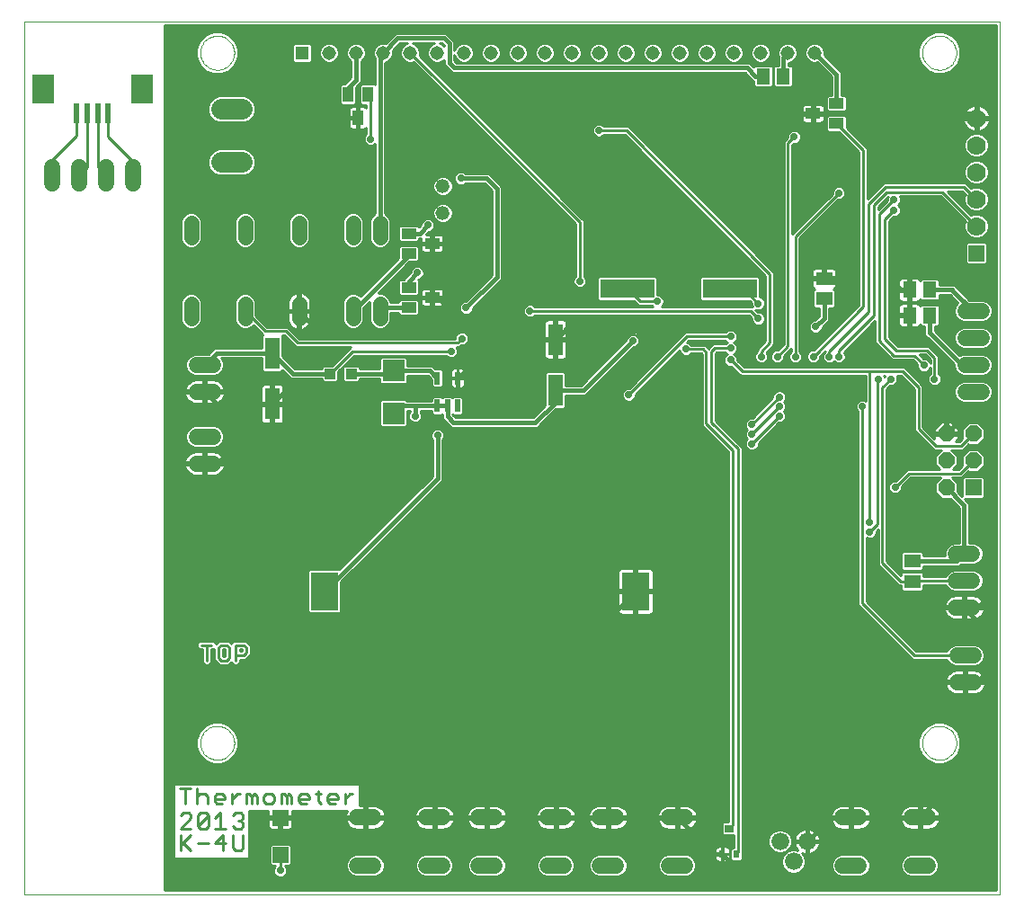
<source format=gtl>
G75*
G70*
%OFA0B0*%
%FSLAX24Y24*%
%IPPOS*%
%LPD*%
%AMOC8*
5,1,8,0,0,1.08239X$1,22.5*
%
%ADD10C,0.0000*%
%ADD11C,0.0110*%
%ADD12R,0.0217X0.0472*%
%ADD13R,0.0551X0.1181*%
%ADD14R,0.0394X0.0394*%
%ADD15R,0.0787X0.0787*%
%ADD16R,0.0236X0.0748*%
%ADD17R,0.0827X0.1102*%
%ADD18R,0.0515X0.0515*%
%ADD19C,0.0515*%
%ADD20C,0.0600*%
%ADD21R,0.0512X0.0591*%
%ADD22OC8,0.0600*%
%ADD23R,0.0600X0.0600*%
%ADD24C,0.0660*%
%ADD25R,0.0551X0.0394*%
%ADD26R,0.0594X0.0594*%
%ADD27C,0.0700*%
%ADD28R,0.0236X0.0276*%
%ADD29R,0.0354X0.0276*%
%ADD30C,0.0560*%
%ADD31C,0.0780*%
%ADD32R,0.0394X0.0551*%
%ADD33C,0.0520*%
%ADD34R,0.0591X0.0512*%
%ADD35R,0.0591X0.0591*%
%ADD36R,0.1024X0.1417*%
%ADD37R,0.2000X0.0700*%
%ADD38C,0.0160*%
%ADD39C,0.0100*%
%ADD40C,0.0277*%
D10*
X000222Y000150D02*
X000222Y032512D01*
X036396Y032512D01*
X036396Y000150D01*
X000222Y000150D01*
X006742Y005760D02*
X006744Y005810D01*
X006750Y005860D01*
X006760Y005909D01*
X006774Y005957D01*
X006791Y006004D01*
X006812Y006049D01*
X006837Y006093D01*
X006865Y006134D01*
X006897Y006173D01*
X006931Y006210D01*
X006968Y006244D01*
X007008Y006274D01*
X007050Y006301D01*
X007094Y006325D01*
X007140Y006346D01*
X007187Y006362D01*
X007235Y006375D01*
X007285Y006384D01*
X007334Y006389D01*
X007385Y006390D01*
X007435Y006387D01*
X007484Y006380D01*
X007533Y006369D01*
X007581Y006354D01*
X007627Y006336D01*
X007672Y006314D01*
X007715Y006288D01*
X007756Y006259D01*
X007795Y006227D01*
X007831Y006192D01*
X007863Y006154D01*
X007893Y006114D01*
X007920Y006071D01*
X007943Y006027D01*
X007962Y005981D01*
X007978Y005933D01*
X007990Y005884D01*
X007998Y005835D01*
X008002Y005785D01*
X008002Y005735D01*
X007998Y005685D01*
X007990Y005636D01*
X007978Y005587D01*
X007962Y005539D01*
X007943Y005493D01*
X007920Y005449D01*
X007893Y005406D01*
X007863Y005366D01*
X007831Y005328D01*
X007795Y005293D01*
X007756Y005261D01*
X007715Y005232D01*
X007672Y005206D01*
X007627Y005184D01*
X007581Y005166D01*
X007533Y005151D01*
X007484Y005140D01*
X007435Y005133D01*
X007385Y005130D01*
X007334Y005131D01*
X007285Y005136D01*
X007235Y005145D01*
X007187Y005158D01*
X007140Y005174D01*
X007094Y005195D01*
X007050Y005219D01*
X007008Y005246D01*
X006968Y005276D01*
X006931Y005310D01*
X006897Y005347D01*
X006865Y005386D01*
X006837Y005427D01*
X006812Y005471D01*
X006791Y005516D01*
X006774Y005563D01*
X006760Y005611D01*
X006750Y005660D01*
X006744Y005710D01*
X006742Y005760D01*
X033514Y005760D02*
X033516Y005810D01*
X033522Y005860D01*
X033532Y005909D01*
X033546Y005957D01*
X033563Y006004D01*
X033584Y006049D01*
X033609Y006093D01*
X033637Y006134D01*
X033669Y006173D01*
X033703Y006210D01*
X033740Y006244D01*
X033780Y006274D01*
X033822Y006301D01*
X033866Y006325D01*
X033912Y006346D01*
X033959Y006362D01*
X034007Y006375D01*
X034057Y006384D01*
X034106Y006389D01*
X034157Y006390D01*
X034207Y006387D01*
X034256Y006380D01*
X034305Y006369D01*
X034353Y006354D01*
X034399Y006336D01*
X034444Y006314D01*
X034487Y006288D01*
X034528Y006259D01*
X034567Y006227D01*
X034603Y006192D01*
X034635Y006154D01*
X034665Y006114D01*
X034692Y006071D01*
X034715Y006027D01*
X034734Y005981D01*
X034750Y005933D01*
X034762Y005884D01*
X034770Y005835D01*
X034774Y005785D01*
X034774Y005735D01*
X034770Y005685D01*
X034762Y005636D01*
X034750Y005587D01*
X034734Y005539D01*
X034715Y005493D01*
X034692Y005449D01*
X034665Y005406D01*
X034635Y005366D01*
X034603Y005328D01*
X034567Y005293D01*
X034528Y005261D01*
X034487Y005232D01*
X034444Y005206D01*
X034399Y005184D01*
X034353Y005166D01*
X034305Y005151D01*
X034256Y005140D01*
X034207Y005133D01*
X034157Y005130D01*
X034106Y005131D01*
X034057Y005136D01*
X034007Y005145D01*
X033959Y005158D01*
X033912Y005174D01*
X033866Y005195D01*
X033822Y005219D01*
X033780Y005246D01*
X033740Y005276D01*
X033703Y005310D01*
X033669Y005347D01*
X033637Y005386D01*
X033609Y005427D01*
X033584Y005471D01*
X033563Y005516D01*
X033546Y005563D01*
X033532Y005611D01*
X033522Y005660D01*
X033516Y005710D01*
X033514Y005760D01*
X033514Y031351D02*
X033516Y031401D01*
X033522Y031451D01*
X033532Y031500D01*
X033546Y031548D01*
X033563Y031595D01*
X033584Y031640D01*
X033609Y031684D01*
X033637Y031725D01*
X033669Y031764D01*
X033703Y031801D01*
X033740Y031835D01*
X033780Y031865D01*
X033822Y031892D01*
X033866Y031916D01*
X033912Y031937D01*
X033959Y031953D01*
X034007Y031966D01*
X034057Y031975D01*
X034106Y031980D01*
X034157Y031981D01*
X034207Y031978D01*
X034256Y031971D01*
X034305Y031960D01*
X034353Y031945D01*
X034399Y031927D01*
X034444Y031905D01*
X034487Y031879D01*
X034528Y031850D01*
X034567Y031818D01*
X034603Y031783D01*
X034635Y031745D01*
X034665Y031705D01*
X034692Y031662D01*
X034715Y031618D01*
X034734Y031572D01*
X034750Y031524D01*
X034762Y031475D01*
X034770Y031426D01*
X034774Y031376D01*
X034774Y031326D01*
X034770Y031276D01*
X034762Y031227D01*
X034750Y031178D01*
X034734Y031130D01*
X034715Y031084D01*
X034692Y031040D01*
X034665Y030997D01*
X034635Y030957D01*
X034603Y030919D01*
X034567Y030884D01*
X034528Y030852D01*
X034487Y030823D01*
X034444Y030797D01*
X034399Y030775D01*
X034353Y030757D01*
X034305Y030742D01*
X034256Y030731D01*
X034207Y030724D01*
X034157Y030721D01*
X034106Y030722D01*
X034057Y030727D01*
X034007Y030736D01*
X033959Y030749D01*
X033912Y030765D01*
X033866Y030786D01*
X033822Y030810D01*
X033780Y030837D01*
X033740Y030867D01*
X033703Y030901D01*
X033669Y030938D01*
X033637Y030977D01*
X033609Y031018D01*
X033584Y031062D01*
X033563Y031107D01*
X033546Y031154D01*
X033532Y031202D01*
X033522Y031251D01*
X033516Y031301D01*
X033514Y031351D01*
X006742Y031351D02*
X006744Y031401D01*
X006750Y031451D01*
X006760Y031500D01*
X006774Y031548D01*
X006791Y031595D01*
X006812Y031640D01*
X006837Y031684D01*
X006865Y031725D01*
X006897Y031764D01*
X006931Y031801D01*
X006968Y031835D01*
X007008Y031865D01*
X007050Y031892D01*
X007094Y031916D01*
X007140Y031937D01*
X007187Y031953D01*
X007235Y031966D01*
X007285Y031975D01*
X007334Y031980D01*
X007385Y031981D01*
X007435Y031978D01*
X007484Y031971D01*
X007533Y031960D01*
X007581Y031945D01*
X007627Y031927D01*
X007672Y031905D01*
X007715Y031879D01*
X007756Y031850D01*
X007795Y031818D01*
X007831Y031783D01*
X007863Y031745D01*
X007893Y031705D01*
X007920Y031662D01*
X007943Y031618D01*
X007962Y031572D01*
X007978Y031524D01*
X007990Y031475D01*
X007998Y031426D01*
X008002Y031376D01*
X008002Y031326D01*
X007998Y031276D01*
X007990Y031227D01*
X007978Y031178D01*
X007962Y031130D01*
X007943Y031084D01*
X007920Y031040D01*
X007893Y030997D01*
X007863Y030957D01*
X007831Y030919D01*
X007795Y030884D01*
X007756Y030852D01*
X007715Y030823D01*
X007672Y030797D01*
X007627Y030775D01*
X007581Y030757D01*
X007533Y030742D01*
X007484Y030731D01*
X007435Y030724D01*
X007385Y030721D01*
X007334Y030722D01*
X007285Y030727D01*
X007235Y030736D01*
X007187Y030749D01*
X007140Y030765D01*
X007094Y030786D01*
X007050Y030810D01*
X007008Y030837D01*
X006968Y030867D01*
X006931Y030901D01*
X006897Y030938D01*
X006865Y030977D01*
X006837Y031018D01*
X006812Y031062D01*
X006791Y031107D01*
X006774Y031154D01*
X006760Y031202D01*
X006750Y031251D01*
X006744Y031301D01*
X006742Y031351D01*
D11*
X006774Y009390D02*
X007167Y009390D01*
X006970Y009390D02*
X006970Y008799D01*
X007418Y008898D02*
X007516Y008799D01*
X007713Y008799D01*
X007812Y008898D01*
X007812Y009292D01*
X007713Y009390D01*
X007516Y009390D01*
X007418Y009292D01*
X007418Y008898D01*
X008063Y008996D02*
X008358Y008996D01*
X008456Y009095D01*
X008456Y009292D01*
X008358Y009390D01*
X008063Y009390D01*
X008063Y008799D01*
X006624Y004084D02*
X006624Y003493D01*
X006624Y003788D02*
X006722Y003887D01*
X006919Y003887D01*
X007018Y003788D01*
X007018Y003493D01*
X007268Y003592D02*
X007268Y003788D01*
X007367Y003887D01*
X007564Y003887D01*
X007662Y003788D01*
X007662Y003690D01*
X007268Y003690D01*
X007268Y003592D02*
X007367Y003493D01*
X007564Y003493D01*
X007492Y003178D02*
X007492Y002588D01*
X007295Y002588D02*
X007689Y002588D01*
X007591Y002351D02*
X007295Y002056D01*
X007689Y002056D01*
X007591Y001761D02*
X007591Y002351D01*
X007940Y002351D02*
X007940Y001859D01*
X008038Y001761D01*
X008235Y001761D01*
X008334Y001859D01*
X008334Y002351D01*
X008235Y002588D02*
X008038Y002588D01*
X007940Y002686D01*
X008137Y002883D02*
X008235Y002883D01*
X008334Y002785D01*
X008334Y002686D01*
X008235Y002588D01*
X008235Y002883D02*
X008334Y002981D01*
X008334Y003080D01*
X008235Y003178D01*
X008038Y003178D01*
X007940Y003080D01*
X007913Y003493D02*
X007913Y003887D01*
X008110Y003887D02*
X008208Y003887D01*
X008110Y003887D02*
X007913Y003690D01*
X008450Y003493D02*
X008450Y003887D01*
X008548Y003887D01*
X008647Y003788D01*
X008745Y003887D01*
X008844Y003788D01*
X008844Y003493D01*
X008647Y003493D02*
X008647Y003788D01*
X009095Y003788D02*
X009095Y003592D01*
X009193Y003493D01*
X009390Y003493D01*
X009488Y003592D01*
X009488Y003788D01*
X009390Y003887D01*
X009193Y003887D01*
X009095Y003788D01*
X009739Y003887D02*
X009739Y003493D01*
X009936Y003493D02*
X009936Y003788D01*
X010034Y003887D01*
X010133Y003788D01*
X010133Y003493D01*
X010384Y003592D02*
X010384Y003788D01*
X010482Y003887D01*
X010679Y003887D01*
X010777Y003788D01*
X010777Y003690D01*
X010384Y003690D01*
X010384Y003592D02*
X010482Y003493D01*
X010679Y003493D01*
X011028Y003887D02*
X011225Y003887D01*
X011127Y003985D02*
X011127Y003592D01*
X011225Y003493D01*
X011458Y003592D02*
X011458Y003788D01*
X011556Y003887D01*
X011753Y003887D01*
X011852Y003788D01*
X011852Y003690D01*
X011458Y003690D01*
X011458Y003592D02*
X011556Y003493D01*
X011753Y003493D01*
X012103Y003493D02*
X012103Y003887D01*
X012299Y003887D02*
X012398Y003887D01*
X012299Y003887D02*
X012103Y003690D01*
X009936Y003788D02*
X009838Y003887D01*
X009739Y003887D01*
X007492Y003178D02*
X007295Y002981D01*
X007045Y003080D02*
X006651Y002686D01*
X006749Y002588D01*
X006946Y002588D01*
X007045Y002686D01*
X007045Y003080D01*
X006946Y003178D01*
X006749Y003178D01*
X006651Y003080D01*
X006651Y002686D01*
X006400Y002588D02*
X006006Y002588D01*
X006400Y002981D01*
X006400Y003080D01*
X006302Y003178D01*
X006105Y003178D01*
X006006Y003080D01*
X006176Y003493D02*
X006176Y004084D01*
X005979Y004084D02*
X006373Y004084D01*
X006400Y002351D02*
X006006Y001958D01*
X006105Y002056D02*
X006400Y001761D01*
X006651Y002056D02*
X007045Y002056D01*
X006006Y002351D02*
X006006Y001761D01*
D12*
X015530Y018264D03*
X015904Y018264D03*
X016278Y018264D03*
X016278Y019288D03*
X015530Y019288D03*
D13*
X019904Y018831D03*
X019904Y020721D03*
X009404Y020221D03*
X009404Y018331D03*
D14*
X011549Y019449D03*
X012337Y019449D03*
D15*
X013904Y019563D03*
X013904Y017989D03*
D16*
X003333Y029099D03*
X002939Y029099D03*
X002545Y029099D03*
X002152Y029099D03*
D17*
X000911Y030024D03*
X004573Y030024D03*
D18*
X010522Y031351D03*
D19*
X011522Y031351D03*
X012522Y031351D03*
X013522Y031351D03*
X014522Y031351D03*
X015522Y031351D03*
X016522Y031351D03*
X017522Y031351D03*
X018522Y031351D03*
X019522Y031351D03*
X020522Y031351D03*
X021522Y031351D03*
X022522Y031351D03*
X023522Y031351D03*
X024522Y031351D03*
X025522Y031351D03*
X026522Y031351D03*
X027522Y031351D03*
X028522Y031351D03*
X029522Y031351D03*
D20*
X035104Y021776D02*
X035704Y021776D01*
X035704Y020776D02*
X035104Y020776D01*
X035104Y019776D02*
X035704Y019776D01*
X035704Y018776D02*
X035104Y018776D01*
X035365Y012776D02*
X034765Y012776D01*
X034765Y011776D02*
X035365Y011776D01*
X035365Y010776D02*
X034765Y010776D01*
X034804Y009008D02*
X035404Y009008D01*
X035404Y008008D02*
X034804Y008008D01*
X033720Y003001D02*
X033120Y003001D01*
X033120Y001221D02*
X033720Y001221D01*
X031160Y001221D02*
X030560Y001221D01*
X030560Y003001D02*
X031160Y003001D01*
X024720Y003001D02*
X024120Y003001D01*
X024120Y001221D02*
X024720Y001221D01*
X022160Y001221D02*
X021560Y001221D01*
X020220Y001221D02*
X019620Y001221D01*
X019620Y003001D02*
X020220Y003001D01*
X021560Y003001D02*
X022160Y003001D01*
X017660Y003001D02*
X017060Y003001D01*
X015720Y003001D02*
X015120Y003001D01*
X015120Y001221D02*
X015720Y001221D01*
X017060Y001221D02*
X017660Y001221D01*
X013160Y001221D02*
X012560Y001221D01*
X012560Y003001D02*
X013160Y003001D01*
X007204Y016119D02*
X006604Y016119D01*
X006604Y017119D02*
X007204Y017119D01*
X007204Y018776D02*
X006604Y018776D01*
X006604Y019776D02*
X007204Y019776D01*
X004250Y026511D02*
X004250Y027111D01*
X003250Y027111D02*
X003250Y026511D01*
X002250Y026511D02*
X002250Y027111D01*
X001250Y027111D02*
X001250Y026511D01*
D21*
X027612Y030485D03*
X028360Y030485D03*
X033037Y022563D03*
X033785Y022563D03*
X033785Y021619D03*
X033037Y021619D03*
D22*
X034404Y017229D03*
X035404Y017229D03*
X035404Y016229D03*
X034404Y016229D03*
X034404Y015229D03*
D23*
X035404Y015229D03*
D24*
X029238Y002111D03*
X028738Y001361D03*
X028238Y002111D03*
D25*
X014470Y021902D03*
X015337Y022276D03*
X014470Y022650D03*
X014470Y023902D03*
X015337Y024276D03*
X014470Y024650D03*
X029467Y029103D03*
X030333Y029477D03*
X030333Y028729D03*
D26*
X035522Y023922D03*
D27*
X035522Y024922D03*
X035522Y025922D03*
X035522Y026922D03*
X035522Y027922D03*
X035522Y028922D03*
D28*
X026612Y001638D03*
X026100Y001638D03*
D29*
X026356Y002583D03*
D30*
X013404Y021496D02*
X013404Y022056D01*
X012404Y022056D02*
X012404Y021496D01*
X010404Y021496D02*
X010404Y022056D01*
X008404Y022056D02*
X008404Y021496D01*
X006404Y021496D02*
X006404Y022056D01*
X006404Y024496D02*
X006404Y025056D01*
X008404Y025056D02*
X008404Y024496D01*
X010404Y024496D02*
X010404Y025056D01*
X012404Y025056D02*
X012404Y024496D01*
X013404Y024496D02*
X013404Y025056D01*
D31*
X008294Y027296D02*
X007514Y027296D01*
X007514Y029266D02*
X008294Y029266D01*
D32*
X012211Y029807D03*
X012959Y029807D03*
X012585Y028941D03*
D33*
X015734Y026410D03*
X015734Y025410D03*
D34*
X029868Y022977D03*
X029868Y022229D03*
X033136Y012504D03*
X033136Y011756D03*
D35*
X009711Y002977D03*
X009711Y001599D03*
D36*
X011344Y011382D03*
X022880Y011382D03*
D37*
X022574Y022603D03*
X026374Y022603D03*
D38*
X026837Y021500D02*
X026837Y020359D01*
X027467Y019729D01*
X032951Y019729D01*
X034404Y018276D01*
X034404Y017229D01*
X035014Y017839D01*
X035498Y017839D01*
X036010Y017327D01*
X036010Y011225D01*
X035577Y010792D01*
X035081Y010792D01*
X035065Y010776D01*
X035970Y009870D01*
X035970Y008469D01*
X035510Y008008D01*
X035104Y008008D01*
X035104Y004685D01*
X033420Y003001D01*
X030860Y003001D01*
X030128Y003001D01*
X029238Y002111D01*
X029238Y001146D01*
X028805Y000713D01*
X027026Y000713D01*
X026100Y001638D01*
X025782Y001638D01*
X024420Y003001D01*
X021860Y003001D01*
X019920Y003001D01*
X017360Y003001D01*
X015420Y003001D01*
X012860Y003001D01*
X009734Y003001D01*
X009711Y002977D01*
X011364Y009453D02*
X006904Y013914D01*
X006904Y016119D01*
X007360Y016119D01*
X008018Y016776D01*
X008018Y018252D01*
X008096Y018331D01*
X009404Y018331D01*
X009856Y018784D01*
X016128Y018784D01*
X016278Y018933D01*
X016278Y019288D01*
X017407Y020418D01*
X017711Y020721D01*
X019904Y020721D01*
X020683Y021500D01*
X026837Y021500D01*
X029553Y021191D02*
X029868Y021506D01*
X029868Y022229D01*
X030222Y022839D02*
X030734Y022839D01*
X030222Y022839D02*
X030085Y022977D01*
X029868Y022977D02*
X029868Y024807D01*
X030813Y025752D01*
X030813Y027327D01*
X029467Y028674D01*
X029467Y029103D01*
X029463Y029099D01*
X029467Y029103D02*
X035341Y029103D01*
X035522Y028922D01*
X030333Y029477D02*
X030333Y030540D01*
X029522Y031351D01*
X028522Y031351D02*
X028360Y031189D01*
X028360Y030485D01*
X027612Y030485D02*
X027321Y030485D01*
X027014Y030792D01*
X016167Y030792D01*
X015970Y030989D01*
X015970Y031697D01*
X015774Y031894D01*
X014065Y031894D01*
X013522Y031351D01*
X013404Y031233D01*
X013404Y024776D01*
X014470Y024650D02*
X014868Y024650D01*
X015183Y024965D01*
X015337Y024276D02*
X015337Y022957D01*
X015337Y022276D01*
X015549Y022276D01*
X017407Y020418D01*
X016600Y021894D02*
X017742Y023036D01*
X017742Y026304D01*
X017348Y026697D01*
X016404Y026697D01*
X014470Y023902D02*
X014470Y023843D01*
X012404Y021776D01*
X013404Y021776D02*
X013530Y021902D01*
X014470Y021902D01*
X015341Y021815D02*
X015341Y022288D01*
X015341Y021815D02*
X014396Y020870D01*
X012033Y020870D01*
X011522Y021382D01*
X010797Y021382D01*
X010404Y021776D01*
X011522Y021382D02*
X011522Y028390D01*
X012073Y028941D01*
X012585Y028941D01*
X012211Y029807D02*
X012211Y030044D01*
X012522Y030355D01*
X012522Y031351D01*
X014789Y023193D02*
X014470Y022874D01*
X014470Y022650D01*
X013904Y019563D02*
X013789Y019449D01*
X012337Y019449D01*
X011549Y019449D02*
X010175Y019449D01*
X009404Y020221D01*
X009459Y020276D01*
X009404Y020221D02*
X007348Y020221D01*
X006904Y019776D01*
X006904Y018776D02*
X007348Y018331D01*
X008096Y018331D01*
X013904Y017989D02*
X014179Y018264D01*
X014711Y018264D01*
X014711Y017878D01*
X014711Y018264D02*
X015530Y018264D01*
X015904Y018264D01*
X015904Y017867D01*
X016128Y017642D01*
X019167Y017642D01*
X019904Y018378D01*
X019904Y018831D01*
X020939Y018831D01*
X022781Y020674D01*
X019947Y020713D02*
X019947Y021130D01*
X015530Y019288D02*
X015254Y019563D01*
X013904Y019563D01*
X015537Y017170D02*
X015537Y015575D01*
X011344Y011382D01*
X011364Y009453D02*
X020951Y009453D01*
X022880Y011382D01*
X033136Y012504D02*
X034793Y012504D01*
X035065Y012776D01*
X035065Y014567D01*
X034404Y015229D01*
X034978Y019776D02*
X035404Y019776D01*
X034978Y019776D02*
X033785Y020969D01*
X033785Y021619D01*
X033037Y021619D02*
X033037Y022563D01*
X032703Y022563D01*
X032467Y022800D01*
X033785Y022563D02*
X034616Y022563D01*
X034663Y022516D01*
X035404Y021776D01*
D39*
X035262Y022186D02*
X034853Y022595D01*
X034695Y022753D01*
X034151Y022753D01*
X034151Y022904D01*
X034087Y022969D01*
X033484Y022969D01*
X033433Y022917D01*
X033413Y022951D01*
X033385Y022979D01*
X033351Y022998D01*
X033313Y023009D01*
X033087Y023009D01*
X033087Y022613D01*
X032987Y022613D01*
X032987Y022513D01*
X033087Y022513D01*
X033087Y022118D01*
X033313Y022118D01*
X033351Y022128D01*
X033385Y022148D01*
X033413Y022176D01*
X033433Y022209D01*
X033484Y022158D01*
X034087Y022158D01*
X034151Y022223D01*
X034151Y022373D01*
X034537Y022373D01*
X034585Y022326D01*
X034829Y022082D01*
X034756Y022008D01*
X034694Y021858D01*
X034694Y021694D01*
X034756Y021544D01*
X034871Y021428D01*
X035022Y021366D01*
X035785Y021366D01*
X035936Y021428D01*
X036051Y021544D01*
X036114Y021694D01*
X036114Y021858D01*
X036051Y022008D01*
X035936Y022124D01*
X035785Y022186D01*
X035262Y022186D01*
X035176Y022272D02*
X036246Y022272D01*
X036246Y022370D02*
X035078Y022370D01*
X034979Y022469D02*
X036246Y022469D01*
X036246Y022567D02*
X034881Y022567D01*
X034782Y022666D02*
X036246Y022666D01*
X036246Y022764D02*
X034151Y022764D01*
X034151Y022863D02*
X036246Y022863D01*
X036246Y022961D02*
X034094Y022961D01*
X033477Y022961D02*
X033403Y022961D01*
X033087Y022961D02*
X032987Y022961D01*
X032987Y023009D02*
X032762Y023009D01*
X032724Y022998D01*
X032689Y022979D01*
X032661Y022951D01*
X032642Y022917D01*
X032631Y022878D01*
X032631Y022613D01*
X032987Y022613D01*
X032987Y023009D01*
X032987Y022863D02*
X033087Y022863D01*
X033087Y022764D02*
X032987Y022764D01*
X032987Y022666D02*
X033087Y022666D01*
X032987Y022567D02*
X032272Y022567D01*
X032272Y022469D02*
X032631Y022469D01*
X032631Y022513D02*
X032631Y022248D01*
X032642Y022210D01*
X032661Y022176D01*
X032689Y022148D01*
X032724Y022128D01*
X032762Y022118D01*
X032987Y022118D01*
X032987Y022513D01*
X032631Y022513D01*
X032631Y022370D02*
X032272Y022370D01*
X032272Y022272D02*
X032631Y022272D01*
X032664Y022173D02*
X032272Y022173D01*
X032272Y022075D02*
X034823Y022075D01*
X034743Y021976D02*
X034134Y021976D01*
X034151Y021959D02*
X034087Y022024D01*
X033484Y022024D01*
X033433Y021972D01*
X033413Y022006D01*
X033385Y022034D01*
X033351Y022054D01*
X033313Y022064D01*
X033087Y022064D01*
X033087Y021669D01*
X032987Y021669D01*
X032987Y022064D01*
X032762Y022064D01*
X032724Y022054D01*
X032689Y022034D01*
X032661Y022006D01*
X032642Y021972D01*
X032631Y021934D01*
X032631Y021669D01*
X032987Y021669D01*
X032987Y021569D01*
X032631Y021569D01*
X032631Y021303D01*
X032642Y021265D01*
X032661Y021231D01*
X032689Y021203D01*
X032724Y021183D01*
X032762Y021173D01*
X032987Y021173D01*
X032987Y021568D01*
X033087Y021568D01*
X033087Y021173D01*
X033313Y021173D01*
X033351Y021183D01*
X033385Y021203D01*
X033413Y021231D01*
X033433Y021265D01*
X033484Y021213D01*
X033595Y021213D01*
X033595Y020890D01*
X033707Y020779D01*
X034694Y019792D01*
X034694Y019694D01*
X034756Y019544D01*
X034871Y019428D01*
X035022Y019366D01*
X035785Y019366D01*
X035936Y019428D01*
X036051Y019544D01*
X036114Y019694D01*
X036114Y019858D01*
X036051Y020008D01*
X035936Y020124D01*
X035785Y020186D01*
X035022Y020186D01*
X034891Y020132D01*
X033975Y021048D01*
X033975Y021213D01*
X034087Y021213D01*
X034151Y021278D01*
X034151Y021959D01*
X034151Y021878D02*
X034702Y021878D01*
X034694Y021779D02*
X034151Y021779D01*
X034151Y021681D02*
X034699Y021681D01*
X034740Y021582D02*
X034151Y021582D01*
X034151Y021484D02*
X034816Y021484D01*
X034975Y021385D02*
X034151Y021385D01*
X034151Y021287D02*
X036246Y021287D01*
X036246Y021385D02*
X035832Y021385D01*
X035991Y021484D02*
X036246Y021484D01*
X036246Y021582D02*
X036067Y021582D01*
X036108Y021681D02*
X036246Y021681D01*
X036246Y021779D02*
X036114Y021779D01*
X036105Y021878D02*
X036246Y021878D01*
X036246Y021976D02*
X036064Y021976D01*
X035984Y022075D02*
X036246Y022075D01*
X036246Y022173D02*
X035815Y022173D01*
X036246Y023060D02*
X032272Y023060D01*
X032272Y023158D02*
X036246Y023158D01*
X036246Y023257D02*
X032272Y023257D01*
X032272Y023355D02*
X036246Y023355D01*
X036246Y023454D02*
X032272Y023454D01*
X032272Y023552D02*
X035142Y023552D01*
X035115Y023579D02*
X035179Y023515D01*
X035864Y023515D01*
X035929Y023579D01*
X035929Y024264D01*
X035864Y024329D01*
X035179Y024329D01*
X035115Y024264D01*
X035115Y023579D01*
X035115Y023651D02*
X032272Y023651D01*
X032272Y023749D02*
X035115Y023749D01*
X035115Y023848D02*
X032272Y023848D01*
X032272Y023946D02*
X035115Y023946D01*
X035115Y024045D02*
X032272Y024045D01*
X032272Y024143D02*
X035115Y024143D01*
X035115Y024242D02*
X032272Y024242D01*
X032272Y024340D02*
X036246Y024340D01*
X036246Y024242D02*
X035929Y024242D01*
X035929Y024143D02*
X036246Y024143D01*
X036246Y024045D02*
X035929Y024045D01*
X035929Y023946D02*
X036246Y023946D01*
X036246Y023848D02*
X035929Y023848D01*
X035929Y023749D02*
X036246Y023749D01*
X036246Y023651D02*
X035929Y023651D01*
X035902Y023552D02*
X036246Y023552D01*
X036246Y024439D02*
X032272Y024439D01*
X032272Y024537D02*
X035255Y024537D01*
X035261Y024532D02*
X035430Y024462D01*
X035613Y024462D01*
X035782Y024532D01*
X035912Y024661D01*
X035982Y024830D01*
X035982Y025013D01*
X035912Y025182D01*
X035782Y025312D01*
X035613Y025382D01*
X035430Y025382D01*
X035330Y025340D01*
X034447Y026222D01*
X034995Y026222D01*
X035103Y026114D01*
X035062Y026013D01*
X035062Y025830D01*
X035132Y025661D01*
X035261Y025532D01*
X035430Y025462D01*
X035613Y025462D01*
X035782Y025532D01*
X035912Y025661D01*
X035982Y025830D01*
X035982Y026013D01*
X035912Y026182D01*
X035782Y026312D01*
X035613Y026382D01*
X035430Y026382D01*
X035330Y026340D01*
X035221Y026449D01*
X035127Y026542D01*
X032085Y026542D01*
X031485Y025942D01*
X031485Y027803D01*
X031391Y027897D01*
X030718Y028569D01*
X030718Y028971D01*
X030654Y029036D01*
X030012Y029036D01*
X029947Y028971D01*
X029947Y028486D01*
X030012Y028422D01*
X030413Y028422D01*
X031165Y027670D01*
X031165Y022000D01*
X029497Y020332D01*
X029425Y020332D01*
X029334Y020294D01*
X029264Y020224D01*
X029226Y020133D01*
X029226Y020034D01*
X029264Y019942D01*
X029334Y019872D01*
X029425Y019834D01*
X029524Y019834D01*
X029615Y019872D01*
X029685Y019942D01*
X029723Y020034D01*
X029723Y020106D01*
X029905Y020287D01*
X029905Y020275D01*
X029854Y020224D01*
X029816Y020133D01*
X029816Y020034D01*
X029854Y019942D01*
X029924Y019872D01*
X030015Y019834D01*
X030114Y019834D01*
X030206Y019872D01*
X030242Y019908D01*
X030243Y019908D01*
X030242Y019908D02*
X030278Y019872D01*
X030370Y019834D01*
X030469Y019834D01*
X030560Y019872D01*
X030630Y019942D01*
X030668Y020034D01*
X030668Y020133D01*
X030630Y020224D01*
X030604Y020250D01*
X031755Y021402D01*
X031755Y020607D01*
X031849Y020514D01*
X031849Y020514D01*
X032307Y020056D01*
X032400Y019962D01*
X033148Y019962D01*
X033320Y019791D01*
X033320Y019719D01*
X033358Y019627D01*
X033428Y019557D01*
X033519Y019519D01*
X033618Y019519D01*
X033710Y019557D01*
X033780Y019627D01*
X033803Y019682D01*
X033803Y019448D01*
X033752Y019397D01*
X033714Y019306D01*
X033714Y019207D01*
X033752Y019115D01*
X033822Y019045D01*
X033913Y019008D01*
X034012Y019008D01*
X034103Y019045D01*
X034173Y019115D01*
X034211Y019207D01*
X034211Y019306D01*
X034173Y019397D01*
X034123Y019448D01*
X034123Y020110D01*
X033847Y020386D01*
X033753Y020479D01*
X032612Y020479D01*
X032272Y020819D01*
X032272Y025096D01*
X032444Y025267D01*
X032516Y025267D01*
X032607Y025305D01*
X032677Y025375D01*
X032715Y025467D01*
X032715Y025566D01*
X032677Y025657D01*
X032621Y025713D01*
X032677Y025769D01*
X032715Y025860D01*
X032715Y025959D01*
X032688Y026025D01*
X034192Y026025D01*
X035103Y025114D01*
X035062Y025013D01*
X035062Y024830D01*
X035132Y024661D01*
X035261Y024532D01*
X035157Y024636D02*
X032272Y024636D01*
X032272Y024734D02*
X035101Y024734D01*
X035062Y024833D02*
X032272Y024833D01*
X032272Y024931D02*
X035062Y024931D01*
X035069Y025030D02*
X032272Y025030D01*
X032305Y025128D02*
X035089Y025128D01*
X034990Y025227D02*
X032404Y025227D01*
X032628Y025325D02*
X034892Y025325D01*
X034793Y025424D02*
X032698Y025424D01*
X032715Y025522D02*
X034695Y025522D01*
X034596Y025621D02*
X032692Y025621D01*
X032628Y025719D02*
X034498Y025719D01*
X034399Y025818D02*
X032698Y025818D01*
X032715Y025916D02*
X034301Y025916D01*
X034202Y026015D02*
X032692Y026015D01*
X032467Y025910D02*
X031915Y025359D01*
X031915Y020674D01*
X032467Y020122D01*
X033215Y020122D01*
X033569Y019768D01*
X033803Y019854D02*
X033780Y019909D01*
X033710Y019979D01*
X033618Y020017D01*
X033546Y020017D01*
X033404Y020159D01*
X033621Y020159D01*
X033803Y019977D01*
X033803Y019854D01*
X033803Y019908D02*
X033780Y019908D01*
X033774Y020006D02*
X033644Y020006D01*
X033675Y020105D02*
X033458Y020105D01*
X033687Y020319D02*
X032545Y020319D01*
X032112Y020752D01*
X032112Y025162D01*
X032467Y025516D01*
X032148Y025818D02*
X032050Y025818D01*
X032050Y025719D02*
X031951Y025719D01*
X031951Y025621D02*
X031879Y025621D01*
X031879Y025647D02*
X031879Y025548D01*
X032218Y025887D01*
X032218Y025959D01*
X032237Y026005D01*
X031879Y025647D01*
X031719Y025713D02*
X031719Y021591D01*
X030419Y020292D01*
X030419Y020083D01*
X030596Y019908D02*
X033203Y019908D01*
X033301Y019809D02*
X026785Y019809D01*
X026884Y019711D02*
X033323Y019711D01*
X033373Y019612D02*
X032927Y019612D01*
X032848Y019692D02*
X026903Y019692D01*
X026652Y019942D01*
X026652Y020014D01*
X026614Y020106D01*
X026544Y020176D01*
X026531Y020181D01*
X026544Y020187D01*
X026614Y020257D01*
X026652Y020349D01*
X026652Y020448D01*
X026614Y020539D01*
X026544Y020609D01*
X026531Y020615D01*
X026544Y020620D01*
X026614Y020690D01*
X026652Y020782D01*
X026652Y020881D01*
X026614Y020972D01*
X026544Y021042D01*
X026453Y021080D01*
X026354Y021080D01*
X026263Y021042D01*
X026212Y020991D01*
X024723Y020991D01*
X024629Y020897D01*
X022646Y018914D01*
X022575Y018914D01*
X022483Y018877D01*
X022413Y018807D01*
X022375Y018715D01*
X022375Y018616D01*
X022413Y018525D01*
X022483Y018455D01*
X022575Y018417D01*
X022673Y018417D01*
X022765Y018455D01*
X022835Y018525D01*
X022873Y018616D01*
X022873Y018688D01*
X024501Y020317D01*
X024501Y020309D01*
X024539Y020218D01*
X024609Y020148D01*
X024701Y020110D01*
X024799Y020110D01*
X024891Y020148D01*
X024942Y020199D01*
X025314Y020199D01*
X025338Y020174D01*
X025338Y017536D01*
X025432Y017443D01*
X026322Y016552D01*
X026322Y002831D01*
X026134Y002831D01*
X026069Y002766D01*
X026069Y002400D01*
X026134Y002335D01*
X026519Y002335D01*
X026519Y001886D01*
X026449Y001886D01*
X026384Y001822D01*
X026384Y001455D01*
X026449Y001390D01*
X026776Y001390D01*
X026840Y001455D01*
X026840Y001822D01*
X026839Y001823D01*
X026839Y016724D01*
X025855Y017708D01*
X025855Y020214D01*
X025879Y020238D01*
X026212Y020238D01*
X026263Y020187D01*
X026276Y020181D01*
X026263Y020176D01*
X026193Y020106D01*
X026155Y020014D01*
X026155Y019915D01*
X026193Y019824D01*
X026263Y019754D01*
X026354Y019716D01*
X026426Y019716D01*
X026770Y019372D01*
X031401Y019372D01*
X031401Y018454D01*
X031335Y018481D01*
X031236Y018481D01*
X031145Y018444D01*
X031075Y018374D01*
X031037Y018282D01*
X031037Y018183D01*
X031075Y018092D01*
X031125Y018041D01*
X031125Y010883D01*
X031219Y010789D01*
X033066Y008942D01*
X033160Y008848D01*
X034427Y008848D01*
X034457Y008776D01*
X034572Y008661D01*
X034723Y008598D01*
X035486Y008598D01*
X035637Y008661D01*
X035752Y008776D01*
X035814Y008927D01*
X035814Y009090D01*
X035752Y009241D01*
X035637Y009356D01*
X035486Y009418D01*
X034723Y009418D01*
X034572Y009356D01*
X034457Y009241D01*
X034427Y009168D01*
X033293Y009168D01*
X031445Y011015D01*
X031445Y013366D01*
X031512Y013338D01*
X031611Y013338D01*
X031702Y013376D01*
X031772Y013446D01*
X031810Y013538D01*
X031810Y013609D01*
X031873Y013673D01*
X031873Y012379D01*
X031967Y012285D01*
X031967Y012285D01*
X032562Y011690D01*
X032656Y011596D01*
X032731Y011596D01*
X032731Y011455D01*
X032795Y011390D01*
X033477Y011390D01*
X033541Y011455D01*
X033541Y011616D01*
X034387Y011616D01*
X034417Y011544D01*
X034533Y011428D01*
X034683Y011366D01*
X035447Y011366D01*
X035597Y011428D01*
X035713Y011544D01*
X035775Y011694D01*
X035775Y011858D01*
X035713Y012008D01*
X035597Y012124D01*
X035447Y012186D01*
X034683Y012186D01*
X034533Y012124D01*
X034417Y012008D01*
X034387Y011936D01*
X033541Y011936D01*
X033541Y012058D01*
X033477Y012122D01*
X032795Y012122D01*
X032731Y012058D01*
X032731Y011974D01*
X032193Y012512D01*
X032193Y018875D01*
X032326Y019008D01*
X032398Y019008D01*
X032489Y019045D01*
X032559Y019115D01*
X032597Y019207D01*
X032597Y019306D01*
X032570Y019372D01*
X032715Y019372D01*
X033212Y018875D01*
X033212Y017340D01*
X033842Y016710D01*
X033842Y016710D01*
X033936Y016616D01*
X034211Y016616D01*
X033994Y016399D01*
X033994Y016059D01*
X034140Y015912D01*
X032951Y015912D01*
X032528Y015489D01*
X032456Y015489D01*
X032365Y015451D01*
X032295Y015381D01*
X032257Y015290D01*
X032257Y015191D01*
X032295Y015100D01*
X032365Y015030D01*
X032456Y014992D01*
X032555Y014992D01*
X032647Y015030D01*
X032717Y015100D01*
X032755Y015191D01*
X032755Y015263D01*
X033084Y015592D01*
X034187Y015592D01*
X033994Y015399D01*
X033994Y015059D01*
X034234Y014819D01*
X034545Y014819D01*
X034875Y014489D01*
X034875Y013186D01*
X034683Y013186D01*
X034533Y013124D01*
X034417Y013008D01*
X034355Y012858D01*
X034355Y012694D01*
X033541Y012694D01*
X033541Y012806D01*
X033477Y012870D01*
X032795Y012870D01*
X032731Y012806D01*
X032731Y012203D01*
X032795Y012138D01*
X033477Y012138D01*
X033541Y012203D01*
X033541Y012314D01*
X034872Y012314D01*
X034924Y012366D01*
X035447Y012366D01*
X035597Y012428D01*
X035713Y012544D01*
X035775Y012694D01*
X035775Y012858D01*
X035713Y013008D01*
X035597Y013124D01*
X035447Y013186D01*
X035255Y013186D01*
X035255Y014646D01*
X035144Y014757D01*
X035082Y014819D01*
X035749Y014819D01*
X035814Y014883D01*
X035814Y015574D01*
X036246Y015574D01*
X036246Y015672D02*
X035073Y015672D01*
X035058Y015639D02*
X034994Y015574D01*
X034638Y015574D01*
X034620Y015592D02*
X034993Y015592D01*
X035227Y015826D01*
X035234Y015819D01*
X035573Y015819D01*
X035814Y016059D01*
X035814Y016399D01*
X035573Y016639D01*
X035234Y016639D01*
X034994Y016399D01*
X034994Y016059D01*
X035000Y016052D01*
X034861Y015912D01*
X034667Y015912D01*
X034814Y016059D01*
X034814Y016399D01*
X034596Y016616D01*
X035017Y016616D01*
X035227Y016826D01*
X035234Y016819D01*
X035573Y016819D01*
X035814Y017059D01*
X035814Y017399D01*
X035573Y017639D01*
X035234Y017639D01*
X034994Y017399D01*
X034994Y017059D01*
X035000Y017052D01*
X034885Y016936D01*
X034747Y016936D01*
X034854Y017042D01*
X034854Y017179D01*
X034454Y017179D01*
X034454Y017279D01*
X034854Y017279D01*
X034854Y017415D01*
X034590Y017679D01*
X034454Y017679D01*
X034454Y017279D01*
X034354Y017279D01*
X034354Y017679D01*
X034217Y017679D01*
X033954Y017415D01*
X033954Y017279D01*
X034354Y017279D01*
X034354Y017179D01*
X033954Y017179D01*
X033954Y017051D01*
X033532Y017472D01*
X033532Y019008D01*
X032848Y019692D01*
X032781Y019532D02*
X031522Y019532D01*
X031561Y019493D01*
X031561Y013941D01*
X031837Y013863D02*
X031561Y013587D01*
X031733Y013407D02*
X031873Y013407D01*
X031873Y013505D02*
X031796Y013505D01*
X031810Y013604D02*
X031873Y013604D01*
X031837Y013863D02*
X031837Y019217D01*
X031876Y019256D01*
X032112Y019336D02*
X032097Y019372D01*
X032127Y019372D01*
X032112Y019336D01*
X032348Y019256D02*
X032033Y018941D01*
X032033Y012445D01*
X032722Y011756D01*
X033136Y011756D01*
X033156Y011776D01*
X035065Y011776D01*
X035115Y011226D02*
X035115Y010826D01*
X035813Y010826D01*
X035804Y010881D01*
X035782Y010949D01*
X035750Y011012D01*
X035708Y011069D01*
X035658Y011119D01*
X035601Y011161D01*
X035538Y011193D01*
X035470Y011215D01*
X035400Y011226D01*
X035115Y011226D01*
X035115Y011141D02*
X035015Y011141D01*
X035015Y011226D02*
X034730Y011226D01*
X034660Y011215D01*
X034592Y011193D01*
X034529Y011161D01*
X034472Y011119D01*
X034422Y011069D01*
X034380Y011012D01*
X034348Y010949D01*
X034326Y010881D01*
X034317Y010826D01*
X035015Y010826D01*
X035015Y011226D01*
X035015Y011043D02*
X035115Y011043D01*
X035115Y010944D02*
X035015Y010944D01*
X035015Y010846D02*
X035115Y010846D01*
X035115Y010826D02*
X035015Y010826D01*
X035015Y010726D01*
X035115Y010726D01*
X035115Y010826D01*
X035115Y010747D02*
X036246Y010747D01*
X036246Y010649D02*
X035797Y010649D01*
X035804Y010671D02*
X035782Y010603D01*
X035750Y010540D01*
X035708Y010483D01*
X035658Y010433D01*
X035601Y010391D01*
X035538Y010359D01*
X035470Y010337D01*
X035400Y010326D01*
X035115Y010326D01*
X035115Y010726D01*
X035813Y010726D01*
X035804Y010671D01*
X035755Y010550D02*
X036246Y010550D01*
X036246Y010452D02*
X035677Y010452D01*
X035521Y010353D02*
X036246Y010353D01*
X036246Y010255D02*
X032206Y010255D01*
X032108Y010353D02*
X034609Y010353D01*
X034592Y010359D02*
X034660Y010337D01*
X034730Y010326D01*
X035015Y010326D01*
X035015Y010726D01*
X034317Y010726D01*
X034326Y010671D01*
X034348Y010603D01*
X034380Y010540D01*
X034422Y010483D01*
X034472Y010433D01*
X034529Y010391D01*
X034592Y010359D01*
X034453Y010452D02*
X032009Y010452D01*
X031911Y010550D02*
X034375Y010550D01*
X034333Y010649D02*
X031812Y010649D01*
X031714Y010747D02*
X035015Y010747D01*
X035015Y010649D02*
X035115Y010649D01*
X035115Y010550D02*
X035015Y010550D01*
X035015Y010452D02*
X035115Y010452D01*
X035115Y010353D02*
X035015Y010353D01*
X034320Y010846D02*
X031615Y010846D01*
X031517Y010944D02*
X034347Y010944D01*
X034403Y011043D02*
X031445Y011043D01*
X031445Y011141D02*
X034502Y011141D01*
X034524Y011437D02*
X033523Y011437D01*
X033541Y011535D02*
X034426Y011535D01*
X034437Y012028D02*
X033541Y012028D01*
X033541Y012225D02*
X036246Y012225D01*
X036246Y012323D02*
X034881Y012323D01*
X034540Y012126D02*
X032579Y012126D01*
X032677Y012028D02*
X032731Y012028D01*
X032731Y012225D02*
X032480Y012225D01*
X032382Y012323D02*
X032731Y012323D01*
X032731Y012422D02*
X032283Y012422D01*
X032193Y012520D02*
X032731Y012520D01*
X032731Y012619D02*
X032193Y012619D01*
X032193Y012717D02*
X032731Y012717D01*
X032741Y012816D02*
X032193Y012816D01*
X032193Y012914D02*
X034379Y012914D01*
X034355Y012816D02*
X033531Y012816D01*
X033541Y012717D02*
X034355Y012717D01*
X034355Y012694D02*
X034355Y012694D01*
X034422Y013013D02*
X032193Y013013D01*
X032193Y013111D02*
X034521Y013111D01*
X034875Y013210D02*
X032193Y013210D01*
X032193Y013308D02*
X034875Y013308D01*
X034875Y013407D02*
X032193Y013407D01*
X032193Y013505D02*
X034875Y013505D01*
X034875Y013604D02*
X032193Y013604D01*
X032193Y013702D02*
X034875Y013702D01*
X034875Y013801D02*
X032193Y013801D01*
X032193Y013899D02*
X034875Y013899D01*
X034875Y013998D02*
X032193Y013998D01*
X032193Y014096D02*
X034875Y014096D01*
X034875Y014195D02*
X032193Y014195D01*
X032193Y014293D02*
X034875Y014293D01*
X034875Y014392D02*
X032193Y014392D01*
X032193Y014490D02*
X034873Y014490D01*
X034775Y014589D02*
X032193Y014589D01*
X032193Y014687D02*
X034676Y014687D01*
X034578Y014786D02*
X032193Y014786D01*
X032193Y014884D02*
X034168Y014884D01*
X034070Y014983D02*
X032193Y014983D01*
X032193Y015081D02*
X032313Y015081D01*
X032262Y015180D02*
X032193Y015180D01*
X032193Y015278D02*
X032257Y015278D01*
X032293Y015377D02*
X032193Y015377D01*
X032193Y015475D02*
X032423Y015475D01*
X032613Y015574D02*
X032193Y015574D01*
X032193Y015672D02*
X032712Y015672D01*
X032810Y015771D02*
X032193Y015771D01*
X032193Y015869D02*
X032909Y015869D01*
X033018Y015752D02*
X032506Y015241D01*
X032699Y015081D02*
X033994Y015081D01*
X033994Y015180D02*
X032750Y015180D01*
X032770Y015278D02*
X033994Y015278D01*
X033994Y015377D02*
X032869Y015377D01*
X032967Y015475D02*
X034070Y015475D01*
X034169Y015574D02*
X033066Y015574D01*
X033018Y015752D02*
X034927Y015752D01*
X035404Y016229D01*
X035814Y016263D02*
X036246Y016263D01*
X036246Y016165D02*
X035814Y016165D01*
X035814Y016066D02*
X036246Y016066D01*
X036246Y015968D02*
X035723Y015968D01*
X035624Y015869D02*
X036246Y015869D01*
X036246Y015771D02*
X035172Y015771D01*
X035058Y015639D02*
X035749Y015639D01*
X035814Y015574D01*
X035814Y015475D02*
X036246Y015475D01*
X036246Y015377D02*
X035814Y015377D01*
X035814Y015278D02*
X036246Y015278D01*
X036246Y015180D02*
X035814Y015180D01*
X035814Y015081D02*
X036246Y015081D01*
X036246Y014983D02*
X035814Y014983D01*
X035814Y014884D02*
X036246Y014884D01*
X036246Y014786D02*
X035115Y014786D01*
X035214Y014687D02*
X036246Y014687D01*
X036246Y014589D02*
X035255Y014589D01*
X035255Y014490D02*
X036246Y014490D01*
X036246Y014392D02*
X035255Y014392D01*
X035255Y014293D02*
X036246Y014293D01*
X036246Y014195D02*
X035255Y014195D01*
X035255Y014096D02*
X036246Y014096D01*
X036246Y013998D02*
X035255Y013998D01*
X035255Y013899D02*
X036246Y013899D01*
X036246Y013801D02*
X035255Y013801D01*
X035255Y013702D02*
X036246Y013702D01*
X036246Y013604D02*
X035255Y013604D01*
X035255Y013505D02*
X036246Y013505D01*
X036246Y013407D02*
X035255Y013407D01*
X035255Y013308D02*
X036246Y013308D01*
X036246Y013210D02*
X035255Y013210D01*
X035609Y013111D02*
X036246Y013111D01*
X036246Y013013D02*
X035708Y013013D01*
X035751Y012914D02*
X036246Y012914D01*
X036246Y012816D02*
X035775Y012816D01*
X035775Y012717D02*
X036246Y012717D01*
X036246Y012619D02*
X035744Y012619D01*
X035689Y012520D02*
X036246Y012520D01*
X036246Y012422D02*
X035582Y012422D01*
X035590Y012126D02*
X036246Y012126D01*
X036246Y012028D02*
X035693Y012028D01*
X035745Y011929D02*
X036246Y011929D01*
X036246Y011831D02*
X035775Y011831D01*
X035775Y011732D02*
X036246Y011732D01*
X036246Y011634D02*
X035750Y011634D01*
X035704Y011535D02*
X036246Y011535D01*
X036246Y011437D02*
X035606Y011437D01*
X035628Y011141D02*
X036246Y011141D01*
X036246Y011043D02*
X035727Y011043D01*
X035783Y010944D02*
X036246Y010944D01*
X036246Y010846D02*
X035809Y010846D01*
X036246Y011240D02*
X031445Y011240D01*
X031445Y011338D02*
X036246Y011338D01*
X036246Y010156D02*
X032305Y010156D01*
X032403Y010058D02*
X036246Y010058D01*
X036246Y009959D02*
X032502Y009959D01*
X032600Y009861D02*
X036246Y009861D01*
X036246Y009762D02*
X032699Y009762D01*
X032797Y009664D02*
X036246Y009664D01*
X036246Y009565D02*
X032896Y009565D01*
X032994Y009467D02*
X036246Y009467D01*
X036246Y009368D02*
X035606Y009368D01*
X035723Y009270D02*
X036246Y009270D01*
X036246Y009171D02*
X035781Y009171D01*
X035814Y009073D02*
X036246Y009073D01*
X036246Y008974D02*
X035814Y008974D01*
X035793Y008876D02*
X036246Y008876D01*
X036246Y008777D02*
X035752Y008777D01*
X035655Y008679D02*
X036246Y008679D01*
X036246Y008580D02*
X026839Y008580D01*
X026839Y008482D02*
X036246Y008482D01*
X036246Y008383D02*
X035654Y008383D01*
X035640Y008393D02*
X035577Y008425D01*
X035510Y008447D01*
X035440Y008458D01*
X035154Y008458D01*
X035154Y008058D01*
X035054Y008058D01*
X035054Y007958D01*
X034357Y007958D01*
X034365Y007903D01*
X034387Y007836D01*
X034419Y007772D01*
X034461Y007715D01*
X034511Y007665D01*
X034568Y007623D01*
X034632Y007591D01*
X034699Y007569D01*
X034769Y007558D01*
X035054Y007558D01*
X035054Y007958D01*
X035154Y007958D01*
X035154Y007558D01*
X035440Y007558D01*
X035510Y007569D01*
X035577Y007591D01*
X035640Y007623D01*
X035697Y007665D01*
X035748Y007715D01*
X035789Y007772D01*
X035821Y007836D01*
X035843Y007903D01*
X035852Y007958D01*
X035154Y007958D01*
X035154Y008058D01*
X035852Y008058D01*
X035843Y008114D01*
X035821Y008181D01*
X035789Y008244D01*
X035748Y008301D01*
X035697Y008352D01*
X035640Y008393D01*
X035760Y008285D02*
X036246Y008285D01*
X036246Y008186D02*
X035819Y008186D01*
X035847Y008088D02*
X036246Y008088D01*
X036246Y007989D02*
X035154Y007989D01*
X035154Y007891D02*
X035054Y007891D01*
X035054Y007989D02*
X026839Y007989D01*
X026839Y007891D02*
X034369Y007891D01*
X034409Y007792D02*
X026839Y007792D01*
X026839Y007694D02*
X034482Y007694D01*
X034623Y007595D02*
X026839Y007595D01*
X026839Y007497D02*
X036246Y007497D01*
X036246Y007595D02*
X035585Y007595D01*
X035726Y007694D02*
X036246Y007694D01*
X036246Y007792D02*
X035799Y007792D01*
X035839Y007891D02*
X036246Y007891D01*
X036246Y007398D02*
X026839Y007398D01*
X026839Y007300D02*
X036246Y007300D01*
X036246Y007201D02*
X026839Y007201D01*
X026839Y007103D02*
X036246Y007103D01*
X036246Y007004D02*
X026839Y007004D01*
X026839Y006906D02*
X036246Y006906D01*
X036246Y006807D02*
X026839Y006807D01*
X026839Y006709D02*
X036246Y006709D01*
X036246Y006610D02*
X026839Y006610D01*
X026839Y006512D02*
X033920Y006512D01*
X033989Y006540D02*
X033702Y006421D01*
X033483Y006202D01*
X033364Y005915D01*
X033364Y005605D01*
X033483Y005318D01*
X033702Y005099D01*
X033989Y004980D01*
X034299Y004980D01*
X034585Y005099D01*
X034805Y005318D01*
X034924Y005605D01*
X034924Y005915D01*
X034805Y006202D01*
X034585Y006421D01*
X034299Y006540D01*
X033989Y006540D01*
X033694Y006413D02*
X026839Y006413D01*
X026839Y006315D02*
X033595Y006315D01*
X033497Y006216D02*
X026839Y006216D01*
X026839Y006118D02*
X033448Y006118D01*
X033407Y006019D02*
X026839Y006019D01*
X026839Y005921D02*
X033366Y005921D01*
X033364Y005822D02*
X026839Y005822D01*
X026839Y005724D02*
X033364Y005724D01*
X033364Y005625D02*
X026839Y005625D01*
X026839Y005527D02*
X033396Y005527D01*
X033437Y005428D02*
X026839Y005428D01*
X026839Y005330D02*
X033478Y005330D01*
X033570Y005231D02*
X026839Y005231D01*
X026839Y005133D02*
X033668Y005133D01*
X033858Y005034D02*
X026839Y005034D01*
X026839Y004936D02*
X036246Y004936D01*
X036246Y005034D02*
X034429Y005034D01*
X034619Y005133D02*
X036246Y005133D01*
X036246Y005231D02*
X034718Y005231D01*
X034810Y005330D02*
X036246Y005330D01*
X036246Y005428D02*
X034850Y005428D01*
X034891Y005527D02*
X036246Y005527D01*
X036246Y005625D02*
X034924Y005625D01*
X034924Y005724D02*
X036246Y005724D01*
X036246Y005822D02*
X034924Y005822D01*
X034921Y005921D02*
X036246Y005921D01*
X036246Y006019D02*
X034881Y006019D01*
X034840Y006118D02*
X036246Y006118D01*
X036246Y006216D02*
X034791Y006216D01*
X034692Y006315D02*
X036246Y006315D01*
X036246Y006413D02*
X034594Y006413D01*
X034367Y006512D02*
X036246Y006512D01*
X035154Y007595D02*
X035054Y007595D01*
X035054Y007694D02*
X035154Y007694D01*
X035154Y007792D02*
X035054Y007792D01*
X035054Y008058D02*
X034357Y008058D01*
X034365Y008114D01*
X034387Y008181D01*
X034419Y008244D01*
X034461Y008301D01*
X034511Y008352D01*
X034568Y008393D01*
X034632Y008425D01*
X034699Y008447D01*
X034769Y008458D01*
X035054Y008458D01*
X035054Y008058D01*
X035054Y008088D02*
X035154Y008088D01*
X035154Y008186D02*
X035054Y008186D01*
X035054Y008285D02*
X035154Y008285D01*
X035154Y008383D02*
X035054Y008383D01*
X034555Y008383D02*
X026839Y008383D01*
X026839Y008285D02*
X034449Y008285D01*
X034390Y008186D02*
X026839Y008186D01*
X026839Y008088D02*
X034361Y008088D01*
X034554Y008679D02*
X026839Y008679D01*
X026839Y008777D02*
X034456Y008777D01*
X034428Y009171D02*
X033290Y009171D01*
X033191Y009270D02*
X034486Y009270D01*
X034602Y009368D02*
X033093Y009368D01*
X032837Y009171D02*
X026839Y009171D01*
X026839Y009073D02*
X032935Y009073D01*
X033034Y008974D02*
X026839Y008974D01*
X026839Y008876D02*
X033132Y008876D01*
X033226Y009008D02*
X035104Y009008D01*
X033226Y009008D02*
X031285Y010949D01*
X031285Y018233D01*
X031057Y018332D02*
X028443Y018332D01*
X028425Y018374D02*
X028389Y018410D01*
X028425Y018446D01*
X028463Y018538D01*
X028463Y018636D01*
X028425Y018728D01*
X028355Y018798D01*
X028264Y018836D01*
X028165Y018836D01*
X028074Y018798D01*
X028004Y018728D01*
X027966Y018636D01*
X027966Y018565D01*
X027213Y017812D01*
X027141Y017812D01*
X027050Y017774D01*
X026980Y017704D01*
X026942Y017613D01*
X026942Y017514D01*
X026980Y017422D01*
X027016Y017386D01*
X026980Y017350D01*
X026942Y017259D01*
X026942Y017160D01*
X026980Y017068D01*
X027016Y017032D01*
X026980Y016996D01*
X026942Y016904D01*
X026942Y016805D01*
X026980Y016714D01*
X027050Y016644D01*
X027141Y016606D01*
X027240Y016606D01*
X027332Y016644D01*
X027402Y016714D01*
X027440Y016805D01*
X027440Y016877D01*
X028192Y017630D01*
X028264Y017630D01*
X028355Y017667D01*
X028425Y017737D01*
X028463Y017829D01*
X028463Y017928D01*
X028425Y018019D01*
X028389Y018056D01*
X028425Y018092D01*
X028463Y018183D01*
X028463Y018282D01*
X028425Y018374D01*
X028410Y018430D02*
X031131Y018430D01*
X031037Y018233D02*
X028463Y018233D01*
X028443Y018135D02*
X031057Y018135D01*
X031125Y018036D02*
X028408Y018036D01*
X028459Y017938D02*
X031125Y017938D01*
X031125Y017839D02*
X028463Y017839D01*
X028427Y017741D02*
X031125Y017741D01*
X031125Y017642D02*
X028295Y017642D01*
X028106Y017544D02*
X031125Y017544D01*
X031125Y017445D02*
X028008Y017445D01*
X027909Y017347D02*
X031125Y017347D01*
X031125Y017248D02*
X027811Y017248D01*
X027712Y017150D02*
X031125Y017150D01*
X031125Y017051D02*
X027614Y017051D01*
X027515Y016953D02*
X031125Y016953D01*
X031125Y016854D02*
X027440Y016854D01*
X027419Y016756D02*
X031125Y016756D01*
X031125Y016657D02*
X027345Y016657D01*
X027191Y016855D02*
X028215Y017878D01*
X028215Y018233D02*
X027191Y017209D01*
X026997Y017051D02*
X026512Y017051D01*
X026610Y016953D02*
X026962Y016953D01*
X026942Y016854D02*
X026709Y016854D01*
X026807Y016756D02*
X026963Y016756D01*
X027036Y016657D02*
X026839Y016657D01*
X026839Y016559D02*
X031125Y016559D01*
X031125Y016460D02*
X026839Y016460D01*
X026839Y016362D02*
X031125Y016362D01*
X031125Y016263D02*
X026839Y016263D01*
X026839Y016165D02*
X031125Y016165D01*
X031125Y016066D02*
X026839Y016066D01*
X026839Y015968D02*
X031125Y015968D01*
X031125Y015869D02*
X026839Y015869D01*
X026839Y015771D02*
X031125Y015771D01*
X031125Y015672D02*
X026839Y015672D01*
X026839Y015574D02*
X031125Y015574D01*
X031125Y015475D02*
X026839Y015475D01*
X026839Y015377D02*
X031125Y015377D01*
X031125Y015278D02*
X026839Y015278D01*
X026839Y015180D02*
X031125Y015180D01*
X031125Y015081D02*
X026839Y015081D01*
X026839Y014983D02*
X031125Y014983D01*
X031125Y014884D02*
X026839Y014884D01*
X026839Y014786D02*
X031125Y014786D01*
X031125Y014687D02*
X026839Y014687D01*
X026839Y014589D02*
X031125Y014589D01*
X031125Y014490D02*
X026839Y014490D01*
X026839Y014392D02*
X031125Y014392D01*
X031125Y014293D02*
X026839Y014293D01*
X026839Y014195D02*
X031125Y014195D01*
X031125Y014096D02*
X026839Y014096D01*
X026839Y013998D02*
X031125Y013998D01*
X031125Y013899D02*
X026839Y013899D01*
X026839Y013801D02*
X031125Y013801D01*
X031125Y013702D02*
X026839Y013702D01*
X026839Y013604D02*
X031125Y013604D01*
X031125Y013505D02*
X026839Y013505D01*
X026839Y013407D02*
X031125Y013407D01*
X031125Y013308D02*
X026839Y013308D01*
X026839Y013210D02*
X031125Y013210D01*
X031125Y013111D02*
X026839Y013111D01*
X026839Y013013D02*
X031125Y013013D01*
X031125Y012914D02*
X026839Y012914D01*
X026839Y012816D02*
X031125Y012816D01*
X031125Y012717D02*
X026839Y012717D01*
X026839Y012619D02*
X031125Y012619D01*
X031125Y012520D02*
X026839Y012520D01*
X026839Y012422D02*
X031125Y012422D01*
X031125Y012323D02*
X026839Y012323D01*
X026839Y012225D02*
X031125Y012225D01*
X031125Y012126D02*
X026839Y012126D01*
X026839Y012028D02*
X031125Y012028D01*
X031125Y011929D02*
X026839Y011929D01*
X026839Y011831D02*
X031125Y011831D01*
X031125Y011732D02*
X026839Y011732D01*
X026839Y011634D02*
X031125Y011634D01*
X031125Y011535D02*
X026839Y011535D01*
X026839Y011437D02*
X031125Y011437D01*
X031125Y011338D02*
X026839Y011338D01*
X026839Y011240D02*
X031125Y011240D01*
X031125Y011141D02*
X026839Y011141D01*
X026839Y011043D02*
X031125Y011043D01*
X031125Y010944D02*
X026839Y010944D01*
X026839Y010846D02*
X031162Y010846D01*
X031261Y010747D02*
X026839Y010747D01*
X026839Y010649D02*
X031359Y010649D01*
X031458Y010550D02*
X026839Y010550D01*
X026839Y010452D02*
X031556Y010452D01*
X031655Y010353D02*
X026839Y010353D01*
X026839Y010255D02*
X031753Y010255D01*
X031852Y010156D02*
X026839Y010156D01*
X026839Y010058D02*
X031950Y010058D01*
X032049Y009959D02*
X026839Y009959D01*
X026839Y009861D02*
X032147Y009861D01*
X032246Y009762D02*
X026839Y009762D01*
X026839Y009664D02*
X032344Y009664D01*
X032443Y009565D02*
X026839Y009565D01*
X026839Y009467D02*
X032541Y009467D01*
X032640Y009368D02*
X026839Y009368D01*
X026839Y009270D02*
X032738Y009270D01*
X032748Y011437D02*
X031445Y011437D01*
X031445Y011535D02*
X032731Y011535D01*
X032619Y011634D02*
X031445Y011634D01*
X031445Y011732D02*
X032520Y011732D01*
X032422Y011831D02*
X031445Y011831D01*
X031445Y011929D02*
X032323Y011929D01*
X032225Y012028D02*
X031445Y012028D01*
X031445Y012126D02*
X032126Y012126D01*
X032028Y012225D02*
X031445Y012225D01*
X031445Y012323D02*
X031929Y012323D01*
X031873Y012422D02*
X031445Y012422D01*
X031445Y012520D02*
X031873Y012520D01*
X031873Y012619D02*
X031445Y012619D01*
X031445Y012717D02*
X031873Y012717D01*
X031873Y012816D02*
X031445Y012816D01*
X031445Y012914D02*
X031873Y012914D01*
X031873Y013013D02*
X031445Y013013D01*
X031445Y013111D02*
X031873Y013111D01*
X031873Y013210D02*
X031445Y013210D01*
X031445Y013308D02*
X031873Y013308D01*
X034814Y015087D02*
X034814Y015399D01*
X034620Y015592D01*
X034737Y015475D02*
X034994Y015475D01*
X034994Y015377D02*
X034814Y015377D01*
X034814Y015278D02*
X034994Y015278D01*
X034994Y015180D02*
X034814Y015180D01*
X034814Y015087D02*
X034994Y014907D01*
X034994Y015574D01*
X034916Y015968D02*
X034723Y015968D01*
X034814Y016066D02*
X034994Y016066D01*
X034994Y016165D02*
X034814Y016165D01*
X034814Y016263D02*
X034994Y016263D01*
X034994Y016362D02*
X034814Y016362D01*
X034752Y016460D02*
X035055Y016460D01*
X035154Y016559D02*
X034653Y016559D01*
X034951Y016776D02*
X035404Y017229D01*
X035814Y017248D02*
X036246Y017248D01*
X036246Y017150D02*
X035814Y017150D01*
X035806Y017051D02*
X036246Y017051D01*
X036246Y016953D02*
X035708Y016953D01*
X035609Y016854D02*
X036246Y016854D01*
X036246Y016756D02*
X035157Y016756D01*
X035058Y016657D02*
X036246Y016657D01*
X036246Y016559D02*
X035653Y016559D01*
X035752Y016460D02*
X036246Y016460D01*
X036246Y016362D02*
X035814Y016362D01*
X035000Y017051D02*
X034854Y017051D01*
X034854Y017150D02*
X034994Y017150D01*
X034994Y017248D02*
X034454Y017248D01*
X034454Y017347D02*
X034354Y017347D01*
X034354Y017445D02*
X034454Y017445D01*
X034454Y017544D02*
X034354Y017544D01*
X034354Y017642D02*
X034454Y017642D01*
X034626Y017642D02*
X036246Y017642D01*
X036246Y017544D02*
X035668Y017544D01*
X035767Y017445D02*
X036246Y017445D01*
X036246Y017347D02*
X035814Y017347D01*
X036246Y017741D02*
X033532Y017741D01*
X033532Y017839D02*
X036246Y017839D01*
X036246Y017938D02*
X033532Y017938D01*
X033532Y018036D02*
X036246Y018036D01*
X036246Y018135D02*
X033532Y018135D01*
X033532Y018233D02*
X036246Y018233D01*
X036246Y018332D02*
X033532Y018332D01*
X033532Y018430D02*
X034869Y018430D01*
X034871Y018428D02*
X035022Y018366D01*
X035785Y018366D01*
X035936Y018428D01*
X036051Y018544D01*
X036114Y018694D01*
X036114Y018858D01*
X036051Y019008D01*
X035936Y019124D01*
X035785Y019186D01*
X035022Y019186D01*
X034871Y019124D01*
X034756Y019008D01*
X034694Y018858D01*
X034694Y018694D01*
X034756Y018544D01*
X034871Y018428D01*
X034771Y018529D02*
X033532Y018529D01*
X033532Y018627D02*
X034721Y018627D01*
X034694Y018726D02*
X033532Y018726D01*
X033532Y018824D02*
X034694Y018824D01*
X034721Y018923D02*
X033532Y018923D01*
X033518Y019021D02*
X033880Y019021D01*
X033750Y019120D02*
X033420Y019120D01*
X033321Y019218D02*
X033714Y019218D01*
X033718Y019317D02*
X033223Y019317D01*
X033124Y019415D02*
X033770Y019415D01*
X033803Y019514D02*
X033026Y019514D01*
X032781Y019532D02*
X033372Y018941D01*
X033372Y017406D01*
X034002Y016776D01*
X034951Y016776D01*
X034901Y016953D02*
X034764Y016953D01*
X034854Y017347D02*
X034994Y017347D01*
X035040Y017445D02*
X034823Y017445D01*
X034725Y017544D02*
X035139Y017544D01*
X034354Y017248D02*
X033756Y017248D01*
X033854Y017150D02*
X033954Y017150D01*
X033953Y017051D02*
X033954Y017051D01*
X033954Y017347D02*
X033657Y017347D01*
X033559Y017445D02*
X033984Y017445D01*
X034082Y017544D02*
X033532Y017544D01*
X033532Y017642D02*
X034181Y017642D01*
X033500Y017051D02*
X032193Y017051D01*
X032193Y016953D02*
X033599Y016953D01*
X033697Y016854D02*
X032193Y016854D01*
X032193Y016756D02*
X033796Y016756D01*
X033894Y016657D02*
X032193Y016657D01*
X032193Y016559D02*
X034154Y016559D01*
X034055Y016460D02*
X032193Y016460D01*
X032193Y016362D02*
X033994Y016362D01*
X033994Y016263D02*
X032193Y016263D01*
X032193Y016165D02*
X033994Y016165D01*
X033994Y016066D02*
X032193Y016066D01*
X032193Y015968D02*
X034085Y015968D01*
X034820Y015081D02*
X034994Y015081D01*
X034994Y014983D02*
X034918Y014983D01*
X033402Y017150D02*
X032193Y017150D01*
X032193Y017248D02*
X033303Y017248D01*
X033212Y017347D02*
X032193Y017347D01*
X032193Y017445D02*
X033212Y017445D01*
X033212Y017544D02*
X032193Y017544D01*
X032193Y017642D02*
X033212Y017642D01*
X033212Y017741D02*
X032193Y017741D01*
X032193Y017839D02*
X033212Y017839D01*
X033212Y017938D02*
X032193Y017938D01*
X032193Y018036D02*
X033212Y018036D01*
X033212Y018135D02*
X032193Y018135D01*
X032193Y018233D02*
X033212Y018233D01*
X033212Y018332D02*
X032193Y018332D01*
X032193Y018430D02*
X033212Y018430D01*
X033212Y018529D02*
X032193Y018529D01*
X032193Y018627D02*
X033212Y018627D01*
X033212Y018726D02*
X032193Y018726D01*
X032193Y018824D02*
X033212Y018824D01*
X033164Y018923D02*
X032241Y018923D01*
X032431Y019021D02*
X033066Y019021D01*
X032967Y019120D02*
X032561Y019120D01*
X032597Y019218D02*
X032869Y019218D01*
X032770Y019317D02*
X032593Y019317D01*
X032356Y020006D02*
X030657Y020006D01*
X030668Y020105D02*
X032258Y020105D01*
X032307Y020056D02*
X032307Y020056D01*
X032159Y020203D02*
X030639Y020203D01*
X030656Y020302D02*
X032061Y020302D01*
X031962Y020400D02*
X030754Y020400D01*
X030853Y020499D02*
X031864Y020499D01*
X031765Y020597D02*
X030951Y020597D01*
X031050Y020696D02*
X031755Y020696D01*
X031755Y020794D02*
X031148Y020794D01*
X031247Y020893D02*
X031755Y020893D01*
X031755Y020991D02*
X031345Y020991D01*
X031444Y021090D02*
X031755Y021090D01*
X031755Y021188D02*
X031542Y021188D01*
X031641Y021287D02*
X031755Y021287D01*
X031755Y021385D02*
X031739Y021385D01*
X031522Y021737D02*
X031522Y025752D01*
X032152Y026382D01*
X035061Y026382D01*
X035522Y025922D01*
X035982Y025916D02*
X036246Y025916D01*
X036246Y025818D02*
X035977Y025818D01*
X035936Y025719D02*
X036246Y025719D01*
X036246Y025621D02*
X035871Y025621D01*
X035760Y025522D02*
X036246Y025522D01*
X036246Y025424D02*
X035246Y025424D01*
X035283Y025522D02*
X035147Y025522D01*
X035172Y025621D02*
X035049Y025621D01*
X035108Y025719D02*
X034950Y025719D01*
X034852Y025818D02*
X035067Y025818D01*
X035062Y025916D02*
X034753Y025916D01*
X034655Y026015D02*
X035062Y026015D01*
X035103Y026113D02*
X034556Y026113D01*
X034458Y026212D02*
X035005Y026212D01*
X035261Y026409D02*
X036246Y026409D01*
X036246Y026507D02*
X035724Y026507D01*
X035782Y026532D02*
X035912Y026661D01*
X035982Y026830D01*
X035982Y027013D01*
X035912Y027182D01*
X035782Y027312D01*
X035613Y027382D01*
X035430Y027382D01*
X035261Y027312D01*
X035132Y027182D01*
X035062Y027013D01*
X035062Y026830D01*
X035132Y026661D01*
X035261Y026532D01*
X035430Y026462D01*
X035613Y026462D01*
X035782Y026532D01*
X035856Y026606D02*
X036246Y026606D01*
X036246Y026704D02*
X035930Y026704D01*
X035970Y026803D02*
X036246Y026803D01*
X036246Y026901D02*
X035982Y026901D01*
X035982Y027000D02*
X036246Y027000D01*
X036246Y027098D02*
X035946Y027098D01*
X035897Y027197D02*
X036246Y027197D01*
X036246Y027295D02*
X035798Y027295D01*
X035688Y027492D02*
X036246Y027492D01*
X036246Y027394D02*
X031485Y027394D01*
X031485Y027492D02*
X035356Y027492D01*
X035430Y027462D02*
X035261Y027532D01*
X035132Y027661D01*
X035062Y027830D01*
X035062Y028013D01*
X035132Y028182D01*
X035261Y028312D01*
X035430Y028382D01*
X035613Y028382D01*
X035782Y028312D01*
X035912Y028182D01*
X036246Y028182D01*
X036246Y028280D02*
X035813Y028280D01*
X035912Y028182D02*
X035982Y028013D01*
X035982Y027830D01*
X035912Y027661D01*
X035782Y027532D01*
X035613Y027462D01*
X035430Y027462D01*
X035245Y027295D02*
X031485Y027295D01*
X031485Y027197D02*
X035146Y027197D01*
X035097Y027098D02*
X031485Y027098D01*
X031485Y027000D02*
X035062Y027000D01*
X035062Y026901D02*
X031485Y026901D01*
X031485Y026803D02*
X035073Y026803D01*
X035114Y026704D02*
X031485Y026704D01*
X031485Y026606D02*
X035187Y026606D01*
X035162Y026507D02*
X035320Y026507D01*
X035783Y026310D02*
X036246Y026310D01*
X036246Y026212D02*
X035882Y026212D01*
X035940Y026113D02*
X036246Y026113D01*
X036246Y026015D02*
X035981Y026015D01*
X035749Y025325D02*
X036246Y025325D01*
X036246Y025227D02*
X035867Y025227D01*
X035934Y025128D02*
X036246Y025128D01*
X036246Y025030D02*
X035975Y025030D01*
X035982Y024931D02*
X036246Y024931D01*
X036246Y024833D02*
X035982Y024833D01*
X035942Y024734D02*
X036246Y024734D01*
X036246Y024636D02*
X035886Y024636D01*
X035788Y024537D02*
X036246Y024537D01*
X035522Y024922D02*
X034258Y026185D01*
X032191Y026185D01*
X031719Y025713D01*
X031558Y026015D02*
X031485Y026015D01*
X031485Y026113D02*
X031656Y026113D01*
X031755Y026212D02*
X031485Y026212D01*
X031485Y026310D02*
X031853Y026310D01*
X031952Y026409D02*
X031485Y026409D01*
X031485Y026507D02*
X032050Y026507D01*
X032148Y025916D02*
X032218Y025916D01*
X031165Y025916D02*
X030512Y025916D01*
X030468Y025898D02*
X030559Y025936D01*
X030629Y026006D01*
X030667Y026097D01*
X030667Y026196D01*
X030629Y026288D01*
X030559Y026358D01*
X030468Y026396D01*
X030369Y026396D01*
X030278Y026358D01*
X030208Y026288D01*
X030170Y026196D01*
X030170Y026124D01*
X028739Y024693D01*
X028690Y024644D01*
X028690Y027930D01*
X028743Y027984D01*
X028815Y027984D01*
X028907Y028022D01*
X028977Y028092D01*
X029014Y028183D01*
X029014Y028282D01*
X028977Y028374D01*
X028907Y028444D01*
X028815Y028481D01*
X028716Y028481D01*
X028625Y028444D01*
X028555Y028374D01*
X028517Y028282D01*
X028517Y028210D01*
X028370Y028063D01*
X028370Y020543D01*
X028158Y020332D01*
X028086Y020332D01*
X027995Y020294D01*
X027925Y020224D01*
X027887Y020133D01*
X027887Y020034D01*
X027925Y019942D01*
X027995Y019872D01*
X028086Y019834D01*
X028185Y019834D01*
X028277Y019872D01*
X028347Y019942D01*
X028385Y020034D01*
X028385Y020106D01*
X028645Y020366D01*
X028645Y020275D01*
X028594Y020224D01*
X028556Y020133D01*
X028556Y020034D01*
X028594Y019942D01*
X028664Y019872D01*
X028756Y019834D01*
X028855Y019834D01*
X028946Y019872D01*
X029016Y019942D01*
X029054Y020034D01*
X029054Y020133D01*
X029016Y020224D01*
X028965Y020275D01*
X028965Y024467D01*
X030396Y025898D01*
X030468Y025898D01*
X030316Y025818D02*
X031165Y025818D01*
X031165Y025719D02*
X030217Y025719D01*
X030119Y025621D02*
X031165Y025621D01*
X031165Y025522D02*
X030020Y025522D01*
X029922Y025424D02*
X031165Y025424D01*
X031165Y025325D02*
X029823Y025325D01*
X029725Y025227D02*
X031165Y025227D01*
X031165Y025128D02*
X029626Y025128D01*
X029528Y025030D02*
X031165Y025030D01*
X031165Y024931D02*
X029429Y024931D01*
X029331Y024833D02*
X031165Y024833D01*
X031165Y024734D02*
X029232Y024734D01*
X029134Y024636D02*
X031165Y024636D01*
X031165Y024537D02*
X029035Y024537D01*
X028965Y024439D02*
X031165Y024439D01*
X031165Y024340D02*
X028965Y024340D01*
X028965Y024242D02*
X031165Y024242D01*
X031165Y024143D02*
X028965Y024143D01*
X028965Y024045D02*
X031165Y024045D01*
X031165Y023946D02*
X028965Y023946D01*
X028965Y023848D02*
X031165Y023848D01*
X031165Y023749D02*
X028965Y023749D01*
X028965Y023651D02*
X031165Y023651D01*
X031165Y023552D02*
X028965Y023552D01*
X028965Y023454D02*
X031165Y023454D01*
X031165Y023355D02*
X030251Y023355D01*
X030255Y023353D02*
X030221Y023372D01*
X030183Y023383D01*
X029918Y023383D01*
X029918Y023027D01*
X029818Y023027D01*
X029818Y023383D01*
X029553Y023383D01*
X029515Y023372D01*
X029481Y023353D01*
X029453Y023325D01*
X029433Y023291D01*
X029423Y023252D01*
X029423Y023027D01*
X029818Y023027D01*
X029818Y022927D01*
X029423Y022927D01*
X029423Y022701D01*
X029433Y022663D01*
X029453Y022629D01*
X029481Y022601D01*
X029514Y022582D01*
X029463Y022530D01*
X029463Y021927D01*
X029527Y021863D01*
X029678Y021863D01*
X029678Y021585D01*
X029533Y021440D01*
X029504Y021440D01*
X029412Y021402D01*
X029342Y021332D01*
X029304Y021240D01*
X029304Y021142D01*
X029342Y021050D01*
X029412Y020980D01*
X029504Y020942D01*
X029603Y020942D01*
X029694Y020980D01*
X029764Y021050D01*
X029802Y021142D01*
X029802Y021171D01*
X029947Y021316D01*
X030058Y021427D01*
X030058Y021863D01*
X030209Y021863D01*
X030273Y021927D01*
X030273Y022530D01*
X030222Y022582D01*
X030255Y022601D01*
X030283Y022629D01*
X030303Y022663D01*
X030313Y022701D01*
X030313Y022927D01*
X029918Y022927D01*
X029918Y023027D01*
X030313Y023027D01*
X030313Y023252D01*
X030303Y023291D01*
X030283Y023325D01*
X030255Y023353D01*
X030312Y023257D02*
X031165Y023257D01*
X031165Y023158D02*
X030313Y023158D01*
X030313Y023060D02*
X031165Y023060D01*
X031165Y022961D02*
X029918Y022961D01*
X029868Y022977D02*
X030085Y022977D01*
X029918Y023060D02*
X029818Y023060D01*
X029818Y023158D02*
X029918Y023158D01*
X029918Y023257D02*
X029818Y023257D01*
X029818Y023355D02*
X029918Y023355D01*
X029818Y022961D02*
X028965Y022961D01*
X028965Y022863D02*
X029423Y022863D01*
X029423Y022764D02*
X028965Y022764D01*
X028965Y022666D02*
X029432Y022666D01*
X029500Y022567D02*
X028965Y022567D01*
X028965Y022469D02*
X029463Y022469D01*
X029463Y022370D02*
X028965Y022370D01*
X028965Y022272D02*
X029463Y022272D01*
X029463Y022173D02*
X028965Y022173D01*
X028965Y022075D02*
X029463Y022075D01*
X029463Y021976D02*
X028965Y021976D01*
X028965Y021878D02*
X029512Y021878D01*
X029678Y021779D02*
X028965Y021779D01*
X028965Y021681D02*
X029678Y021681D01*
X029676Y021582D02*
X028965Y021582D01*
X028965Y021484D02*
X029577Y021484D01*
X029396Y021385D02*
X028965Y021385D01*
X028965Y021287D02*
X029324Y021287D01*
X029304Y021188D02*
X028965Y021188D01*
X028965Y021090D02*
X029326Y021090D01*
X029401Y020991D02*
X028965Y020991D01*
X028965Y020893D02*
X030058Y020893D01*
X030156Y020991D02*
X029705Y020991D01*
X029781Y021090D02*
X030255Y021090D01*
X030354Y021188D02*
X029819Y021188D01*
X029918Y021287D02*
X030452Y021287D01*
X030551Y021385D02*
X030016Y021385D01*
X030058Y021484D02*
X030649Y021484D01*
X030748Y021582D02*
X030058Y021582D01*
X030058Y021681D02*
X030846Y021681D01*
X030945Y021779D02*
X030058Y021779D01*
X030224Y021878D02*
X031043Y021878D01*
X031142Y021976D02*
X030273Y021976D01*
X030273Y022075D02*
X031165Y022075D01*
X031165Y022173D02*
X030273Y022173D01*
X030273Y022272D02*
X031165Y022272D01*
X031165Y022370D02*
X030273Y022370D01*
X030273Y022469D02*
X031165Y022469D01*
X031165Y022567D02*
X030236Y022567D01*
X030304Y022666D02*
X031165Y022666D01*
X031165Y022764D02*
X030313Y022764D01*
X030313Y022863D02*
X031165Y022863D01*
X031325Y021933D02*
X029474Y020083D01*
X029298Y019908D02*
X028982Y019908D01*
X029043Y020006D02*
X029237Y020006D01*
X029226Y020105D02*
X029054Y020105D01*
X029024Y020203D02*
X029255Y020203D01*
X029353Y020302D02*
X028965Y020302D01*
X028965Y020400D02*
X029565Y020400D01*
X029664Y020499D02*
X028965Y020499D01*
X028965Y020597D02*
X029762Y020597D01*
X029861Y020696D02*
X028965Y020696D01*
X028965Y020794D02*
X029959Y020794D01*
X030065Y020280D02*
X031522Y021737D01*
X031325Y021933D02*
X031325Y027737D01*
X030333Y028729D01*
X030456Y028379D02*
X028971Y028379D01*
X029014Y028280D02*
X030555Y028280D01*
X030653Y028182D02*
X029014Y028182D01*
X028968Y028083D02*
X030752Y028083D01*
X030850Y027985D02*
X028818Y027985D01*
X028690Y027886D02*
X030949Y027886D01*
X031047Y027788D02*
X028690Y027788D01*
X028690Y027689D02*
X031146Y027689D01*
X031165Y027591D02*
X028690Y027591D01*
X028690Y027492D02*
X031165Y027492D01*
X031165Y027394D02*
X028690Y027394D01*
X028690Y027295D02*
X031165Y027295D01*
X031165Y027197D02*
X028690Y027197D01*
X028690Y027098D02*
X031165Y027098D01*
X031165Y027000D02*
X028690Y027000D01*
X028690Y026901D02*
X031165Y026901D01*
X031165Y026803D02*
X028690Y026803D01*
X028690Y026704D02*
X031165Y026704D01*
X031165Y026606D02*
X028690Y026606D01*
X028690Y026507D02*
X031165Y026507D01*
X031165Y026409D02*
X028690Y026409D01*
X028690Y026310D02*
X030230Y026310D01*
X030176Y026212D02*
X028690Y026212D01*
X028690Y026113D02*
X030159Y026113D01*
X030060Y026015D02*
X028690Y026015D01*
X028690Y025916D02*
X029962Y025916D01*
X029863Y025818D02*
X028690Y025818D01*
X028690Y025719D02*
X029765Y025719D01*
X029666Y025621D02*
X028690Y025621D01*
X028690Y025522D02*
X029568Y025522D01*
X029469Y025424D02*
X028690Y025424D01*
X028690Y025325D02*
X029371Y025325D01*
X029272Y025227D02*
X028690Y025227D01*
X028690Y025128D02*
X029174Y025128D01*
X029075Y025030D02*
X028690Y025030D01*
X028690Y024931D02*
X028977Y024931D01*
X028878Y024833D02*
X028690Y024833D01*
X028690Y024734D02*
X028780Y024734D01*
X028805Y024533D02*
X028805Y020083D01*
X028628Y019908D02*
X028312Y019908D01*
X028373Y020006D02*
X028568Y020006D01*
X028556Y020105D02*
X028385Y020105D01*
X028482Y020203D02*
X028586Y020203D01*
X028581Y020302D02*
X028645Y020302D01*
X028530Y020477D02*
X028136Y020083D01*
X027959Y019908D02*
X027722Y019908D01*
X027756Y019942D02*
X027794Y020034D01*
X027794Y020133D01*
X027756Y020224D01*
X027736Y020244D01*
X028020Y020529D01*
X028020Y023220D01*
X022705Y028535D01*
X022612Y028629D01*
X021713Y028629D01*
X021663Y028680D01*
X021571Y028718D01*
X021472Y028718D01*
X021381Y028680D01*
X021311Y028610D01*
X021273Y028518D01*
X021273Y028419D01*
X021311Y028328D01*
X021381Y028258D01*
X021472Y028220D01*
X021571Y028220D01*
X021663Y028258D01*
X021713Y028309D01*
X022479Y028309D01*
X027700Y023088D01*
X027700Y020661D01*
X027385Y020346D01*
X027385Y020275D01*
X027334Y020224D01*
X027297Y020133D01*
X027297Y020034D01*
X027334Y019942D01*
X027404Y019872D01*
X027496Y019834D01*
X027595Y019834D01*
X027686Y019872D01*
X027756Y019942D01*
X027783Y020006D02*
X027898Y020006D01*
X027887Y020105D02*
X027794Y020105D01*
X027765Y020203D02*
X027916Y020203D01*
X028014Y020302D02*
X027794Y020302D01*
X027892Y020400D02*
X028227Y020400D01*
X028325Y020499D02*
X027991Y020499D01*
X028020Y020597D02*
X028370Y020597D01*
X028370Y020696D02*
X028020Y020696D01*
X028020Y020794D02*
X028370Y020794D01*
X028370Y020893D02*
X028020Y020893D01*
X028020Y020991D02*
X028370Y020991D01*
X028370Y021090D02*
X028020Y021090D01*
X028020Y021188D02*
X028370Y021188D01*
X028370Y021287D02*
X028020Y021287D01*
X028020Y021385D02*
X028370Y021385D01*
X028370Y021484D02*
X028020Y021484D01*
X028020Y021582D02*
X028370Y021582D01*
X028370Y021681D02*
X028020Y021681D01*
X028020Y021779D02*
X028370Y021779D01*
X028370Y021878D02*
X028020Y021878D01*
X028020Y021976D02*
X028370Y021976D01*
X028370Y022075D02*
X028020Y022075D01*
X028020Y022173D02*
X028370Y022173D01*
X028370Y022272D02*
X028020Y022272D01*
X028020Y022370D02*
X028370Y022370D01*
X028370Y022469D02*
X028020Y022469D01*
X028020Y022567D02*
X028370Y022567D01*
X028370Y022666D02*
X028020Y022666D01*
X028020Y022764D02*
X028370Y022764D01*
X028370Y022863D02*
X028020Y022863D01*
X028020Y022961D02*
X028370Y022961D01*
X028370Y023060D02*
X028020Y023060D01*
X028020Y023158D02*
X028370Y023158D01*
X028370Y023257D02*
X027984Y023257D01*
X027885Y023355D02*
X028370Y023355D01*
X028370Y023454D02*
X027787Y023454D01*
X027688Y023552D02*
X028370Y023552D01*
X028370Y023651D02*
X027590Y023651D01*
X027491Y023749D02*
X028370Y023749D01*
X028370Y023848D02*
X027393Y023848D01*
X027294Y023946D02*
X028370Y023946D01*
X028370Y024045D02*
X027196Y024045D01*
X027097Y024143D02*
X028370Y024143D01*
X028370Y024242D02*
X026999Y024242D01*
X026900Y024340D02*
X028370Y024340D01*
X028370Y024439D02*
X026802Y024439D01*
X026703Y024537D02*
X028370Y024537D01*
X028370Y024636D02*
X026605Y024636D01*
X026506Y024734D02*
X028370Y024734D01*
X028370Y024833D02*
X026408Y024833D01*
X026309Y024931D02*
X028370Y024931D01*
X028370Y025030D02*
X026211Y025030D01*
X026112Y025128D02*
X028370Y025128D01*
X028370Y025227D02*
X026014Y025227D01*
X025915Y025325D02*
X028370Y025325D01*
X028370Y025424D02*
X025816Y025424D01*
X025718Y025522D02*
X028370Y025522D01*
X028370Y025621D02*
X025619Y025621D01*
X025521Y025719D02*
X028370Y025719D01*
X028370Y025818D02*
X025422Y025818D01*
X025324Y025916D02*
X028370Y025916D01*
X028370Y026015D02*
X025225Y026015D01*
X025127Y026113D02*
X028370Y026113D01*
X028370Y026212D02*
X025028Y026212D01*
X024930Y026310D02*
X028370Y026310D01*
X028370Y026409D02*
X024831Y026409D01*
X024733Y026507D02*
X028370Y026507D01*
X028370Y026606D02*
X024634Y026606D01*
X024536Y026704D02*
X028370Y026704D01*
X028370Y026803D02*
X024437Y026803D01*
X024339Y026901D02*
X028370Y026901D01*
X028370Y027000D02*
X024240Y027000D01*
X024142Y027098D02*
X028370Y027098D01*
X028370Y027197D02*
X024043Y027197D01*
X023945Y027295D02*
X028370Y027295D01*
X028370Y027394D02*
X023846Y027394D01*
X023748Y027492D02*
X028370Y027492D01*
X028370Y027591D02*
X023649Y027591D01*
X023551Y027689D02*
X028370Y027689D01*
X028370Y027788D02*
X023452Y027788D01*
X023354Y027886D02*
X028370Y027886D01*
X028370Y027985D02*
X023255Y027985D01*
X023157Y028083D02*
X028390Y028083D01*
X028489Y028182D02*
X023058Y028182D01*
X022960Y028280D02*
X028517Y028280D01*
X028560Y028379D02*
X022861Y028379D01*
X022763Y028477D02*
X028707Y028477D01*
X028825Y028477D02*
X029956Y028477D01*
X029947Y028576D02*
X022664Y028576D01*
X022545Y028469D02*
X021522Y028469D01*
X021290Y028379D02*
X017720Y028379D01*
X017818Y028280D02*
X021358Y028280D01*
X021273Y028477D02*
X017621Y028477D01*
X017523Y028576D02*
X021297Y028576D01*
X021375Y028674D02*
X017424Y028674D01*
X017326Y028773D02*
X029121Y028773D01*
X029133Y028766D02*
X029171Y028756D01*
X029418Y028756D01*
X029418Y029054D01*
X029515Y029054D01*
X029515Y028756D01*
X029762Y028756D01*
X029800Y028766D01*
X029834Y028786D01*
X029862Y028814D01*
X029882Y028848D01*
X029892Y028886D01*
X029892Y029054D01*
X029515Y029054D01*
X029515Y029151D01*
X029892Y029151D01*
X029892Y029319D01*
X029882Y029358D01*
X029862Y029392D01*
X029834Y029420D01*
X029800Y029439D01*
X029762Y029450D01*
X029515Y029450D01*
X029515Y029151D01*
X029418Y029151D01*
X029418Y029054D01*
X029041Y029054D01*
X029041Y028886D01*
X029051Y028848D01*
X029071Y028814D01*
X029099Y028786D01*
X029133Y028766D01*
X029045Y028871D02*
X017227Y028871D01*
X017129Y028970D02*
X029041Y028970D01*
X029041Y029151D02*
X029041Y029319D01*
X029051Y029358D01*
X029071Y029392D01*
X029099Y029420D01*
X029133Y029439D01*
X029171Y029450D01*
X029418Y029450D01*
X029418Y029151D01*
X029041Y029151D01*
X029041Y029167D02*
X016932Y029167D01*
X017030Y029068D02*
X029418Y029068D01*
X029515Y029068D02*
X035044Y029068D01*
X035034Y029039D02*
X035023Y028972D01*
X035472Y028972D01*
X035472Y029420D01*
X035405Y029409D01*
X035330Y029385D01*
X035260Y029349D01*
X035196Y029303D01*
X035140Y029247D01*
X035094Y029184D01*
X035058Y029114D01*
X035034Y029039D01*
X035085Y029167D02*
X029892Y029167D01*
X029947Y029234D02*
X030012Y029170D01*
X030654Y029170D01*
X030718Y029234D01*
X030718Y029719D01*
X030654Y029784D01*
X030523Y029784D01*
X030523Y030618D01*
X030411Y030730D01*
X029882Y031260D01*
X029889Y031278D01*
X029889Y031424D01*
X029833Y031559D01*
X029730Y031662D01*
X029595Y031718D01*
X029449Y031718D01*
X029313Y031662D01*
X029210Y031559D01*
X029154Y031424D01*
X029154Y031278D01*
X029210Y031143D01*
X029313Y031039D01*
X029449Y030983D01*
X029595Y030983D01*
X029613Y030991D01*
X030143Y030461D01*
X030143Y029784D01*
X030012Y029784D01*
X029947Y029719D01*
X029947Y029234D01*
X029947Y029265D02*
X029892Y029265D01*
X029878Y029364D02*
X029947Y029364D01*
X029947Y029462D02*
X016636Y029462D01*
X016735Y029364D02*
X029055Y029364D01*
X029041Y029265D02*
X016833Y029265D01*
X016578Y029068D02*
X013594Y029068D01*
X013594Y028970D02*
X016676Y028970D01*
X016775Y028871D02*
X013594Y028871D01*
X013594Y028773D02*
X016873Y028773D01*
X016972Y028674D02*
X013594Y028674D01*
X013594Y028576D02*
X017070Y028576D01*
X017169Y028477D02*
X013594Y028477D01*
X013594Y028379D02*
X017267Y028379D01*
X017366Y028280D02*
X013594Y028280D01*
X013594Y028182D02*
X017464Y028182D01*
X017563Y028083D02*
X013594Y028083D01*
X013594Y027985D02*
X017661Y027985D01*
X017760Y027886D02*
X013594Y027886D01*
X013594Y027788D02*
X017858Y027788D01*
X017957Y027689D02*
X013594Y027689D01*
X013594Y027591D02*
X018055Y027591D01*
X018154Y027492D02*
X013594Y027492D01*
X013594Y027394D02*
X018252Y027394D01*
X018351Y027295D02*
X013594Y027295D01*
X013594Y027197D02*
X018449Y027197D01*
X018548Y027098D02*
X013594Y027098D01*
X013594Y027000D02*
X018646Y027000D01*
X018745Y026901D02*
X016551Y026901D01*
X016544Y026908D02*
X016453Y026946D01*
X016354Y026946D01*
X016263Y026908D01*
X016193Y026838D01*
X016155Y026747D01*
X016155Y026648D01*
X016193Y026556D01*
X016263Y026486D01*
X016354Y026449D01*
X016453Y026449D01*
X016544Y026486D01*
X016565Y026507D01*
X017270Y026507D01*
X017552Y026225D01*
X017552Y023115D01*
X016580Y022143D01*
X016551Y022143D01*
X016459Y022105D01*
X016390Y022035D01*
X016352Y021944D01*
X016352Y021845D01*
X016390Y021753D01*
X016459Y021683D01*
X016551Y021645D01*
X016650Y021645D01*
X016741Y021683D01*
X016811Y021753D01*
X016849Y021845D01*
X016849Y021874D01*
X017821Y022846D01*
X017932Y022957D01*
X017932Y026382D01*
X017538Y026776D01*
X017427Y026887D01*
X016565Y026887D01*
X016544Y026908D01*
X016256Y026901D02*
X013594Y026901D01*
X013594Y026803D02*
X016178Y026803D01*
X016155Y026704D02*
X015963Y026704D01*
X015944Y026724D02*
X015808Y026780D01*
X015661Y026780D01*
X015525Y026724D01*
X015421Y026619D01*
X015364Y026483D01*
X015364Y026336D01*
X015421Y026200D01*
X015525Y026096D01*
X015661Y026040D01*
X015808Y026040D01*
X015944Y026096D01*
X016048Y026200D01*
X016104Y026336D01*
X016104Y026483D01*
X016048Y026619D01*
X015944Y026724D01*
X016054Y026606D02*
X016172Y026606D01*
X016242Y026507D02*
X016094Y026507D01*
X016104Y026409D02*
X017368Y026409D01*
X017467Y026310D02*
X016094Y026310D01*
X016053Y026212D02*
X017552Y026212D01*
X017552Y026113D02*
X015961Y026113D01*
X015808Y025780D02*
X015661Y025780D01*
X015525Y025724D01*
X015421Y025619D01*
X015364Y025483D01*
X015364Y025336D01*
X015421Y025200D01*
X015525Y025096D01*
X015661Y025040D01*
X015808Y025040D01*
X015944Y025096D01*
X016048Y025200D01*
X016104Y025336D01*
X016104Y025483D01*
X016048Y025619D01*
X015944Y025724D01*
X015808Y025780D01*
X015948Y025719D02*
X017552Y025719D01*
X017552Y025621D02*
X016046Y025621D01*
X016088Y025522D02*
X017552Y025522D01*
X017552Y025424D02*
X016104Y025424D01*
X016100Y025325D02*
X017552Y025325D01*
X017552Y025227D02*
X016059Y025227D01*
X015976Y025128D02*
X017552Y025128D01*
X017552Y025030D02*
X015425Y025030D01*
X015432Y025014D02*
X015394Y025106D01*
X015324Y025176D01*
X015233Y025214D01*
X015134Y025214D01*
X015042Y025176D01*
X014972Y025106D01*
X014934Y025014D01*
X014934Y024985D01*
X014849Y024900D01*
X014792Y024957D01*
X014149Y024957D01*
X014085Y024892D01*
X014085Y024408D01*
X014149Y024343D01*
X014792Y024343D01*
X014856Y024408D01*
X014856Y024460D01*
X014911Y024460D01*
X014911Y024324D01*
X015288Y024324D01*
X015288Y024228D01*
X014911Y024228D01*
X014911Y024059D01*
X014921Y024021D01*
X014941Y023987D01*
X014969Y023959D01*
X015003Y023939D01*
X015041Y023929D01*
X015288Y023929D01*
X015288Y024228D01*
X015385Y024228D01*
X015385Y024324D01*
X015762Y024324D01*
X015762Y024493D01*
X015752Y024531D01*
X015732Y024565D01*
X015704Y024593D01*
X015670Y024613D01*
X015632Y024623D01*
X015385Y024623D01*
X015385Y024324D01*
X015288Y024324D01*
X015288Y024623D01*
X015110Y024623D01*
X015203Y024716D01*
X015233Y024716D01*
X015324Y024754D01*
X015394Y024824D01*
X015432Y024915D01*
X015432Y025014D01*
X015432Y024931D02*
X017552Y024931D01*
X017552Y024833D02*
X015398Y024833D01*
X015277Y024734D02*
X017552Y024734D01*
X017552Y024636D02*
X015123Y024636D01*
X015288Y024537D02*
X015385Y024537D01*
X015385Y024439D02*
X015288Y024439D01*
X015288Y024340D02*
X015385Y024340D01*
X015385Y024242D02*
X017552Y024242D01*
X017552Y024340D02*
X015762Y024340D01*
X015762Y024439D02*
X017552Y024439D01*
X017552Y024537D02*
X015748Y024537D01*
X015762Y024228D02*
X015385Y024228D01*
X015385Y023929D01*
X015632Y023929D01*
X015670Y023939D01*
X015704Y023959D01*
X015732Y023987D01*
X015752Y024021D01*
X015762Y024059D01*
X015762Y024228D01*
X015762Y024143D02*
X017552Y024143D01*
X017552Y024045D02*
X015758Y024045D01*
X015682Y023946D02*
X017552Y023946D01*
X017552Y023848D02*
X014856Y023848D01*
X014856Y023946D02*
X014991Y023946D01*
X014915Y024045D02*
X014856Y024045D01*
X014856Y024143D02*
X014911Y024143D01*
X014856Y024144D02*
X014792Y024209D01*
X014149Y024209D01*
X014085Y024144D01*
X014085Y023726D01*
X012685Y022326D01*
X012624Y022387D01*
X012481Y022446D01*
X012326Y022446D01*
X012183Y022387D01*
X012073Y022277D01*
X012014Y022134D01*
X012014Y021418D01*
X012073Y021275D01*
X012183Y021165D01*
X012326Y021106D01*
X012481Y021106D01*
X012624Y021165D01*
X012734Y021275D01*
X012794Y021418D01*
X012794Y021897D01*
X013014Y022117D01*
X013014Y021418D01*
X013073Y021275D01*
X013183Y021165D01*
X013326Y021106D01*
X013481Y021106D01*
X013624Y021165D01*
X013734Y021275D01*
X013794Y021418D01*
X013794Y021712D01*
X014085Y021712D01*
X014085Y021660D01*
X014149Y021595D01*
X014792Y021595D01*
X014856Y021660D01*
X014856Y022144D01*
X014792Y022209D01*
X014149Y022209D01*
X014085Y022144D01*
X014085Y022092D01*
X013794Y022092D01*
X013794Y022134D01*
X013734Y022277D01*
X013624Y022387D01*
X013481Y022446D01*
X013342Y022446D01*
X014491Y023595D01*
X014792Y023595D01*
X014856Y023660D01*
X014856Y024144D01*
X014911Y024340D02*
X013761Y024340D01*
X013734Y024275D02*
X013794Y024418D01*
X013794Y025134D01*
X013734Y025277D01*
X013624Y025387D01*
X013594Y025399D01*
X013594Y030983D01*
X013595Y030983D01*
X013730Y031039D01*
X013833Y031143D01*
X013889Y031278D01*
X013889Y031424D01*
X013882Y031442D01*
X014144Y031704D01*
X014414Y031704D01*
X014313Y031662D01*
X014210Y031559D01*
X014154Y031424D01*
X014154Y031278D01*
X014210Y031143D01*
X014313Y031039D01*
X014449Y030983D01*
X014595Y030983D01*
X014643Y031003D01*
X020653Y024993D01*
X020653Y023070D01*
X020602Y023019D01*
X020564Y022928D01*
X020564Y022829D01*
X020602Y022737D01*
X020672Y022667D01*
X020764Y022630D01*
X020862Y022630D01*
X020954Y022667D01*
X021024Y022737D01*
X021062Y022829D01*
X021062Y022928D01*
X021024Y023019D01*
X020973Y023070D01*
X020973Y025126D01*
X020879Y025219D01*
X014869Y031230D01*
X014889Y031278D01*
X014889Y031424D01*
X014833Y031559D01*
X014730Y031662D01*
X014629Y031704D01*
X015414Y031704D01*
X015313Y031662D01*
X015210Y031559D01*
X015154Y031424D01*
X015154Y031278D01*
X015210Y031143D01*
X015313Y031039D01*
X015449Y030983D01*
X015595Y030983D01*
X015730Y031039D01*
X015780Y031090D01*
X015780Y030910D01*
X015977Y030713D01*
X016089Y030602D01*
X026935Y030602D01*
X027131Y030406D01*
X027242Y030295D01*
X027246Y030295D01*
X027246Y030144D01*
X027311Y030079D01*
X027914Y030079D01*
X027978Y030144D01*
X027978Y030825D01*
X027914Y030890D01*
X027311Y030890D01*
X027248Y030827D01*
X027092Y030982D01*
X016246Y030982D01*
X016160Y031067D01*
X016160Y031262D01*
X016210Y031143D01*
X016313Y031039D01*
X016449Y030983D01*
X016595Y030983D01*
X016730Y031039D01*
X016833Y031143D01*
X016889Y031278D01*
X016889Y031424D01*
X016833Y031559D01*
X016730Y031662D01*
X016595Y031718D01*
X016449Y031718D01*
X016313Y031662D01*
X016210Y031559D01*
X016160Y031439D01*
X016160Y031776D01*
X016049Y031887D01*
X015852Y032084D01*
X013986Y032084D01*
X013875Y031973D01*
X013613Y031711D01*
X013595Y031718D01*
X013449Y031718D01*
X013313Y031662D01*
X013210Y031559D01*
X013154Y031424D01*
X013154Y031278D01*
X013210Y031143D01*
X013214Y031139D01*
X013214Y030181D01*
X013201Y030193D01*
X012716Y030193D01*
X012652Y030129D01*
X012652Y029486D01*
X012716Y029422D01*
X012897Y029422D01*
X012897Y029313D01*
X012874Y029337D01*
X012839Y029357D01*
X012801Y029367D01*
X012633Y029367D01*
X012633Y028990D01*
X012536Y028990D01*
X012536Y029367D01*
X012368Y029367D01*
X012330Y029357D01*
X012296Y029337D01*
X012268Y029309D01*
X012248Y029275D01*
X012238Y029237D01*
X012238Y028990D01*
X012536Y028990D01*
X012536Y028893D01*
X012238Y028893D01*
X012238Y028646D01*
X012248Y028608D01*
X012268Y028574D01*
X012296Y028546D01*
X012330Y028526D01*
X012368Y028516D01*
X012536Y028516D01*
X012536Y028893D01*
X012633Y028893D01*
X012633Y028516D01*
X012801Y028516D01*
X012839Y028526D01*
X012874Y028546D01*
X012897Y028569D01*
X012897Y028346D01*
X012846Y028295D01*
X012808Y028203D01*
X012808Y028104D01*
X012846Y028013D01*
X012916Y027943D01*
X013008Y027905D01*
X013107Y027905D01*
X013198Y027943D01*
X013214Y027959D01*
X013214Y025399D01*
X013183Y025387D01*
X013073Y025277D01*
X013014Y025134D01*
X013014Y024418D01*
X013073Y024275D01*
X013183Y024165D01*
X013326Y024106D01*
X013481Y024106D01*
X013624Y024165D01*
X013734Y024275D01*
X013701Y024242D02*
X015288Y024242D01*
X015288Y024143D02*
X015385Y024143D01*
X015385Y024045D02*
X015288Y024045D01*
X015288Y023946D02*
X015385Y023946D01*
X014856Y023749D02*
X017552Y023749D01*
X017552Y023651D02*
X014847Y023651D01*
X014839Y023442D02*
X014740Y023442D01*
X014648Y023404D01*
X014578Y023334D01*
X014541Y023243D01*
X014541Y023213D01*
X014392Y023064D01*
X014284Y022957D01*
X014149Y022957D01*
X014085Y022892D01*
X014085Y022408D01*
X014149Y022343D01*
X014792Y022343D01*
X014856Y022408D01*
X014856Y022892D01*
X014807Y022942D01*
X014809Y022945D01*
X014839Y022945D01*
X014930Y022982D01*
X015000Y023052D01*
X015038Y023144D01*
X015038Y023243D01*
X015000Y023334D01*
X014930Y023404D01*
X014839Y023442D01*
X014979Y023355D02*
X017552Y023355D01*
X017552Y023257D02*
X015032Y023257D01*
X015038Y023158D02*
X017552Y023158D01*
X017498Y023060D02*
X015003Y023060D01*
X014880Y022961D02*
X017399Y022961D01*
X017301Y022863D02*
X014856Y022863D01*
X014856Y022764D02*
X017202Y022764D01*
X017104Y022666D02*
X014856Y022666D01*
X014856Y022567D02*
X014943Y022567D01*
X014941Y022565D02*
X014921Y022531D01*
X014911Y022493D01*
X014911Y022324D01*
X015288Y022324D01*
X015288Y022228D01*
X014911Y022228D01*
X014911Y022059D01*
X014921Y022021D01*
X014941Y021987D01*
X014969Y021959D01*
X015003Y021939D01*
X015041Y021929D01*
X015288Y021929D01*
X015288Y022228D01*
X015385Y022228D01*
X015385Y022324D01*
X015762Y022324D01*
X015762Y022493D01*
X015752Y022531D01*
X015732Y022565D01*
X015704Y022593D01*
X015670Y022613D01*
X015632Y022623D01*
X015385Y022623D01*
X015385Y022324D01*
X015288Y022324D01*
X015288Y022623D01*
X015041Y022623D01*
X015003Y022613D01*
X014969Y022593D01*
X014941Y022565D01*
X014911Y022469D02*
X014856Y022469D01*
X014819Y022370D02*
X014911Y022370D01*
X014911Y022173D02*
X014827Y022173D01*
X014856Y022075D02*
X014911Y022075D01*
X014952Y021976D02*
X014856Y021976D01*
X014856Y021878D02*
X016352Y021878D01*
X016365Y021976D02*
X015722Y021976D01*
X015732Y021987D02*
X015752Y022021D01*
X015762Y022059D01*
X015762Y022228D01*
X015385Y022228D01*
X015385Y021929D01*
X015632Y021929D01*
X015670Y021939D01*
X015704Y021959D01*
X015732Y021987D01*
X015762Y022075D02*
X016429Y022075D01*
X016611Y022173D02*
X015762Y022173D01*
X015762Y022370D02*
X016808Y022370D01*
X016710Y022272D02*
X015385Y022272D01*
X015288Y022272D02*
X013736Y022272D01*
X013777Y022173D02*
X014114Y022173D01*
X014122Y022370D02*
X013641Y022370D01*
X013464Y022567D02*
X014085Y022567D01*
X014085Y022469D02*
X013365Y022469D01*
X013562Y022666D02*
X014085Y022666D01*
X014085Y022764D02*
X013661Y022764D01*
X013759Y022863D02*
X014085Y022863D01*
X014289Y022961D02*
X013858Y022961D01*
X013956Y023060D02*
X014387Y023060D01*
X014392Y023064D02*
X014392Y023064D01*
X014486Y023158D02*
X014055Y023158D01*
X014153Y023257D02*
X014546Y023257D01*
X014600Y023355D02*
X014252Y023355D01*
X014350Y023454D02*
X017552Y023454D01*
X017552Y023552D02*
X014449Y023552D01*
X014085Y023749D02*
X005419Y023749D01*
X005419Y023651D02*
X014010Y023651D01*
X013911Y023552D02*
X005419Y023552D01*
X005419Y023454D02*
X013813Y023454D01*
X013714Y023355D02*
X005419Y023355D01*
X005419Y023257D02*
X013616Y023257D01*
X013517Y023158D02*
X005419Y023158D01*
X005419Y023060D02*
X013419Y023060D01*
X013320Y022961D02*
X005419Y022961D01*
X005419Y022863D02*
X013222Y022863D01*
X013123Y022764D02*
X005419Y022764D01*
X005419Y022666D02*
X013025Y022666D01*
X012926Y022567D02*
X005419Y022567D01*
X005419Y022469D02*
X010283Y022469D01*
X010303Y022475D02*
X010238Y022454D01*
X010178Y022424D01*
X010123Y022384D01*
X010076Y022336D01*
X010036Y022281D01*
X010005Y022221D01*
X009984Y022157D01*
X009974Y022090D01*
X009974Y021816D01*
X010364Y021816D01*
X010364Y022485D01*
X010303Y022475D01*
X010364Y022469D02*
X010444Y022469D01*
X010444Y022485D02*
X010444Y021816D01*
X010834Y021816D01*
X010834Y022090D01*
X010823Y022157D01*
X010802Y022221D01*
X010771Y022281D01*
X010732Y022336D01*
X010684Y022384D01*
X010629Y022424D01*
X010569Y022454D01*
X010504Y022475D01*
X010444Y022485D01*
X010524Y022469D02*
X012828Y022469D01*
X012729Y022370D02*
X012641Y022370D01*
X012971Y022075D02*
X013014Y022075D01*
X013014Y021976D02*
X012873Y021976D01*
X012794Y021878D02*
X013014Y021878D01*
X013014Y021779D02*
X012794Y021779D01*
X012794Y021681D02*
X013014Y021681D01*
X013014Y021582D02*
X012794Y021582D01*
X012794Y021484D02*
X013014Y021484D01*
X013027Y021385D02*
X012780Y021385D01*
X012739Y021287D02*
X013068Y021287D01*
X013160Y021188D02*
X012648Y021188D01*
X012160Y021188D02*
X010704Y021188D01*
X010684Y021168D02*
X010732Y021216D01*
X010771Y021271D01*
X010802Y021331D01*
X010823Y021395D01*
X010834Y021462D01*
X010834Y021736D01*
X010444Y021736D01*
X010444Y021816D01*
X010364Y021816D01*
X010364Y021736D01*
X010444Y021736D01*
X010444Y021067D01*
X010504Y021077D01*
X010569Y021097D01*
X010629Y021128D01*
X010684Y021168D01*
X010780Y021287D02*
X012068Y021287D01*
X012027Y021385D02*
X010820Y021385D01*
X010834Y021484D02*
X012014Y021484D01*
X012014Y021582D02*
X010834Y021582D01*
X010834Y021681D02*
X012014Y021681D01*
X012014Y021779D02*
X010444Y021779D01*
X010364Y021779D02*
X008794Y021779D01*
X008794Y021681D02*
X009974Y021681D01*
X009974Y021736D02*
X009974Y021462D01*
X009984Y021395D01*
X010005Y021331D01*
X010036Y021271D01*
X010076Y021216D01*
X010123Y021168D01*
X010178Y021128D01*
X010238Y021097D01*
X010303Y021077D01*
X010364Y021067D01*
X010364Y021736D01*
X009974Y021736D01*
X009974Y021878D02*
X008794Y021878D01*
X008794Y021976D02*
X009974Y021976D01*
X009974Y022075D02*
X008794Y022075D01*
X008794Y022134D02*
X008734Y022277D01*
X008624Y022387D01*
X008481Y022446D01*
X008326Y022446D01*
X008183Y022387D01*
X008073Y022277D01*
X008014Y022134D01*
X008014Y021418D01*
X008073Y021275D01*
X008183Y021165D01*
X008326Y021106D01*
X008481Y021106D01*
X008624Y021165D01*
X008706Y021247D01*
X009057Y020896D01*
X009018Y020857D01*
X009018Y020411D01*
X007270Y020411D01*
X007158Y020300D01*
X007045Y020186D01*
X006522Y020186D01*
X006371Y020124D01*
X006256Y020008D01*
X006194Y019858D01*
X006194Y019694D01*
X006256Y019544D01*
X006371Y019428D01*
X006522Y019366D01*
X007285Y019366D01*
X007436Y019428D01*
X007551Y019544D01*
X007614Y019694D01*
X007614Y019858D01*
X007551Y020008D01*
X007528Y020031D01*
X009018Y020031D01*
X009018Y019585D01*
X009082Y019520D01*
X009725Y019520D01*
X009780Y019576D01*
X010096Y019259D01*
X011242Y019259D01*
X011242Y019207D01*
X011307Y019142D01*
X011792Y019142D01*
X011856Y019207D01*
X011856Y019530D01*
X012446Y020120D01*
X015857Y020120D01*
X015908Y020069D01*
X016000Y020031D01*
X016099Y020031D01*
X016190Y020069D01*
X016260Y020139D01*
X016298Y020230D01*
X016298Y020329D01*
X016260Y020421D01*
X016246Y020435D01*
X016352Y020435D01*
X016420Y020504D01*
X016492Y020504D01*
X016584Y020541D01*
X016654Y020611D01*
X016692Y020703D01*
X016692Y020802D01*
X016654Y020893D01*
X019478Y020893D01*
X019478Y020991D02*
X016516Y020991D01*
X016492Y021001D02*
X016393Y021001D01*
X016302Y020963D01*
X016232Y020893D01*
X010269Y020893D01*
X010367Y020794D02*
X016194Y020794D01*
X016194Y020802D02*
X016194Y020755D01*
X010407Y020755D01*
X010067Y021094D01*
X009974Y021188D01*
X009218Y021188D01*
X008794Y021612D01*
X008794Y022134D01*
X008777Y022173D02*
X009990Y022173D01*
X010031Y022272D02*
X008736Y022272D01*
X008641Y022370D02*
X010110Y022370D01*
X010364Y022370D02*
X010444Y022370D01*
X010444Y022272D02*
X010364Y022272D01*
X010364Y022173D02*
X010444Y022173D01*
X010444Y022075D02*
X010364Y022075D01*
X010364Y021976D02*
X010444Y021976D01*
X010444Y021878D02*
X010364Y021878D01*
X010364Y021681D02*
X010444Y021681D01*
X010444Y021582D02*
X010364Y021582D01*
X010364Y021484D02*
X010444Y021484D01*
X010444Y021385D02*
X010364Y021385D01*
X010364Y021287D02*
X010444Y021287D01*
X010444Y021188D02*
X010364Y021188D01*
X010364Y021090D02*
X010444Y021090D01*
X010545Y021090D02*
X019478Y021090D01*
X019478Y021188D02*
X013648Y021188D01*
X013739Y021287D02*
X019478Y021287D01*
X019478Y021331D02*
X019478Y020771D01*
X019854Y020771D01*
X019854Y021461D01*
X019608Y021461D01*
X019570Y021451D01*
X019536Y021431D01*
X019508Y021404D01*
X019488Y021369D01*
X019478Y021331D01*
X019497Y021385D02*
X013780Y021385D01*
X013794Y021484D02*
X027178Y021484D01*
X027178Y021451D02*
X027216Y021359D01*
X027286Y021290D01*
X027378Y021252D01*
X027477Y021252D01*
X027568Y021290D01*
X027638Y021359D01*
X027676Y021451D01*
X027676Y021550D01*
X027638Y021641D01*
X027568Y021711D01*
X027477Y021749D01*
X027405Y021749D01*
X027332Y021822D01*
X027378Y021803D01*
X027477Y021803D01*
X027568Y021841D01*
X027638Y021911D01*
X027676Y022002D01*
X027676Y022101D01*
X027638Y022192D01*
X027568Y022262D01*
X027484Y022297D01*
X027484Y022998D01*
X027420Y023063D01*
X025329Y023063D01*
X025264Y022998D01*
X025264Y022207D01*
X025329Y022143D01*
X027110Y022143D01*
X027178Y022074D01*
X027178Y022002D01*
X027206Y021936D01*
X023844Y021936D01*
X023898Y021989D01*
X023936Y022081D01*
X023936Y022180D01*
X023898Y022271D01*
X023828Y022341D01*
X023736Y022379D01*
X023684Y022379D01*
X023684Y022998D01*
X023620Y023063D01*
X021529Y023063D01*
X021464Y022998D01*
X021464Y022207D01*
X021529Y022143D01*
X022808Y022143D01*
X022887Y022064D01*
X022981Y021970D01*
X023495Y021970D01*
X023530Y021936D01*
X019154Y021936D01*
X019103Y021987D01*
X019012Y022025D01*
X018913Y022025D01*
X018822Y021987D01*
X018752Y021917D01*
X018714Y021825D01*
X018714Y021727D01*
X018752Y021635D01*
X018822Y021565D01*
X018913Y021527D01*
X019012Y021527D01*
X019103Y021565D01*
X019154Y021616D01*
X027085Y021616D01*
X027178Y021523D01*
X027178Y021451D01*
X027206Y021385D02*
X020310Y021385D01*
X020319Y021369D02*
X020299Y021404D01*
X020271Y021431D01*
X020237Y021451D01*
X020199Y021461D01*
X019954Y021461D01*
X019954Y020771D01*
X020329Y020771D01*
X020329Y021331D01*
X020319Y021369D01*
X020329Y021287D02*
X027293Y021287D01*
X027427Y021500D02*
X027152Y021776D01*
X018963Y021776D01*
X018733Y021681D02*
X016736Y021681D01*
X016822Y021779D02*
X018714Y021779D01*
X018736Y021878D02*
X016853Y021878D01*
X016951Y021976D02*
X018811Y021976D01*
X019114Y021976D02*
X022974Y021976D01*
X022876Y022075D02*
X017050Y022075D01*
X017148Y022173D02*
X021498Y022173D01*
X021464Y022272D02*
X017247Y022272D01*
X017345Y022370D02*
X021464Y022370D01*
X021464Y022469D02*
X017444Y022469D01*
X017542Y022567D02*
X021464Y022567D01*
X021464Y022666D02*
X020950Y022666D01*
X021035Y022764D02*
X021464Y022764D01*
X021464Y022863D02*
X021062Y022863D01*
X021048Y022961D02*
X021464Y022961D01*
X021526Y023060D02*
X020983Y023060D01*
X020973Y023158D02*
X027629Y023158D01*
X027700Y023060D02*
X027423Y023060D01*
X027484Y022961D02*
X027700Y022961D01*
X027700Y022863D02*
X027484Y022863D01*
X027484Y022764D02*
X027700Y022764D01*
X027700Y022666D02*
X027484Y022666D01*
X027484Y022567D02*
X027700Y022567D01*
X027700Y022469D02*
X027484Y022469D01*
X027484Y022370D02*
X027700Y022370D01*
X027700Y022272D02*
X027545Y022272D01*
X027646Y022173D02*
X027700Y022173D01*
X027700Y022075D02*
X027676Y022075D01*
X027665Y021976D02*
X027700Y021976D01*
X027700Y021878D02*
X027605Y021878D01*
X027700Y021779D02*
X027374Y021779D01*
X027598Y021681D02*
X027700Y021681D01*
X027700Y021582D02*
X027662Y021582D01*
X027676Y021484D02*
X027700Y021484D01*
X027700Y021385D02*
X027649Y021385D01*
X027700Y021287D02*
X027562Y021287D01*
X027700Y021188D02*
X020329Y021188D01*
X020329Y021090D02*
X027700Y021090D01*
X027700Y020991D02*
X026595Y020991D01*
X026647Y020893D02*
X027700Y020893D01*
X027700Y020794D02*
X026652Y020794D01*
X026617Y020696D02*
X027700Y020696D01*
X027637Y020597D02*
X026556Y020597D01*
X026631Y020499D02*
X027538Y020499D01*
X027440Y020400D02*
X026652Y020400D01*
X026633Y020302D02*
X027385Y020302D01*
X027326Y020203D02*
X026561Y020203D01*
X026615Y020105D02*
X027297Y020105D01*
X027308Y020006D02*
X026652Y020006D01*
X026687Y019908D02*
X027369Y019908D01*
X027545Y020083D02*
X027545Y020280D01*
X027860Y020595D01*
X027860Y023154D01*
X022545Y028469D01*
X022507Y028280D02*
X021685Y028280D01*
X021668Y028674D02*
X029947Y028674D01*
X029947Y028773D02*
X029812Y028773D01*
X029888Y028871D02*
X029947Y028871D01*
X029947Y028970D02*
X029892Y028970D01*
X029515Y028970D02*
X029418Y028970D01*
X029418Y028871D02*
X029515Y028871D01*
X029515Y028773D02*
X029418Y028773D01*
X029418Y029167D02*
X029515Y029167D01*
X029515Y029265D02*
X029418Y029265D01*
X029418Y029364D02*
X029515Y029364D01*
X029947Y029561D02*
X016538Y029561D01*
X016439Y029659D02*
X029947Y029659D01*
X029986Y029758D02*
X016341Y029758D01*
X016242Y029856D02*
X030143Y029856D01*
X030143Y029955D02*
X016144Y029955D01*
X016045Y030053D02*
X030143Y030053D01*
X030143Y030152D02*
X028726Y030152D01*
X028726Y030144D02*
X028726Y030825D01*
X028662Y030890D01*
X028550Y030890D01*
X028550Y030983D01*
X028595Y030983D01*
X028730Y031039D01*
X028833Y031143D01*
X028889Y031278D01*
X028889Y031424D01*
X028833Y031559D01*
X028730Y031662D01*
X028595Y031718D01*
X028449Y031718D01*
X028313Y031662D01*
X028210Y031559D01*
X028154Y031424D01*
X028154Y031278D01*
X028170Y031239D01*
X028170Y030890D01*
X028059Y030890D01*
X027994Y030825D01*
X027994Y030144D01*
X028059Y030079D01*
X028662Y030079D01*
X028726Y030144D01*
X028726Y030250D02*
X030143Y030250D01*
X030143Y030349D02*
X028726Y030349D01*
X028726Y030447D02*
X030143Y030447D01*
X030058Y030546D02*
X028726Y030546D01*
X028726Y030644D02*
X029959Y030644D01*
X029861Y030743D02*
X028726Y030743D01*
X028710Y030841D02*
X029762Y030841D01*
X029664Y030940D02*
X028550Y030940D01*
X028728Y031038D02*
X029315Y031038D01*
X029216Y031137D02*
X028828Y031137D01*
X028872Y031235D02*
X029172Y031235D01*
X029154Y031334D02*
X028889Y031334D01*
X028886Y031432D02*
X029158Y031432D01*
X029199Y031531D02*
X028845Y031531D01*
X028763Y031629D02*
X029281Y031629D01*
X029763Y031629D02*
X033415Y031629D01*
X033374Y031531D02*
X029845Y031531D01*
X029886Y031432D02*
X033364Y031432D01*
X033364Y031506D02*
X033364Y031196D01*
X033483Y030909D01*
X033702Y030690D01*
X033989Y030571D01*
X034299Y030571D01*
X034585Y030690D01*
X034805Y030909D01*
X034924Y031196D01*
X034924Y031506D01*
X034805Y031793D01*
X034585Y032012D01*
X034299Y032131D01*
X033989Y032131D01*
X033702Y032012D01*
X033483Y031793D01*
X033364Y031506D01*
X033364Y031334D02*
X029889Y031334D01*
X029906Y031235D02*
X033364Y031235D01*
X033388Y031137D02*
X030004Y031137D01*
X030103Y031038D02*
X033429Y031038D01*
X033470Y030940D02*
X030201Y030940D01*
X030300Y030841D02*
X033550Y030841D01*
X033649Y030743D02*
X030398Y030743D01*
X030497Y030644D02*
X033811Y030644D01*
X034477Y030644D02*
X036246Y030644D01*
X036246Y030546D02*
X030523Y030546D01*
X030523Y030447D02*
X036246Y030447D01*
X036246Y030349D02*
X030523Y030349D01*
X030523Y030250D02*
X036246Y030250D01*
X036246Y030152D02*
X030523Y030152D01*
X030523Y030053D02*
X036246Y030053D01*
X036246Y029955D02*
X030523Y029955D01*
X030523Y029856D02*
X036246Y029856D01*
X036246Y029758D02*
X030679Y029758D01*
X030718Y029659D02*
X036246Y029659D01*
X036246Y029561D02*
X030718Y029561D01*
X030718Y029462D02*
X036246Y029462D01*
X036246Y029364D02*
X035755Y029364D01*
X035784Y029349D02*
X035714Y029385D01*
X035639Y029409D01*
X035572Y029420D01*
X035572Y028972D01*
X035472Y028972D01*
X035472Y028872D01*
X035023Y028872D01*
X035034Y028805D01*
X035058Y028730D01*
X035094Y028660D01*
X035140Y028596D01*
X035196Y028540D01*
X035260Y028494D01*
X035330Y028458D01*
X035405Y028434D01*
X035472Y028423D01*
X035472Y028872D01*
X035572Y028872D01*
X035572Y028972D01*
X036020Y028972D01*
X036009Y029039D01*
X035985Y029114D01*
X035949Y029184D01*
X035903Y029247D01*
X035847Y029303D01*
X035784Y029349D01*
X035885Y029265D02*
X036246Y029265D01*
X036246Y029167D02*
X035958Y029167D01*
X036000Y029068D02*
X036246Y029068D01*
X036246Y028970D02*
X035572Y028970D01*
X035572Y028872D02*
X036020Y028872D01*
X036009Y028805D01*
X035985Y028730D01*
X035949Y028660D01*
X035903Y028596D01*
X035847Y028540D01*
X035784Y028494D01*
X035714Y028458D01*
X035639Y028434D01*
X035572Y028423D01*
X035572Y028872D01*
X035572Y028871D02*
X035472Y028871D01*
X035472Y028773D02*
X035572Y028773D01*
X035572Y028674D02*
X035472Y028674D01*
X035472Y028576D02*
X035572Y028576D01*
X035572Y028477D02*
X035472Y028477D01*
X035424Y028379D02*
X030909Y028379D01*
X031007Y028280D02*
X035230Y028280D01*
X035132Y028182D02*
X031106Y028182D01*
X031204Y028083D02*
X035091Y028083D01*
X035062Y027985D02*
X031303Y027985D01*
X031401Y027886D02*
X035062Y027886D01*
X035079Y027788D02*
X031485Y027788D01*
X031485Y027689D02*
X035120Y027689D01*
X035202Y027591D02*
X031485Y027591D01*
X030810Y028477D02*
X035292Y028477D01*
X035160Y028576D02*
X030718Y028576D01*
X030718Y028674D02*
X035086Y028674D01*
X035044Y028773D02*
X030718Y028773D01*
X030718Y028871D02*
X035023Y028871D01*
X035158Y029265D02*
X030718Y029265D01*
X030718Y029364D02*
X035288Y029364D01*
X035472Y029364D02*
X035572Y029364D01*
X035572Y029265D02*
X035472Y029265D01*
X035472Y029167D02*
X035572Y029167D01*
X035572Y029068D02*
X035472Y029068D01*
X035472Y028970D02*
X030718Y028970D01*
X028766Y028233D02*
X028530Y027996D01*
X028530Y020477D01*
X029723Y020105D02*
X029816Y020105D01*
X029821Y020203D02*
X029846Y020203D01*
X029827Y020006D02*
X029712Y020006D01*
X029651Y019908D02*
X029888Y019908D01*
X030065Y020083D02*
X030065Y020280D01*
X031522Y019532D02*
X026837Y019532D01*
X026404Y019965D01*
X026207Y019809D02*
X025855Y019809D01*
X025855Y019711D02*
X026431Y019711D01*
X026530Y019612D02*
X025855Y019612D01*
X025855Y019514D02*
X026628Y019514D01*
X026727Y019415D02*
X025855Y019415D01*
X025855Y019317D02*
X031401Y019317D01*
X031401Y019218D02*
X025855Y019218D01*
X025855Y019120D02*
X031401Y019120D01*
X031401Y019021D02*
X025855Y019021D01*
X025855Y018923D02*
X031401Y018923D01*
X031401Y018824D02*
X028291Y018824D01*
X028138Y018824D02*
X025855Y018824D01*
X025855Y018726D02*
X028003Y018726D01*
X027966Y018627D02*
X025855Y018627D01*
X025855Y018529D02*
X027930Y018529D01*
X027832Y018430D02*
X025855Y018430D01*
X025855Y018332D02*
X027733Y018332D01*
X027635Y018233D02*
X025855Y018233D01*
X025855Y018135D02*
X027536Y018135D01*
X027438Y018036D02*
X025855Y018036D01*
X025855Y017938D02*
X027339Y017938D01*
X027241Y017839D02*
X025855Y017839D01*
X025855Y017741D02*
X027017Y017741D01*
X026954Y017642D02*
X025921Y017642D01*
X026019Y017544D02*
X026942Y017544D01*
X026971Y017445D02*
X026118Y017445D01*
X026216Y017347D02*
X026979Y017347D01*
X026942Y017248D02*
X026315Y017248D01*
X026413Y017150D02*
X026946Y017150D01*
X026679Y016658D02*
X025695Y017642D01*
X025695Y020280D01*
X025813Y020398D01*
X026404Y020398D01*
X026212Y020558D02*
X026263Y020609D01*
X026276Y020615D01*
X026263Y020620D01*
X026212Y020671D01*
X024856Y020671D01*
X024792Y020607D01*
X024799Y020607D01*
X024891Y020570D01*
X024942Y020519D01*
X025446Y020519D01*
X025540Y020425D01*
X025577Y020388D01*
X025653Y020464D01*
X025747Y020558D01*
X026212Y020558D01*
X026251Y020597D02*
X024824Y020597D01*
X024789Y020831D02*
X026404Y020831D01*
X026212Y020991D02*
X020329Y020991D01*
X020329Y020893D02*
X022661Y020893D01*
X022641Y020884D02*
X022571Y020815D01*
X022533Y020723D01*
X022533Y020694D01*
X020860Y019021D01*
X020289Y019021D01*
X020289Y019467D01*
X020225Y019532D01*
X019582Y019532D01*
X019518Y019467D01*
X019518Y018261D01*
X019089Y017832D01*
X016207Y017832D01*
X016094Y017945D01*
X016094Y017948D01*
X016124Y017918D01*
X016431Y017918D01*
X016496Y017982D01*
X016496Y018546D01*
X016431Y018610D01*
X016124Y018610D01*
X016091Y018577D01*
X016057Y018610D01*
X015750Y018610D01*
X015717Y018577D01*
X015683Y018610D01*
X015376Y018610D01*
X015311Y018546D01*
X015311Y018454D01*
X014381Y018454D01*
X014343Y018492D01*
X013464Y018492D01*
X013400Y018428D01*
X013400Y017549D01*
X013464Y017485D01*
X014343Y017485D01*
X014407Y017549D01*
X014407Y018074D01*
X014521Y018074D01*
X014521Y018040D01*
X014500Y018019D01*
X014462Y017928D01*
X014462Y017829D01*
X014500Y017737D01*
X014570Y017667D01*
X014661Y017630D01*
X014760Y017630D01*
X014852Y017667D01*
X014922Y017737D01*
X014959Y017829D01*
X014959Y017928D01*
X014922Y018019D01*
X014901Y018040D01*
X014901Y018074D01*
X015311Y018074D01*
X015311Y017982D01*
X015376Y017918D01*
X015683Y017918D01*
X015714Y017948D01*
X015714Y017788D01*
X016049Y017452D01*
X019246Y017452D01*
X019357Y017563D01*
X019357Y017563D01*
X019924Y018131D01*
X020225Y018131D01*
X020289Y018195D01*
X020289Y018641D01*
X021018Y018641D01*
X022801Y020425D01*
X022831Y020425D01*
X022922Y020463D01*
X022992Y020533D01*
X023030Y020624D01*
X023030Y020723D01*
X022992Y020815D01*
X022922Y020884D01*
X022831Y020922D01*
X022732Y020922D01*
X022641Y020884D01*
X022562Y020794D02*
X020329Y020794D01*
X020329Y020671D02*
X020329Y020111D01*
X020319Y020072D01*
X020299Y020038D01*
X020271Y020010D01*
X020237Y019991D01*
X020199Y019980D01*
X019954Y019980D01*
X019954Y020671D01*
X019954Y020771D01*
X019854Y020771D01*
X019854Y020671D01*
X019954Y020671D01*
X020329Y020671D01*
X020329Y020597D02*
X022437Y020597D01*
X022533Y020696D02*
X019954Y020696D01*
X019954Y020794D02*
X019854Y020794D01*
X019854Y020696D02*
X016689Y020696D01*
X016692Y020794D02*
X019478Y020794D01*
X019478Y020671D02*
X019478Y020111D01*
X019488Y020072D01*
X019508Y020038D01*
X019536Y020010D01*
X019570Y019991D01*
X019608Y019980D01*
X019854Y019980D01*
X019854Y020671D01*
X019478Y020671D01*
X019478Y020597D02*
X016640Y020597D01*
X016416Y020499D02*
X019478Y020499D01*
X019478Y020400D02*
X016269Y020400D01*
X016298Y020302D02*
X019478Y020302D01*
X019478Y020203D02*
X016287Y020203D01*
X016226Y020105D02*
X019479Y020105D01*
X019543Y020006D02*
X014403Y020006D01*
X014407Y020003D02*
X014343Y020067D01*
X013464Y020067D01*
X013400Y020003D01*
X013400Y019639D01*
X012643Y019639D01*
X012643Y019692D01*
X012579Y019756D01*
X012094Y019756D01*
X012030Y019692D01*
X012030Y019207D01*
X012094Y019142D01*
X012579Y019142D01*
X012643Y019207D01*
X012643Y019259D01*
X013400Y019259D01*
X013400Y019124D01*
X013464Y019060D01*
X014343Y019060D01*
X014407Y019124D01*
X014407Y019373D01*
X015175Y019373D01*
X015311Y019237D01*
X015311Y019006D01*
X015376Y018942D01*
X015683Y018942D01*
X015748Y019006D01*
X015748Y019570D01*
X015683Y019634D01*
X015452Y019634D01*
X015444Y019642D01*
X015333Y019753D01*
X014407Y019753D01*
X014407Y020003D01*
X014407Y019908D02*
X021747Y019908D01*
X021649Y019809D02*
X014407Y019809D01*
X014407Y019317D02*
X015232Y019317D01*
X015311Y019218D02*
X014407Y019218D01*
X014403Y019120D02*
X015311Y019120D01*
X015311Y019021D02*
X009791Y019021D01*
X009799Y019014D02*
X009771Y019042D01*
X009737Y019061D01*
X009699Y019072D01*
X009454Y019072D01*
X009454Y018381D01*
X009829Y018381D01*
X009829Y018941D01*
X009819Y018980D01*
X009799Y019014D01*
X009829Y018923D02*
X016092Y018923D01*
X016077Y018932D02*
X016111Y018912D01*
X016150Y018902D01*
X016273Y018902D01*
X016273Y019284D01*
X016019Y019284D01*
X016019Y019032D01*
X016030Y018994D01*
X016049Y018960D01*
X016077Y018932D01*
X016022Y019021D02*
X015748Y019021D01*
X015748Y019120D02*
X016019Y019120D01*
X016019Y019218D02*
X015748Y019218D01*
X015748Y019317D02*
X016019Y019317D01*
X016019Y019292D02*
X016273Y019292D01*
X016273Y019284D01*
X016282Y019284D01*
X016282Y019292D01*
X016536Y019292D01*
X016536Y019544D01*
X016526Y019582D01*
X016506Y019616D01*
X016478Y019644D01*
X016444Y019664D01*
X016406Y019674D01*
X016282Y019674D01*
X016282Y019292D01*
X016273Y019292D01*
X016273Y019674D01*
X016150Y019674D01*
X016111Y019664D01*
X016077Y019644D01*
X016049Y019616D01*
X016030Y019582D01*
X016019Y019544D01*
X016019Y019292D01*
X016019Y019415D02*
X015748Y019415D01*
X015748Y019514D02*
X016019Y019514D01*
X016047Y019612D02*
X015705Y019612D01*
X015375Y019711D02*
X021550Y019711D01*
X021452Y019612D02*
X016508Y019612D01*
X016536Y019514D02*
X019565Y019514D01*
X019518Y019415D02*
X016536Y019415D01*
X016536Y019317D02*
X019518Y019317D01*
X019518Y019218D02*
X016536Y019218D01*
X016536Y019284D02*
X016282Y019284D01*
X016282Y018902D01*
X016406Y018902D01*
X016444Y018912D01*
X016478Y018932D01*
X016506Y018960D01*
X016526Y018994D01*
X016536Y019032D01*
X016536Y019284D01*
X016536Y019120D02*
X019518Y019120D01*
X019518Y019021D02*
X016533Y019021D01*
X016463Y018923D02*
X019518Y018923D01*
X019518Y018824D02*
X009829Y018824D01*
X009829Y018726D02*
X019518Y018726D01*
X019518Y018627D02*
X009829Y018627D01*
X009829Y018529D02*
X015311Y018529D01*
X015311Y018036D02*
X014904Y018036D01*
X014955Y017938D02*
X015356Y017938D01*
X015703Y017938D02*
X015714Y017938D01*
X015714Y017839D02*
X014959Y017839D01*
X014923Y017741D02*
X015760Y017741D01*
X015859Y017642D02*
X014791Y017642D01*
X014630Y017642D02*
X014407Y017642D01*
X014402Y017544D02*
X015957Y017544D01*
X015748Y017311D02*
X015678Y017381D01*
X015587Y017418D01*
X015488Y017418D01*
X015397Y017381D01*
X015327Y017311D01*
X015289Y017219D01*
X015289Y017120D01*
X015327Y017029D01*
X015347Y017008D01*
X015347Y015654D01*
X011894Y012201D01*
X010787Y012201D01*
X010723Y012137D01*
X010723Y010628D01*
X010787Y010564D01*
X011902Y010564D01*
X011966Y010628D01*
X011966Y011735D01*
X015616Y015385D01*
X015727Y015496D01*
X015727Y017008D01*
X015748Y017029D01*
X015786Y017120D01*
X015786Y017219D01*
X015748Y017311D01*
X015712Y017347D02*
X025528Y017347D01*
X025626Y017248D02*
X015774Y017248D01*
X015786Y017150D02*
X025725Y017150D01*
X025823Y017051D02*
X015758Y017051D01*
X015727Y016953D02*
X025922Y016953D01*
X026020Y016854D02*
X015727Y016854D01*
X015727Y016756D02*
X026119Y016756D01*
X026217Y016657D02*
X015727Y016657D01*
X015727Y016559D02*
X026316Y016559D01*
X026322Y016460D02*
X015727Y016460D01*
X015727Y016362D02*
X026322Y016362D01*
X026322Y016263D02*
X015727Y016263D01*
X015727Y016165D02*
X026322Y016165D01*
X026322Y016066D02*
X015727Y016066D01*
X015727Y015968D02*
X026322Y015968D01*
X026322Y015869D02*
X015727Y015869D01*
X015727Y015771D02*
X026322Y015771D01*
X026322Y015672D02*
X015727Y015672D01*
X015727Y015574D02*
X026322Y015574D01*
X026322Y015475D02*
X015706Y015475D01*
X015608Y015377D02*
X026322Y015377D01*
X026322Y015278D02*
X015509Y015278D01*
X015411Y015180D02*
X026322Y015180D01*
X026322Y015081D02*
X015312Y015081D01*
X015214Y014983D02*
X026322Y014983D01*
X026322Y014884D02*
X015115Y014884D01*
X015017Y014786D02*
X026322Y014786D01*
X026322Y014687D02*
X014918Y014687D01*
X014820Y014589D02*
X026322Y014589D01*
X026322Y014490D02*
X014721Y014490D01*
X014623Y014392D02*
X026322Y014392D01*
X026322Y014293D02*
X014524Y014293D01*
X014426Y014195D02*
X026322Y014195D01*
X026322Y014096D02*
X014327Y014096D01*
X014229Y013998D02*
X026322Y013998D01*
X026322Y013899D02*
X014130Y013899D01*
X014032Y013801D02*
X026322Y013801D01*
X026322Y013702D02*
X013933Y013702D01*
X013835Y013604D02*
X026322Y013604D01*
X026322Y013505D02*
X013736Y013505D01*
X013638Y013407D02*
X026322Y013407D01*
X026322Y013308D02*
X013539Y013308D01*
X013441Y013210D02*
X026322Y013210D01*
X026322Y013111D02*
X013342Y013111D01*
X013244Y013013D02*
X026322Y013013D01*
X026322Y012914D02*
X013145Y012914D01*
X013047Y012816D02*
X026322Y012816D01*
X026322Y012717D02*
X012948Y012717D01*
X012850Y012619D02*
X026322Y012619D01*
X026322Y012520D02*
X012751Y012520D01*
X012653Y012422D02*
X026322Y012422D01*
X026322Y012323D02*
X012554Y012323D01*
X012456Y012225D02*
X022300Y012225D01*
X022310Y012231D02*
X022276Y012211D01*
X022248Y012183D01*
X022228Y012149D01*
X022218Y012111D01*
X022218Y011432D01*
X022830Y011432D01*
X022830Y011332D01*
X022930Y011332D01*
X022930Y010524D01*
X023411Y010524D01*
X023450Y010534D01*
X023484Y010554D01*
X023512Y010582D01*
X023532Y010616D01*
X023542Y010654D01*
X023542Y011332D01*
X022930Y011332D01*
X022930Y011432D01*
X023542Y011432D01*
X023542Y012111D01*
X023532Y012149D01*
X023512Y012183D01*
X023484Y012211D01*
X023450Y012231D01*
X023411Y012241D01*
X022930Y012241D01*
X022930Y011432D01*
X022830Y011432D01*
X022830Y012241D01*
X022348Y012241D01*
X022310Y012231D01*
X022222Y012126D02*
X012357Y012126D01*
X012259Y012028D02*
X022218Y012028D01*
X022218Y011929D02*
X012160Y011929D01*
X012062Y011831D02*
X022218Y011831D01*
X022218Y011732D02*
X011966Y011732D01*
X011966Y011634D02*
X022218Y011634D01*
X022218Y011535D02*
X011966Y011535D01*
X011966Y011437D02*
X022218Y011437D01*
X022218Y011332D02*
X022218Y010654D01*
X022228Y010616D01*
X022248Y010582D01*
X022276Y010554D01*
X022310Y010534D01*
X022348Y010524D01*
X022830Y010524D01*
X022830Y011332D01*
X022218Y011332D01*
X022218Y011240D02*
X011966Y011240D01*
X011966Y011338D02*
X022830Y011338D01*
X022830Y011240D02*
X022930Y011240D01*
X022930Y011338D02*
X026322Y011338D01*
X026322Y011240D02*
X023542Y011240D01*
X023542Y011141D02*
X026322Y011141D01*
X026322Y011043D02*
X023542Y011043D01*
X023542Y010944D02*
X026322Y010944D01*
X026322Y010846D02*
X023542Y010846D01*
X023542Y010747D02*
X026322Y010747D01*
X026322Y010649D02*
X023540Y010649D01*
X023478Y010550D02*
X026322Y010550D01*
X026322Y010452D02*
X005419Y010452D01*
X005419Y010550D02*
X022282Y010550D01*
X022219Y010649D02*
X011966Y010649D01*
X011966Y010747D02*
X022218Y010747D01*
X022218Y010846D02*
X011966Y010846D01*
X011966Y010944D02*
X022218Y010944D01*
X022218Y011043D02*
X011966Y011043D01*
X011966Y011141D02*
X022218Y011141D01*
X022830Y011141D02*
X022930Y011141D01*
X022930Y011043D02*
X022830Y011043D01*
X022830Y010944D02*
X022930Y010944D01*
X022930Y010846D02*
X022830Y010846D01*
X022830Y010747D02*
X022930Y010747D01*
X022930Y010649D02*
X022830Y010649D01*
X022830Y010550D02*
X022930Y010550D01*
X022930Y011437D02*
X022830Y011437D01*
X022830Y011535D02*
X022930Y011535D01*
X022930Y011634D02*
X022830Y011634D01*
X022830Y011732D02*
X022930Y011732D01*
X022930Y011831D02*
X022830Y011831D01*
X022830Y011929D02*
X022930Y011929D01*
X022930Y012028D02*
X022830Y012028D01*
X022830Y012126D02*
X022930Y012126D01*
X022930Y012225D02*
X022830Y012225D01*
X023460Y012225D02*
X026322Y012225D01*
X026322Y012126D02*
X023538Y012126D01*
X023542Y012028D02*
X026322Y012028D01*
X026322Y011929D02*
X023542Y011929D01*
X023542Y011831D02*
X026322Y011831D01*
X026322Y011732D02*
X023542Y011732D01*
X023542Y011634D02*
X026322Y011634D01*
X026322Y011535D02*
X023542Y011535D01*
X023542Y011437D02*
X026322Y011437D01*
X026322Y010353D02*
X005419Y010353D01*
X005419Y010255D02*
X026322Y010255D01*
X026322Y010156D02*
X005419Y010156D01*
X005419Y010058D02*
X026322Y010058D01*
X026322Y009959D02*
X005419Y009959D01*
X005419Y009861D02*
X026322Y009861D01*
X026322Y009762D02*
X005419Y009762D01*
X005419Y009664D02*
X026322Y009664D01*
X026322Y009565D02*
X005419Y009565D01*
X005419Y009467D02*
X006617Y009467D01*
X006609Y009458D02*
X006609Y009322D01*
X006705Y009225D01*
X006805Y009225D01*
X006805Y008731D01*
X006902Y008634D01*
X007039Y008634D01*
X007135Y008731D01*
X007135Y009225D01*
X007236Y009225D01*
X007253Y009243D01*
X007253Y008830D01*
X007351Y008731D01*
X007448Y008634D01*
X007782Y008634D01*
X007880Y008733D01*
X007898Y008750D01*
X007898Y008731D01*
X007994Y008634D01*
X008131Y008634D01*
X008228Y008731D01*
X008228Y008831D01*
X008426Y008831D01*
X008523Y008928D01*
X008525Y008930D01*
X008621Y009026D01*
X008621Y009360D01*
X008525Y009457D01*
X008523Y009458D01*
X008523Y009458D01*
X008428Y009554D01*
X008426Y009555D01*
X007994Y009555D01*
X007898Y009458D01*
X007898Y009439D01*
X007881Y009456D01*
X007878Y009458D01*
X007878Y009458D01*
X007792Y009545D01*
X007782Y009555D01*
X007448Y009555D01*
X007447Y009554D01*
X007351Y009458D01*
X007350Y009457D01*
X007332Y009439D01*
X007332Y009458D01*
X007236Y009555D01*
X006705Y009555D01*
X006609Y009458D01*
X006609Y009368D02*
X005419Y009368D01*
X005419Y009270D02*
X006660Y009270D01*
X006805Y009171D02*
X005419Y009171D01*
X005419Y009073D02*
X006805Y009073D01*
X006805Y008974D02*
X005419Y008974D01*
X005419Y008876D02*
X006805Y008876D01*
X006805Y008777D02*
X005419Y008777D01*
X005419Y008679D02*
X006858Y008679D01*
X007083Y008679D02*
X007404Y008679D01*
X007305Y008777D02*
X007135Y008777D01*
X007135Y008876D02*
X007253Y008876D01*
X007253Y008974D02*
X007135Y008974D01*
X007135Y009073D02*
X007253Y009073D01*
X007253Y009171D02*
X007135Y009171D01*
X007324Y009467D02*
X007360Y009467D01*
X007351Y009458D02*
X007351Y009458D01*
X007350Y009457D02*
X007350Y009457D01*
X007583Y009223D02*
X007585Y009225D01*
X007645Y009225D01*
X007647Y009223D01*
X007647Y008966D01*
X007645Y008964D01*
X007585Y008964D01*
X007583Y008966D01*
X007583Y009223D01*
X007583Y009171D02*
X007647Y009171D01*
X007647Y009073D02*
X007583Y009073D01*
X007583Y008974D02*
X007647Y008974D01*
X007826Y008679D02*
X007950Y008679D01*
X008175Y008679D02*
X026322Y008679D01*
X026322Y008777D02*
X008228Y008777D01*
X008471Y008876D02*
X026322Y008876D01*
X026322Y008974D02*
X008569Y008974D01*
X008523Y008928D02*
X008523Y008928D01*
X008621Y009073D02*
X026322Y009073D01*
X026322Y009171D02*
X008621Y009171D01*
X008621Y009270D02*
X026322Y009270D01*
X026322Y009368D02*
X008613Y009368D01*
X008514Y009467D02*
X026322Y009467D01*
X026322Y008580D02*
X005419Y008580D01*
X005419Y008482D02*
X026322Y008482D01*
X026322Y008383D02*
X005419Y008383D01*
X005419Y008285D02*
X026322Y008285D01*
X026322Y008186D02*
X005419Y008186D01*
X005419Y008088D02*
X026322Y008088D01*
X026322Y007989D02*
X005419Y007989D01*
X005419Y007891D02*
X026322Y007891D01*
X026322Y007792D02*
X005419Y007792D01*
X005419Y007694D02*
X026322Y007694D01*
X026322Y007595D02*
X005419Y007595D01*
X005419Y007497D02*
X026322Y007497D01*
X026322Y007398D02*
X005419Y007398D01*
X005419Y007300D02*
X026322Y007300D01*
X026322Y007201D02*
X005419Y007201D01*
X005419Y007103D02*
X026322Y007103D01*
X026322Y007004D02*
X005419Y007004D01*
X005419Y006906D02*
X026322Y006906D01*
X026322Y006807D02*
X005419Y006807D01*
X005419Y006709D02*
X026322Y006709D01*
X026322Y006610D02*
X005419Y006610D01*
X005419Y006512D02*
X007149Y006512D01*
X007217Y006540D02*
X006930Y006421D01*
X006711Y006202D01*
X006592Y005915D01*
X006592Y005605D01*
X006711Y005318D01*
X006930Y005099D01*
X007217Y004980D01*
X007527Y004980D01*
X007814Y005099D01*
X008033Y005318D01*
X008152Y005605D01*
X008152Y005915D01*
X008033Y006202D01*
X007814Y006421D01*
X007527Y006540D01*
X007217Y006540D01*
X006922Y006413D02*
X005419Y006413D01*
X005419Y006315D02*
X006824Y006315D01*
X006725Y006216D02*
X005419Y006216D01*
X005419Y006118D02*
X006676Y006118D01*
X006635Y006019D02*
X005419Y006019D01*
X005419Y005921D02*
X006594Y005921D01*
X006592Y005822D02*
X005419Y005822D01*
X005419Y005724D02*
X006592Y005724D01*
X006592Y005625D02*
X005419Y005625D01*
X005419Y005527D02*
X006625Y005527D01*
X006665Y005428D02*
X005419Y005428D01*
X005419Y005330D02*
X006706Y005330D01*
X006798Y005231D02*
X005419Y005231D01*
X005419Y005133D02*
X006896Y005133D01*
X007086Y005034D02*
X005419Y005034D01*
X005419Y004936D02*
X026322Y004936D01*
X026322Y005034D02*
X007658Y005034D01*
X007848Y005133D02*
X026322Y005133D01*
X026322Y005231D02*
X007946Y005231D01*
X008038Y005330D02*
X026322Y005330D01*
X026322Y005428D02*
X008079Y005428D01*
X008120Y005527D02*
X026322Y005527D01*
X026322Y005625D02*
X008152Y005625D01*
X008152Y005724D02*
X026322Y005724D01*
X026322Y005822D02*
X008152Y005822D01*
X008150Y005921D02*
X026322Y005921D01*
X026322Y006019D02*
X008109Y006019D01*
X008068Y006118D02*
X026322Y006118D01*
X026322Y006216D02*
X008019Y006216D01*
X007920Y006315D02*
X026322Y006315D01*
X026322Y006413D02*
X007822Y006413D01*
X007595Y006512D02*
X026322Y006512D01*
X026322Y004837D02*
X005419Y004837D01*
X005419Y004739D02*
X026322Y004739D01*
X026322Y004640D02*
X005419Y004640D01*
X005419Y004542D02*
X026322Y004542D01*
X026322Y004443D02*
X005419Y004443D01*
X005419Y004345D02*
X026322Y004345D01*
X026322Y004246D02*
X012614Y004246D01*
X012614Y004247D02*
X006694Y004247D01*
X006692Y004249D01*
X006555Y004249D01*
X006554Y004247D01*
X006443Y004247D01*
X006441Y004249D01*
X005911Y004249D01*
X005909Y004247D01*
X005784Y004247D01*
X005743Y004206D01*
X005743Y001511D01*
X005784Y001470D01*
X008519Y001470D01*
X008560Y001511D01*
X008560Y003242D01*
X009265Y003242D01*
X009265Y003027D01*
X009661Y003027D01*
X009661Y002927D01*
X009761Y002927D01*
X009761Y003027D01*
X010156Y003027D01*
X010156Y003242D01*
X012179Y003242D01*
X012175Y003236D01*
X012143Y003173D01*
X012121Y003106D01*
X012112Y003051D01*
X012810Y003051D01*
X012810Y003451D01*
X012654Y003451D01*
X012654Y004206D01*
X012614Y004247D01*
X012654Y004148D02*
X026322Y004148D01*
X026322Y004049D02*
X012654Y004049D01*
X012654Y003951D02*
X026322Y003951D01*
X026322Y003852D02*
X012654Y003852D01*
X012654Y003754D02*
X026322Y003754D01*
X026322Y003655D02*
X012654Y003655D01*
X012654Y003557D02*
X026322Y003557D01*
X026322Y003458D02*
X012654Y003458D01*
X012810Y003360D02*
X012910Y003360D01*
X012910Y003451D02*
X012910Y003051D01*
X012810Y003051D01*
X012810Y002951D01*
X012112Y002951D01*
X012121Y002895D01*
X012143Y002828D01*
X012175Y002765D01*
X012217Y002707D01*
X012267Y002657D01*
X012324Y002616D01*
X012387Y002584D01*
X012454Y002562D01*
X012524Y002551D01*
X012810Y002551D01*
X012810Y002951D01*
X012910Y002951D01*
X012910Y003051D01*
X013607Y003051D01*
X013599Y003106D01*
X013577Y003173D01*
X013545Y003236D01*
X013503Y003294D01*
X013453Y003344D01*
X013396Y003386D01*
X013333Y003418D01*
X013265Y003440D01*
X013195Y003451D01*
X012910Y003451D01*
X012910Y003261D02*
X012810Y003261D01*
X012810Y003163D02*
X012910Y003163D01*
X012910Y003064D02*
X012810Y003064D01*
X012810Y002966D02*
X009761Y002966D01*
X009761Y002927D02*
X010156Y002927D01*
X010156Y002662D01*
X010146Y002624D01*
X010126Y002589D01*
X010098Y002561D01*
X010064Y002542D01*
X010026Y002531D01*
X009761Y002531D01*
X009761Y002927D01*
X009761Y002867D02*
X009661Y002867D01*
X009661Y002927D02*
X009661Y002531D01*
X009396Y002531D01*
X009357Y002542D01*
X009323Y002561D01*
X009295Y002589D01*
X009276Y002624D01*
X009265Y002662D01*
X009265Y002927D01*
X009661Y002927D01*
X009661Y002966D02*
X008560Y002966D01*
X008560Y003064D02*
X009265Y003064D01*
X009265Y003163D02*
X008560Y003163D01*
X008560Y002867D02*
X009265Y002867D01*
X009265Y002769D02*
X008560Y002769D01*
X008560Y002670D02*
X009265Y002670D01*
X009313Y002572D02*
X008560Y002572D01*
X008560Y002473D02*
X026069Y002473D01*
X026069Y002572D02*
X024856Y002572D01*
X024825Y002562D02*
X024893Y002584D01*
X024956Y002616D01*
X025013Y002657D01*
X025063Y002707D01*
X025105Y002765D01*
X025137Y002828D01*
X025159Y002895D01*
X025167Y002951D01*
X024470Y002951D01*
X024470Y003051D01*
X024370Y003051D01*
X024370Y003451D01*
X024084Y003451D01*
X024014Y003440D01*
X023947Y003418D01*
X023884Y003386D01*
X023827Y003344D01*
X023777Y003294D01*
X023735Y003236D01*
X023703Y003173D01*
X023681Y003106D01*
X023672Y003051D01*
X024370Y003051D01*
X024370Y002951D01*
X023672Y002951D01*
X023681Y002895D01*
X023703Y002828D01*
X023735Y002765D01*
X023777Y002707D01*
X023827Y002657D01*
X023884Y002616D01*
X023947Y002584D01*
X024014Y002562D01*
X024084Y002551D01*
X024370Y002551D01*
X024370Y002951D01*
X024470Y002951D01*
X024470Y002551D01*
X024755Y002551D01*
X024825Y002562D01*
X025026Y002670D02*
X026069Y002670D01*
X026072Y002769D02*
X025107Y002769D01*
X025150Y002867D02*
X026322Y002867D01*
X026322Y002966D02*
X024470Y002966D01*
X024470Y003051D02*
X025167Y003051D01*
X025159Y003106D01*
X025137Y003173D01*
X025105Y003236D01*
X025063Y003294D01*
X025013Y003344D01*
X024956Y003386D01*
X024893Y003418D01*
X024825Y003440D01*
X024755Y003451D01*
X024470Y003451D01*
X024470Y003051D01*
X024470Y003064D02*
X024370Y003064D01*
X024370Y002966D02*
X021910Y002966D01*
X021910Y002951D02*
X021910Y003051D01*
X021810Y003051D01*
X021810Y003451D01*
X021524Y003451D01*
X021454Y003440D01*
X021387Y003418D01*
X021324Y003386D01*
X021267Y003344D01*
X021217Y003294D01*
X021175Y003236D01*
X021143Y003173D01*
X021121Y003106D01*
X021112Y003051D01*
X021810Y003051D01*
X021810Y002951D01*
X021112Y002951D01*
X021121Y002895D01*
X021143Y002828D01*
X021175Y002765D01*
X021217Y002707D01*
X021267Y002657D01*
X021324Y002616D01*
X021387Y002584D01*
X021454Y002562D01*
X021524Y002551D01*
X021810Y002551D01*
X021810Y002951D01*
X021910Y002951D01*
X022607Y002951D01*
X022599Y002895D01*
X022577Y002828D01*
X022545Y002765D01*
X022503Y002707D01*
X022453Y002657D01*
X022396Y002616D01*
X022333Y002584D01*
X022265Y002562D01*
X022195Y002551D01*
X021910Y002551D01*
X021910Y002951D01*
X021910Y002867D02*
X021810Y002867D01*
X021810Y002769D02*
X021910Y002769D01*
X021910Y002670D02*
X021810Y002670D01*
X021810Y002572D02*
X021910Y002572D01*
X022296Y002572D02*
X023983Y002572D01*
X023814Y002670D02*
X022466Y002670D01*
X022547Y002769D02*
X023733Y002769D01*
X023690Y002867D02*
X022590Y002867D01*
X022607Y003051D02*
X021910Y003051D01*
X021910Y003451D01*
X022195Y003451D01*
X022265Y003440D01*
X022333Y003418D01*
X022396Y003386D01*
X022453Y003344D01*
X022503Y003294D01*
X022545Y003236D01*
X022577Y003173D01*
X022599Y003106D01*
X022607Y003051D01*
X022605Y003064D02*
X023674Y003064D01*
X023699Y003163D02*
X022580Y003163D01*
X022527Y003261D02*
X023753Y003261D01*
X023849Y003360D02*
X022431Y003360D01*
X021910Y003360D02*
X021810Y003360D01*
X021810Y003261D02*
X021910Y003261D01*
X021910Y003163D02*
X021810Y003163D01*
X021810Y003064D02*
X021910Y003064D01*
X021810Y002966D02*
X019970Y002966D01*
X019970Y002951D02*
X019970Y003051D01*
X019870Y003051D01*
X019870Y003451D01*
X019584Y003451D01*
X019514Y003440D01*
X019447Y003418D01*
X019384Y003386D01*
X019327Y003344D01*
X019277Y003294D01*
X019235Y003236D01*
X019203Y003173D01*
X019181Y003106D01*
X019172Y003051D01*
X019870Y003051D01*
X019870Y002951D01*
X019172Y002951D01*
X019181Y002895D01*
X019203Y002828D01*
X019235Y002765D01*
X019277Y002707D01*
X019327Y002657D01*
X019384Y002616D01*
X019447Y002584D01*
X019514Y002562D01*
X019584Y002551D01*
X019870Y002551D01*
X019870Y002951D01*
X019970Y002951D01*
X020667Y002951D01*
X020659Y002895D01*
X020637Y002828D01*
X020605Y002765D01*
X020563Y002707D01*
X020513Y002657D01*
X020456Y002616D01*
X020393Y002584D01*
X020325Y002562D01*
X020255Y002551D01*
X019970Y002551D01*
X019970Y002951D01*
X019970Y002867D02*
X019870Y002867D01*
X019870Y002769D02*
X019970Y002769D01*
X019970Y002670D02*
X019870Y002670D01*
X019870Y002572D02*
X019970Y002572D01*
X020356Y002572D02*
X021423Y002572D01*
X021254Y002670D02*
X020526Y002670D01*
X020607Y002769D02*
X021173Y002769D01*
X021130Y002867D02*
X020650Y002867D01*
X020667Y003051D02*
X020659Y003106D01*
X020637Y003173D01*
X020605Y003236D01*
X020563Y003294D01*
X020513Y003344D01*
X020456Y003386D01*
X020393Y003418D01*
X020325Y003440D01*
X020255Y003451D01*
X019970Y003451D01*
X019970Y003051D01*
X020667Y003051D01*
X020665Y003064D02*
X021114Y003064D01*
X021139Y003163D02*
X020640Y003163D01*
X020587Y003261D02*
X021193Y003261D01*
X021289Y003360D02*
X020491Y003360D01*
X019970Y003360D02*
X019870Y003360D01*
X019870Y003261D02*
X019970Y003261D01*
X019970Y003163D02*
X019870Y003163D01*
X019870Y003064D02*
X019970Y003064D01*
X019870Y002966D02*
X017410Y002966D01*
X017410Y002951D02*
X017410Y003051D01*
X017310Y003051D01*
X017310Y003451D01*
X017024Y003451D01*
X016954Y003440D01*
X016887Y003418D01*
X016824Y003386D01*
X016767Y003344D01*
X016717Y003294D01*
X016675Y003236D01*
X016643Y003173D01*
X016621Y003106D01*
X016612Y003051D01*
X017310Y003051D01*
X017310Y002951D01*
X016612Y002951D01*
X016621Y002895D01*
X016643Y002828D01*
X016675Y002765D01*
X016717Y002707D01*
X016767Y002657D01*
X016824Y002616D01*
X016887Y002584D01*
X016954Y002562D01*
X017024Y002551D01*
X017310Y002551D01*
X017310Y002951D01*
X017410Y002951D01*
X018107Y002951D01*
X018099Y002895D01*
X018077Y002828D01*
X018045Y002765D01*
X018003Y002707D01*
X017953Y002657D01*
X017896Y002616D01*
X017833Y002584D01*
X017765Y002562D01*
X017695Y002551D01*
X017410Y002551D01*
X017410Y002951D01*
X017410Y002867D02*
X017310Y002867D01*
X017310Y002769D02*
X017410Y002769D01*
X017410Y002670D02*
X017310Y002670D01*
X017310Y002572D02*
X017410Y002572D01*
X017796Y002572D02*
X019483Y002572D01*
X019314Y002670D02*
X017966Y002670D01*
X018047Y002769D02*
X019233Y002769D01*
X019190Y002867D02*
X018090Y002867D01*
X018107Y003051D02*
X017410Y003051D01*
X017410Y003451D01*
X017695Y003451D01*
X017765Y003440D01*
X017833Y003418D01*
X017896Y003386D01*
X017953Y003344D01*
X018003Y003294D01*
X018045Y003236D01*
X018077Y003173D01*
X018099Y003106D01*
X018107Y003051D01*
X018105Y003064D02*
X019174Y003064D01*
X019199Y003163D02*
X018080Y003163D01*
X018027Y003261D02*
X019253Y003261D01*
X019349Y003360D02*
X017931Y003360D01*
X017410Y003360D02*
X017310Y003360D01*
X017310Y003261D02*
X017410Y003261D01*
X017410Y003163D02*
X017310Y003163D01*
X017310Y003064D02*
X017410Y003064D01*
X017310Y002966D02*
X015470Y002966D01*
X015470Y002951D02*
X015470Y003051D01*
X015370Y003051D01*
X015370Y003451D01*
X015084Y003451D01*
X015014Y003440D01*
X014947Y003418D01*
X014884Y003386D01*
X014827Y003344D01*
X014777Y003294D01*
X014735Y003236D01*
X014703Y003173D01*
X014681Y003106D01*
X014672Y003051D01*
X015370Y003051D01*
X015370Y002951D01*
X014672Y002951D01*
X014681Y002895D01*
X014703Y002828D01*
X014735Y002765D01*
X014777Y002707D01*
X014827Y002657D01*
X014884Y002616D01*
X014947Y002584D01*
X015014Y002562D01*
X015084Y002551D01*
X015370Y002551D01*
X015370Y002951D01*
X015470Y002951D01*
X016167Y002951D01*
X016159Y002895D01*
X016137Y002828D01*
X016105Y002765D01*
X016063Y002707D01*
X016013Y002657D01*
X015956Y002616D01*
X015893Y002584D01*
X015825Y002562D01*
X015755Y002551D01*
X015470Y002551D01*
X015470Y002951D01*
X015470Y002867D02*
X015370Y002867D01*
X015370Y002769D02*
X015470Y002769D01*
X015470Y002670D02*
X015370Y002670D01*
X015370Y002572D02*
X015470Y002572D01*
X015856Y002572D02*
X016923Y002572D01*
X016754Y002670D02*
X016026Y002670D01*
X016107Y002769D02*
X016673Y002769D01*
X016630Y002867D02*
X016150Y002867D01*
X016167Y003051D02*
X016159Y003106D01*
X016137Y003173D01*
X016105Y003236D01*
X016063Y003294D01*
X016013Y003344D01*
X015956Y003386D01*
X015893Y003418D01*
X015825Y003440D01*
X015755Y003451D01*
X015470Y003451D01*
X015470Y003051D01*
X016167Y003051D01*
X016165Y003064D02*
X016614Y003064D01*
X016639Y003163D02*
X016140Y003163D01*
X016087Y003261D02*
X016693Y003261D01*
X016789Y003360D02*
X015991Y003360D01*
X015470Y003360D02*
X015370Y003360D01*
X015370Y003261D02*
X015470Y003261D01*
X015470Y003163D02*
X015370Y003163D01*
X015370Y003064D02*
X015470Y003064D01*
X015370Y002966D02*
X012910Y002966D01*
X012910Y002951D02*
X013607Y002951D01*
X013599Y002895D01*
X013577Y002828D01*
X013545Y002765D01*
X013503Y002707D01*
X013453Y002657D01*
X013396Y002616D01*
X013333Y002584D01*
X013265Y002562D01*
X013195Y002551D01*
X012910Y002551D01*
X012910Y002951D01*
X012910Y002867D02*
X012810Y002867D01*
X012810Y002769D02*
X012910Y002769D01*
X012910Y002670D02*
X012810Y002670D01*
X012810Y002572D02*
X012910Y002572D01*
X013296Y002572D02*
X014983Y002572D01*
X014814Y002670D02*
X013466Y002670D01*
X013547Y002769D02*
X014733Y002769D01*
X014690Y002867D02*
X013590Y002867D01*
X013605Y003064D02*
X014674Y003064D01*
X014699Y003163D02*
X013580Y003163D01*
X013527Y003261D02*
X014753Y003261D01*
X014849Y003360D02*
X013431Y003360D01*
X012423Y002572D02*
X010108Y002572D01*
X010156Y002670D02*
X012254Y002670D01*
X012173Y002769D02*
X010156Y002769D01*
X010156Y002867D02*
X012130Y002867D01*
X012114Y003064D02*
X010156Y003064D01*
X010156Y003163D02*
X012139Y003163D01*
X012478Y001631D02*
X012328Y001568D01*
X012212Y001453D01*
X012150Y001302D01*
X012150Y001139D01*
X012212Y000988D01*
X012328Y000873D01*
X012478Y000811D01*
X013241Y000811D01*
X013392Y000873D01*
X013507Y000988D01*
X013570Y001139D01*
X013570Y001302D01*
X013507Y001453D01*
X013392Y001568D01*
X013241Y001631D01*
X012478Y001631D01*
X012373Y001587D02*
X010116Y001587D01*
X010116Y001685D02*
X025832Y001685D01*
X025832Y001647D02*
X025832Y001796D01*
X025843Y001834D01*
X025862Y001868D01*
X025890Y001896D01*
X025924Y001916D01*
X025963Y001926D01*
X026091Y001926D01*
X026091Y001647D01*
X026091Y001629D01*
X025832Y001629D01*
X025832Y001481D01*
X025843Y001442D01*
X025862Y001408D01*
X025890Y001380D01*
X025924Y001361D01*
X025963Y001350D01*
X026091Y001350D01*
X026091Y001629D01*
X026109Y001629D01*
X026109Y001350D01*
X026238Y001350D01*
X026276Y001361D01*
X026311Y001380D01*
X026339Y001408D01*
X026358Y001442D01*
X026369Y001481D01*
X026369Y001629D01*
X026109Y001629D01*
X026109Y001647D01*
X026091Y001647D01*
X025832Y001647D01*
X025832Y001587D02*
X024907Y001587D01*
X024952Y001568D02*
X024801Y001631D01*
X024038Y001631D01*
X023888Y001568D01*
X023772Y001453D01*
X023710Y001302D01*
X023710Y001139D01*
X023772Y000988D01*
X023888Y000873D01*
X024038Y000811D01*
X024801Y000811D01*
X024952Y000873D01*
X025067Y000988D01*
X025130Y001139D01*
X025130Y001302D01*
X025067Y001453D01*
X024952Y001568D01*
X025032Y001488D02*
X025832Y001488D01*
X025881Y001390D02*
X025093Y001390D01*
X025130Y001291D02*
X028298Y001291D01*
X028298Y001273D02*
X028365Y001111D01*
X028489Y000988D01*
X028651Y000921D01*
X028826Y000921D01*
X028987Y000988D01*
X029111Y001111D01*
X029178Y001273D01*
X029178Y001448D01*
X029111Y001610D01*
X029056Y001665D01*
X029126Y001642D01*
X029200Y001631D01*
X029208Y001631D01*
X029208Y002081D01*
X028758Y002081D01*
X028758Y002073D01*
X028770Y001998D01*
X028793Y001926D01*
X028828Y001859D01*
X028872Y001798D01*
X028900Y001770D01*
X028826Y001801D01*
X028651Y001801D01*
X028489Y001734D01*
X028365Y001610D01*
X028298Y001448D01*
X028298Y001273D01*
X028331Y001193D02*
X025130Y001193D01*
X025111Y001094D02*
X028382Y001094D01*
X028481Y000996D02*
X025070Y000996D01*
X024976Y000897D02*
X030303Y000897D01*
X030328Y000873D02*
X030478Y000811D01*
X031241Y000811D01*
X031392Y000873D01*
X031507Y000988D01*
X031570Y001139D01*
X031570Y001302D01*
X031507Y001453D01*
X031392Y001568D01*
X031241Y001631D01*
X030478Y001631D01*
X030328Y001568D01*
X030212Y001453D01*
X030150Y001302D01*
X030150Y001139D01*
X030212Y000988D01*
X030328Y000873D01*
X030209Y000996D02*
X028996Y000996D01*
X029094Y001094D02*
X030168Y001094D01*
X030150Y001193D02*
X029145Y001193D01*
X029178Y001291D02*
X030150Y001291D01*
X030186Y001390D02*
X029178Y001390D01*
X029162Y001488D02*
X030248Y001488D01*
X030373Y001587D02*
X029121Y001587D01*
X029208Y001685D02*
X029268Y001685D01*
X029268Y001631D02*
X029276Y001631D01*
X029351Y001642D01*
X029422Y001666D01*
X029490Y001700D01*
X029551Y001745D01*
X029604Y001798D01*
X029649Y001859D01*
X029683Y001926D01*
X029706Y001998D01*
X029718Y002073D01*
X029718Y002081D01*
X029268Y002081D01*
X029268Y002141D01*
X029208Y002141D01*
X029208Y002591D01*
X029200Y002591D01*
X029126Y002579D01*
X029054Y002555D01*
X028987Y002521D01*
X028925Y002477D01*
X028872Y002423D01*
X028828Y002362D01*
X028793Y002295D01*
X028770Y002223D01*
X028758Y002148D01*
X028758Y002141D01*
X029208Y002141D01*
X029208Y002081D01*
X029268Y002081D01*
X029268Y001631D01*
X029268Y001784D02*
X029208Y001784D01*
X029208Y001882D02*
X029268Y001882D01*
X029268Y001981D02*
X029208Y001981D01*
X029208Y002079D02*
X029268Y002079D01*
X029268Y002141D02*
X029718Y002141D01*
X029718Y002148D01*
X029706Y002223D01*
X029683Y002295D01*
X029649Y002362D01*
X029604Y002423D01*
X029551Y002477D01*
X029490Y002521D01*
X029422Y002555D01*
X029351Y002579D01*
X029276Y002591D01*
X029268Y002591D01*
X029268Y002141D01*
X029268Y002178D02*
X029208Y002178D01*
X029208Y002276D02*
X029268Y002276D01*
X029268Y002375D02*
X029208Y002375D01*
X029208Y002473D02*
X029268Y002473D01*
X029268Y002572D02*
X029208Y002572D01*
X029104Y002572D02*
X026839Y002572D01*
X026839Y002670D02*
X030254Y002670D01*
X030267Y002657D02*
X030324Y002616D01*
X030387Y002584D01*
X030454Y002562D01*
X030524Y002551D01*
X030810Y002551D01*
X030810Y002951D01*
X030112Y002951D01*
X030121Y002895D01*
X030143Y002828D01*
X030175Y002765D01*
X030217Y002707D01*
X030267Y002657D01*
X030173Y002769D02*
X026839Y002769D01*
X026839Y002867D02*
X030130Y002867D01*
X030112Y003051D02*
X030810Y003051D01*
X030810Y003451D01*
X030524Y003451D01*
X030454Y003440D01*
X030387Y003418D01*
X030324Y003386D01*
X030267Y003344D01*
X030217Y003294D01*
X030175Y003236D01*
X030143Y003173D01*
X030121Y003106D01*
X030112Y003051D01*
X030114Y003064D02*
X026839Y003064D01*
X026839Y002966D02*
X030810Y002966D01*
X030810Y002951D02*
X030810Y003051D01*
X030910Y003051D01*
X030910Y003451D01*
X031195Y003451D01*
X031265Y003440D01*
X031333Y003418D01*
X031396Y003386D01*
X031453Y003344D01*
X031503Y003294D01*
X031545Y003236D01*
X031577Y003173D01*
X031599Y003106D01*
X031607Y003051D01*
X030910Y003051D01*
X030910Y002951D01*
X031607Y002951D01*
X031599Y002895D01*
X031577Y002828D01*
X031545Y002765D01*
X031503Y002707D01*
X031453Y002657D01*
X031396Y002616D01*
X031333Y002584D01*
X031265Y002562D01*
X031195Y002551D01*
X030910Y002551D01*
X030910Y002951D01*
X030810Y002951D01*
X030810Y002867D02*
X030910Y002867D01*
X030910Y002769D02*
X030810Y002769D01*
X030810Y002670D02*
X030910Y002670D01*
X030910Y002572D02*
X030810Y002572D01*
X030423Y002572D02*
X029372Y002572D01*
X029554Y002473D02*
X036246Y002473D01*
X036246Y002375D02*
X029640Y002375D01*
X029689Y002276D02*
X036246Y002276D01*
X036246Y002178D02*
X029714Y002178D01*
X029718Y002079D02*
X036246Y002079D01*
X036246Y001981D02*
X029701Y001981D01*
X029661Y001882D02*
X036246Y001882D01*
X036246Y001784D02*
X029590Y001784D01*
X029461Y001685D02*
X036246Y001685D01*
X036246Y001587D02*
X033907Y001587D01*
X033952Y001568D02*
X033801Y001631D01*
X033038Y001631D01*
X032888Y001568D01*
X032772Y001453D01*
X032710Y001302D01*
X032710Y001139D01*
X032772Y000988D01*
X032888Y000873D01*
X033038Y000811D01*
X033801Y000811D01*
X033952Y000873D01*
X034067Y000988D01*
X034130Y001139D01*
X034130Y001302D01*
X034067Y001453D01*
X033952Y001568D01*
X034032Y001488D02*
X036246Y001488D01*
X036246Y001390D02*
X034093Y001390D01*
X034130Y001291D02*
X036246Y001291D01*
X036246Y001193D02*
X034130Y001193D01*
X034111Y001094D02*
X036246Y001094D01*
X036246Y000996D02*
X034070Y000996D01*
X033976Y000897D02*
X036246Y000897D01*
X036246Y000799D02*
X009808Y000799D01*
X009852Y000817D02*
X009922Y000887D01*
X009959Y000978D01*
X009959Y001077D01*
X009922Y001169D01*
X009897Y001194D01*
X010051Y001194D01*
X010116Y001258D01*
X010116Y001940D01*
X010051Y002004D01*
X009370Y002004D01*
X009305Y001940D01*
X009305Y001258D01*
X009370Y001194D01*
X009524Y001194D01*
X009500Y001169D01*
X009462Y001077D01*
X009462Y000978D01*
X009500Y000887D01*
X009570Y000817D01*
X009661Y000779D01*
X009760Y000779D01*
X009852Y000817D01*
X009926Y000897D02*
X012303Y000897D01*
X012209Y000996D02*
X009959Y000996D01*
X009952Y001094D02*
X012168Y001094D01*
X012150Y001193D02*
X009897Y001193D01*
X010116Y001291D02*
X012150Y001291D01*
X012186Y001390D02*
X010116Y001390D01*
X010116Y001488D02*
X012248Y001488D01*
X013347Y001587D02*
X014933Y001587D01*
X014888Y001568D02*
X014772Y001453D01*
X014710Y001302D01*
X014710Y001139D01*
X014772Y000988D01*
X014888Y000873D01*
X015038Y000811D01*
X015801Y000811D01*
X015952Y000873D01*
X016067Y000988D01*
X016130Y001139D01*
X016130Y001302D01*
X016067Y001453D01*
X015952Y001568D01*
X015801Y001631D01*
X015038Y001631D01*
X014888Y001568D01*
X014808Y001488D02*
X013472Y001488D01*
X013533Y001390D02*
X014746Y001390D01*
X014710Y001291D02*
X013570Y001291D01*
X013570Y001193D02*
X014710Y001193D01*
X014728Y001094D02*
X013551Y001094D01*
X013510Y000996D02*
X014769Y000996D01*
X014863Y000897D02*
X013416Y000897D01*
X015976Y000897D02*
X016803Y000897D01*
X016828Y000873D02*
X016978Y000811D01*
X017741Y000811D01*
X017892Y000873D01*
X018007Y000988D01*
X018070Y001139D01*
X018070Y001302D01*
X018007Y001453D01*
X017892Y001568D01*
X017741Y001631D01*
X016978Y001631D01*
X016828Y001568D01*
X016712Y001453D01*
X016650Y001302D01*
X016650Y001139D01*
X016712Y000988D01*
X016828Y000873D01*
X016709Y000996D02*
X016070Y000996D01*
X016111Y001094D02*
X016668Y001094D01*
X016650Y001193D02*
X016130Y001193D01*
X016130Y001291D02*
X016650Y001291D01*
X016686Y001390D02*
X016093Y001390D01*
X016032Y001488D02*
X016748Y001488D01*
X016873Y001587D02*
X015907Y001587D01*
X017847Y001587D02*
X019433Y001587D01*
X019388Y001568D02*
X019272Y001453D01*
X019210Y001302D01*
X019210Y001139D01*
X019272Y000988D01*
X019388Y000873D01*
X019538Y000811D01*
X020301Y000811D01*
X020452Y000873D01*
X020567Y000988D01*
X020630Y001139D01*
X020630Y001302D01*
X020567Y001453D01*
X020452Y001568D01*
X020301Y001631D01*
X019538Y001631D01*
X019388Y001568D01*
X019308Y001488D02*
X017972Y001488D01*
X018033Y001390D02*
X019246Y001390D01*
X019210Y001291D02*
X018070Y001291D01*
X018070Y001193D02*
X019210Y001193D01*
X019228Y001094D02*
X018051Y001094D01*
X018010Y000996D02*
X019269Y000996D01*
X019363Y000897D02*
X017916Y000897D01*
X020476Y000897D02*
X021303Y000897D01*
X021328Y000873D02*
X021478Y000811D01*
X022241Y000811D01*
X022392Y000873D01*
X022507Y000988D01*
X022570Y001139D01*
X022570Y001302D01*
X022507Y001453D01*
X022392Y001568D01*
X022241Y001631D01*
X021478Y001631D01*
X021328Y001568D01*
X021212Y001453D01*
X021150Y001302D01*
X021150Y001139D01*
X021212Y000988D01*
X021328Y000873D01*
X021209Y000996D02*
X020570Y000996D01*
X020611Y001094D02*
X021168Y001094D01*
X021150Y001193D02*
X020630Y001193D01*
X020630Y001291D02*
X021150Y001291D01*
X021186Y001390D02*
X020593Y001390D01*
X020532Y001488D02*
X021248Y001488D01*
X021373Y001587D02*
X020407Y001587D01*
X022347Y001587D02*
X023933Y001587D01*
X023808Y001488D02*
X022472Y001488D01*
X022533Y001390D02*
X023746Y001390D01*
X023710Y001291D02*
X022570Y001291D01*
X022570Y001193D02*
X023710Y001193D01*
X023728Y001094D02*
X022551Y001094D01*
X022510Y000996D02*
X023769Y000996D01*
X023863Y000897D02*
X022416Y000897D01*
X024370Y002572D02*
X024470Y002572D01*
X024470Y002670D02*
X024370Y002670D01*
X024370Y002769D02*
X024470Y002769D01*
X024470Y002867D02*
X024370Y002867D01*
X024370Y003163D02*
X024470Y003163D01*
X024470Y003261D02*
X024370Y003261D01*
X024370Y003360D02*
X024470Y003360D01*
X024991Y003360D02*
X026322Y003360D01*
X026322Y003261D02*
X025087Y003261D01*
X025140Y003163D02*
X026322Y003163D01*
X026322Y003064D02*
X025165Y003064D01*
X026094Y002375D02*
X008560Y002375D01*
X008560Y002276D02*
X026519Y002276D01*
X026519Y002178D02*
X008560Y002178D01*
X008560Y002079D02*
X026519Y002079D01*
X026519Y001981D02*
X010075Y001981D01*
X010116Y001882D02*
X025877Y001882D01*
X025832Y001784D02*
X010116Y001784D01*
X009711Y001599D02*
X009711Y001028D01*
X009614Y000799D02*
X005419Y000799D01*
X005419Y000897D02*
X009495Y000897D01*
X009462Y000996D02*
X005419Y000996D01*
X005419Y001094D02*
X009469Y001094D01*
X009524Y001193D02*
X005419Y001193D01*
X005419Y001291D02*
X009305Y001291D01*
X009305Y001390D02*
X005419Y001390D01*
X005419Y001488D02*
X005766Y001488D01*
X005743Y001587D02*
X005419Y001587D01*
X005419Y001685D02*
X005743Y001685D01*
X005743Y001784D02*
X005419Y001784D01*
X005419Y001882D02*
X005743Y001882D01*
X005743Y001981D02*
X005419Y001981D01*
X005419Y002079D02*
X005743Y002079D01*
X005743Y002178D02*
X005419Y002178D01*
X005419Y002276D02*
X005743Y002276D01*
X005743Y002375D02*
X005419Y002375D01*
X005419Y002473D02*
X005743Y002473D01*
X005743Y002572D02*
X005419Y002572D01*
X005419Y002670D02*
X005743Y002670D01*
X005743Y002769D02*
X005419Y002769D01*
X005419Y002867D02*
X005743Y002867D01*
X005743Y002966D02*
X005419Y002966D01*
X005419Y003064D02*
X005743Y003064D01*
X005743Y003163D02*
X005419Y003163D01*
X005419Y003261D02*
X005743Y003261D01*
X005743Y003360D02*
X005419Y003360D01*
X005419Y003458D02*
X005743Y003458D01*
X005743Y003557D02*
X005419Y003557D01*
X005419Y003655D02*
X005743Y003655D01*
X005743Y003754D02*
X005419Y003754D01*
X005419Y003852D02*
X005743Y003852D01*
X005743Y003951D02*
X005419Y003951D01*
X005419Y004049D02*
X005743Y004049D01*
X005743Y004148D02*
X005419Y004148D01*
X005419Y004246D02*
X005783Y004246D01*
X008560Y001981D02*
X009347Y001981D01*
X009305Y001882D02*
X008560Y001882D01*
X008560Y001784D02*
X009305Y001784D01*
X009305Y001685D02*
X008560Y001685D01*
X008560Y001587D02*
X009305Y001587D01*
X009305Y001488D02*
X008537Y001488D01*
X009661Y002572D02*
X009761Y002572D01*
X009761Y002670D02*
X009661Y002670D01*
X009661Y002769D02*
X009761Y002769D01*
X005419Y000700D02*
X036246Y000700D01*
X036246Y000602D02*
X005419Y000602D01*
X005419Y000503D02*
X036246Y000503D01*
X036246Y000405D02*
X005419Y000405D01*
X005419Y000306D02*
X036246Y000306D01*
X036246Y000300D02*
X036246Y032362D01*
X005419Y032362D01*
X005419Y000300D01*
X036246Y000300D01*
X036246Y002572D02*
X033856Y002572D01*
X033825Y002562D02*
X033893Y002584D01*
X033956Y002616D01*
X034013Y002657D01*
X034063Y002707D01*
X034105Y002765D01*
X034137Y002828D01*
X034159Y002895D01*
X034167Y002951D01*
X033470Y002951D01*
X033470Y003051D01*
X033370Y003051D01*
X033370Y003451D01*
X033084Y003451D01*
X033014Y003440D01*
X032947Y003418D01*
X032884Y003386D01*
X032827Y003344D01*
X032777Y003294D01*
X032735Y003236D01*
X032703Y003173D01*
X032681Y003106D01*
X032672Y003051D01*
X033370Y003051D01*
X033370Y002951D01*
X032672Y002951D01*
X032681Y002895D01*
X032703Y002828D01*
X032735Y002765D01*
X032777Y002707D01*
X032827Y002657D01*
X032884Y002616D01*
X032947Y002584D01*
X033014Y002562D01*
X033084Y002551D01*
X033370Y002551D01*
X033370Y002951D01*
X033470Y002951D01*
X033470Y002551D01*
X033755Y002551D01*
X033825Y002562D01*
X034026Y002670D02*
X036246Y002670D01*
X036246Y002769D02*
X034107Y002769D01*
X034150Y002867D02*
X036246Y002867D01*
X036246Y002966D02*
X033470Y002966D01*
X033470Y003051D02*
X034167Y003051D01*
X034159Y003106D01*
X034137Y003173D01*
X034105Y003236D01*
X034063Y003294D01*
X034013Y003344D01*
X033956Y003386D01*
X033893Y003418D01*
X033825Y003440D01*
X033755Y003451D01*
X033470Y003451D01*
X033470Y003051D01*
X033470Y003064D02*
X033370Y003064D01*
X033370Y002966D02*
X030910Y002966D01*
X030910Y003064D02*
X030810Y003064D01*
X030810Y003163D02*
X030910Y003163D01*
X030910Y003261D02*
X030810Y003261D01*
X030810Y003360D02*
X030910Y003360D01*
X031431Y003360D02*
X032849Y003360D01*
X032753Y003261D02*
X031527Y003261D01*
X031580Y003163D02*
X032699Y003163D01*
X032674Y003064D02*
X031605Y003064D01*
X031590Y002867D02*
X032690Y002867D01*
X032733Y002769D02*
X031547Y002769D01*
X031466Y002670D02*
X032814Y002670D01*
X032983Y002572D02*
X031296Y002572D01*
X031347Y001587D02*
X032933Y001587D01*
X032808Y001488D02*
X031472Y001488D01*
X031533Y001390D02*
X032746Y001390D01*
X032710Y001291D02*
X031570Y001291D01*
X031570Y001193D02*
X032710Y001193D01*
X032728Y001094D02*
X031551Y001094D01*
X031510Y000996D02*
X032769Y000996D01*
X032863Y000897D02*
X031416Y000897D01*
X033370Y002572D02*
X033470Y002572D01*
X033470Y002670D02*
X033370Y002670D01*
X033370Y002769D02*
X033470Y002769D01*
X033470Y002867D02*
X033370Y002867D01*
X033370Y003163D02*
X033470Y003163D01*
X033470Y003261D02*
X033370Y003261D01*
X033370Y003360D02*
X033470Y003360D01*
X033991Y003360D02*
X036246Y003360D01*
X036246Y003458D02*
X026839Y003458D01*
X026839Y003360D02*
X030289Y003360D01*
X030193Y003261D02*
X026839Y003261D01*
X026839Y003163D02*
X030139Y003163D01*
X028922Y002473D02*
X028498Y002473D01*
X028487Y002484D02*
X028326Y002551D01*
X028151Y002551D01*
X027989Y002484D01*
X027865Y002360D01*
X027798Y002198D01*
X027798Y002023D01*
X027865Y001861D01*
X027989Y001738D01*
X028151Y001671D01*
X028326Y001671D01*
X028487Y001738D01*
X028611Y001861D01*
X028678Y002023D01*
X028678Y002198D01*
X028611Y002360D01*
X028487Y002484D01*
X028596Y002375D02*
X028837Y002375D01*
X028787Y002276D02*
X028646Y002276D01*
X028678Y002178D02*
X028763Y002178D01*
X028758Y002079D02*
X028678Y002079D01*
X028661Y001981D02*
X028776Y001981D01*
X028816Y001882D02*
X028620Y001882D01*
X028610Y001784D02*
X028534Y001784D01*
X028441Y001685D02*
X028361Y001685D01*
X028356Y001587D02*
X026840Y001587D01*
X026840Y001685D02*
X028115Y001685D01*
X027943Y001784D02*
X026840Y001784D01*
X026839Y001882D02*
X027856Y001882D01*
X027816Y001981D02*
X026839Y001981D01*
X026839Y002079D02*
X027798Y002079D01*
X027798Y002178D02*
X026839Y002178D01*
X026839Y002276D02*
X027831Y002276D01*
X027880Y002375D02*
X026839Y002375D01*
X026839Y002473D02*
X027979Y002473D01*
X028315Y001488D02*
X026840Y001488D01*
X026679Y001705D02*
X026679Y016658D01*
X026482Y016619D02*
X025498Y017603D01*
X025498Y020241D01*
X025380Y020359D01*
X024750Y020359D01*
X024553Y020203D02*
X024388Y020203D01*
X024289Y020105D02*
X025338Y020105D01*
X025338Y020006D02*
X024191Y020006D01*
X024092Y019908D02*
X025338Y019908D01*
X025338Y019809D02*
X023994Y019809D01*
X023895Y019711D02*
X025338Y019711D01*
X025338Y019612D02*
X023797Y019612D01*
X023698Y019514D02*
X025338Y019514D01*
X025338Y019415D02*
X023600Y019415D01*
X023501Y019317D02*
X025338Y019317D01*
X025338Y019218D02*
X023403Y019218D01*
X023304Y019120D02*
X025338Y019120D01*
X025338Y019021D02*
X023206Y019021D01*
X023107Y018923D02*
X025338Y018923D01*
X025338Y018824D02*
X023009Y018824D01*
X022910Y018726D02*
X025338Y018726D01*
X025338Y018627D02*
X022873Y018627D01*
X022837Y018529D02*
X025338Y018529D01*
X025338Y018430D02*
X022706Y018430D01*
X022542Y018430D02*
X020289Y018430D01*
X020289Y018332D02*
X025338Y018332D01*
X025338Y018233D02*
X020289Y018233D01*
X020229Y018135D02*
X025338Y018135D01*
X025338Y018036D02*
X019830Y018036D01*
X019732Y017938D02*
X025338Y017938D01*
X025338Y017839D02*
X019633Y017839D01*
X019535Y017741D02*
X025338Y017741D01*
X025338Y017642D02*
X019436Y017642D01*
X019338Y017544D02*
X025338Y017544D01*
X025429Y017445D02*
X007456Y017445D01*
X007436Y017466D02*
X007285Y017529D01*
X006522Y017529D01*
X006371Y017466D01*
X006256Y017351D01*
X006194Y017200D01*
X006194Y017037D01*
X006256Y016886D01*
X006371Y016771D01*
X006522Y016709D01*
X007285Y016709D01*
X007436Y016771D01*
X007551Y016886D01*
X007614Y017037D01*
X007614Y017200D01*
X007551Y017351D01*
X007436Y017466D01*
X007553Y017347D02*
X015363Y017347D01*
X015301Y017248D02*
X007594Y017248D01*
X007614Y017150D02*
X015289Y017150D01*
X015317Y017051D02*
X007614Y017051D01*
X007579Y016953D02*
X015347Y016953D01*
X015347Y016854D02*
X007519Y016854D01*
X007400Y016756D02*
X015347Y016756D01*
X015347Y016657D02*
X005419Y016657D01*
X005419Y016559D02*
X006508Y016559D01*
X006498Y016557D02*
X006431Y016536D01*
X006368Y016503D01*
X006310Y016462D01*
X006260Y016412D01*
X006219Y016354D01*
X006187Y016291D01*
X006165Y016224D01*
X006156Y016169D01*
X006854Y016169D01*
X006854Y016569D01*
X006568Y016569D01*
X006498Y016557D01*
X006309Y016460D02*
X005419Y016460D01*
X005419Y016362D02*
X006224Y016362D01*
X006177Y016263D02*
X005419Y016263D01*
X005419Y016165D02*
X006854Y016165D01*
X006854Y016169D02*
X006854Y016069D01*
X006854Y016068D02*
X006954Y016068D01*
X006954Y016069D02*
X006954Y016169D01*
X006854Y016169D01*
X006854Y016263D02*
X006954Y016263D01*
X006954Y016169D02*
X006954Y016569D01*
X007239Y016569D01*
X007309Y016557D01*
X007376Y016536D01*
X007439Y016503D01*
X007497Y016462D01*
X007547Y016412D01*
X007588Y016354D01*
X007621Y016291D01*
X007642Y016224D01*
X007651Y016169D01*
X006954Y016169D01*
X006954Y016165D02*
X015347Y016165D01*
X015347Y016263D02*
X007630Y016263D01*
X007583Y016362D02*
X015347Y016362D01*
X015347Y016460D02*
X007498Y016460D01*
X007299Y016559D02*
X015347Y016559D01*
X015347Y016066D02*
X007651Y016066D01*
X007651Y016069D02*
X006954Y016069D01*
X006954Y016068D02*
X006954Y015669D01*
X007239Y015669D01*
X007309Y015680D01*
X007376Y015701D01*
X007439Y015734D01*
X007497Y015775D01*
X007547Y015825D01*
X007588Y015883D01*
X007621Y015946D01*
X007642Y016013D01*
X007651Y016069D01*
X007628Y015968D02*
X015347Y015968D01*
X015347Y015869D02*
X007579Y015869D01*
X007491Y015771D02*
X015347Y015771D01*
X015347Y015672D02*
X007264Y015672D01*
X006954Y015672D02*
X006854Y015672D01*
X006854Y015669D02*
X006854Y016068D01*
X006854Y016069D02*
X006156Y016069D01*
X006165Y016013D01*
X006187Y015946D01*
X006219Y015883D01*
X006260Y015825D01*
X006310Y015775D01*
X006368Y015734D01*
X006431Y015701D01*
X006498Y015680D01*
X006568Y015669D01*
X006854Y015669D01*
X006854Y015771D02*
X006954Y015771D01*
X006954Y015869D02*
X006854Y015869D01*
X006854Y015968D02*
X006954Y015968D01*
X006954Y016066D02*
X006854Y016066D01*
X006854Y016362D02*
X006954Y016362D01*
X006954Y016460D02*
X006854Y016460D01*
X006854Y016559D02*
X006954Y016559D01*
X006408Y016756D02*
X005419Y016756D01*
X005419Y016854D02*
X006288Y016854D01*
X006228Y016953D02*
X005419Y016953D01*
X005419Y017051D02*
X006194Y017051D01*
X006194Y017150D02*
X005419Y017150D01*
X005419Y017248D02*
X006214Y017248D01*
X006254Y017347D02*
X005419Y017347D01*
X005419Y017445D02*
X006351Y017445D01*
X005419Y017544D02*
X013405Y017544D01*
X013400Y017642D02*
X009793Y017642D01*
X009799Y017648D02*
X009819Y017683D01*
X009829Y017721D01*
X009829Y018281D01*
X009454Y018281D01*
X009454Y018381D01*
X009354Y018381D01*
X009354Y019072D01*
X009108Y019072D01*
X009070Y019061D01*
X009036Y019042D01*
X009008Y019014D01*
X008988Y018980D01*
X008978Y018941D01*
X008978Y018381D01*
X009354Y018381D01*
X009354Y018281D01*
X009454Y018281D01*
X009454Y017591D01*
X009699Y017591D01*
X009737Y017601D01*
X009771Y017621D01*
X009799Y017648D01*
X009829Y017741D02*
X013400Y017741D01*
X013400Y017839D02*
X009829Y017839D01*
X009829Y017938D02*
X013400Y017938D01*
X013400Y018036D02*
X009829Y018036D01*
X009829Y018135D02*
X013400Y018135D01*
X013400Y018233D02*
X009829Y018233D01*
X009829Y018430D02*
X013402Y018430D01*
X013400Y018332D02*
X009454Y018332D01*
X009454Y018430D02*
X009354Y018430D01*
X009354Y018332D02*
X007276Y018332D01*
X007309Y018337D02*
X007376Y018359D01*
X007439Y018391D01*
X007497Y018433D01*
X007547Y018483D01*
X007588Y018540D01*
X007621Y018603D01*
X007642Y018671D01*
X007651Y018726D01*
X006954Y018726D01*
X006954Y018826D01*
X007651Y018826D01*
X007642Y018881D01*
X007621Y018949D01*
X007588Y019012D01*
X007547Y019069D01*
X007497Y019119D01*
X007439Y019161D01*
X007376Y019193D01*
X007309Y019215D01*
X007239Y019226D01*
X006954Y019226D01*
X006954Y018826D01*
X006854Y018826D01*
X006854Y019226D01*
X006568Y019226D01*
X006498Y019215D01*
X006431Y019193D01*
X006368Y019161D01*
X006310Y019119D01*
X006260Y019069D01*
X006219Y019012D01*
X006187Y018949D01*
X006165Y018881D01*
X006156Y018826D01*
X006854Y018826D01*
X006854Y018726D01*
X006954Y018726D01*
X006954Y018326D01*
X007239Y018326D01*
X007309Y018337D01*
X007494Y018430D02*
X008978Y018430D01*
X008978Y018529D02*
X007580Y018529D01*
X007628Y018627D02*
X008978Y018627D01*
X008978Y018726D02*
X007651Y018726D01*
X007629Y018923D02*
X008978Y018923D01*
X008978Y018824D02*
X006954Y018824D01*
X006954Y018726D02*
X006854Y018726D01*
X006854Y018326D01*
X006568Y018326D01*
X006498Y018337D01*
X006431Y018359D01*
X006368Y018391D01*
X006310Y018433D01*
X006260Y018483D01*
X006219Y018540D01*
X006187Y018603D01*
X006165Y018671D01*
X006156Y018726D01*
X006854Y018726D01*
X006854Y018824D02*
X005419Y018824D01*
X005419Y018726D02*
X006156Y018726D01*
X006179Y018627D02*
X005419Y018627D01*
X005419Y018529D02*
X006227Y018529D01*
X006314Y018430D02*
X005419Y018430D01*
X005419Y018332D02*
X006531Y018332D01*
X006854Y018332D02*
X006954Y018332D01*
X006954Y018430D02*
X006854Y018430D01*
X006854Y018529D02*
X006954Y018529D01*
X006954Y018627D02*
X006854Y018627D01*
X006854Y018923D02*
X006954Y018923D01*
X006954Y019021D02*
X006854Y019021D01*
X006854Y019120D02*
X006954Y019120D01*
X006954Y019218D02*
X006854Y019218D01*
X006520Y019218D02*
X005419Y019218D01*
X005419Y019120D02*
X006311Y019120D01*
X006226Y019021D02*
X005419Y019021D01*
X005419Y018923D02*
X006178Y018923D01*
X006403Y019415D02*
X005419Y019415D01*
X005419Y019317D02*
X010039Y019317D01*
X009940Y019415D02*
X007404Y019415D01*
X007521Y019514D02*
X009842Y019514D01*
X010084Y019809D02*
X011683Y019809D01*
X011630Y019756D02*
X011307Y019756D01*
X011242Y019692D01*
X011242Y019639D01*
X010254Y019639D01*
X009789Y020104D01*
X009789Y020857D01*
X009778Y020868D01*
X009841Y020868D01*
X010274Y020435D01*
X012309Y020435D01*
X012220Y020346D01*
X011630Y019756D01*
X011782Y019908D02*
X009985Y019908D01*
X009887Y020006D02*
X011880Y020006D01*
X011979Y020105D02*
X009789Y020105D01*
X009789Y020203D02*
X012077Y020203D01*
X012176Y020302D02*
X009789Y020302D01*
X009789Y020400D02*
X012274Y020400D01*
X012380Y020280D02*
X016049Y020280D01*
X015872Y020105D02*
X012431Y020105D01*
X012333Y020006D02*
X013404Y020006D01*
X013400Y019908D02*
X012234Y019908D01*
X012136Y019809D02*
X013400Y019809D01*
X013400Y019711D02*
X012624Y019711D01*
X012643Y019218D02*
X013400Y019218D01*
X013404Y019120D02*
X007496Y019120D01*
X007581Y019021D02*
X009016Y019021D01*
X009354Y019021D02*
X009454Y019021D01*
X009454Y018923D02*
X009354Y018923D01*
X009354Y018824D02*
X009454Y018824D01*
X009454Y018726D02*
X009354Y018726D01*
X009354Y018627D02*
X009454Y018627D01*
X009454Y018529D02*
X009354Y018529D01*
X009354Y018281D02*
X008978Y018281D01*
X008978Y017721D01*
X008988Y017683D01*
X009008Y017648D01*
X009036Y017621D01*
X009070Y017601D01*
X009108Y017591D01*
X009354Y017591D01*
X009354Y018281D01*
X009354Y018233D02*
X009454Y018233D01*
X009454Y018135D02*
X009354Y018135D01*
X009354Y018036D02*
X009454Y018036D01*
X009454Y017938D02*
X009354Y017938D01*
X009354Y017839D02*
X009454Y017839D01*
X009454Y017741D02*
X009354Y017741D01*
X009354Y017642D02*
X009454Y017642D01*
X009014Y017642D02*
X005419Y017642D01*
X005419Y017741D02*
X008978Y017741D01*
X008978Y017839D02*
X005419Y017839D01*
X005419Y017938D02*
X008978Y017938D01*
X008978Y018036D02*
X005419Y018036D01*
X005419Y018135D02*
X008978Y018135D01*
X008978Y018233D02*
X005419Y018233D01*
X005419Y019514D02*
X006286Y019514D01*
X006228Y019612D02*
X005419Y019612D01*
X005419Y019711D02*
X006194Y019711D01*
X006194Y019809D02*
X005419Y019809D01*
X005419Y019908D02*
X006214Y019908D01*
X006255Y020006D02*
X005419Y020006D01*
X005419Y020105D02*
X006353Y020105D01*
X007062Y020203D02*
X005419Y020203D01*
X005419Y020302D02*
X007161Y020302D01*
X007259Y020400D02*
X005419Y020400D01*
X005419Y020499D02*
X009018Y020499D01*
X009018Y020597D02*
X005419Y020597D01*
X005419Y020696D02*
X009018Y020696D01*
X009018Y020794D02*
X005419Y020794D01*
X005419Y020893D02*
X009054Y020893D01*
X008962Y020991D02*
X005419Y020991D01*
X005419Y021090D02*
X008863Y021090D01*
X008765Y021188D02*
X008648Y021188D01*
X008922Y021484D02*
X009974Y021484D01*
X009974Y021582D02*
X008823Y021582D01*
X009020Y021385D02*
X009987Y021385D01*
X010027Y021287D02*
X009119Y021287D01*
X009217Y021188D02*
X010103Y021188D01*
X010072Y021090D02*
X010262Y021090D01*
X010170Y020991D02*
X016370Y020991D01*
X016492Y021001D02*
X016584Y020963D01*
X016654Y020893D01*
X016443Y020752D02*
X016285Y020595D01*
X010341Y020595D01*
X009907Y021028D01*
X009152Y021028D01*
X008404Y021776D01*
X008014Y021779D02*
X006794Y021779D01*
X006794Y021681D02*
X008014Y021681D01*
X008014Y021582D02*
X006794Y021582D01*
X006794Y021484D02*
X008014Y021484D01*
X008027Y021385D02*
X006780Y021385D01*
X006794Y021418D02*
X006734Y021275D01*
X006624Y021165D01*
X006481Y021106D01*
X006326Y021106D01*
X006183Y021165D01*
X006073Y021275D01*
X006014Y021418D01*
X006014Y022134D01*
X006073Y022277D01*
X006183Y022387D01*
X006326Y022446D01*
X006481Y022446D01*
X006624Y022387D01*
X006734Y022277D01*
X006794Y022134D01*
X006794Y021418D01*
X006739Y021287D02*
X008068Y021287D01*
X008160Y021188D02*
X006648Y021188D01*
X006160Y021188D02*
X005419Y021188D01*
X005419Y021287D02*
X006068Y021287D01*
X006027Y021385D02*
X005419Y021385D01*
X005419Y021484D02*
X006014Y021484D01*
X006014Y021582D02*
X005419Y021582D01*
X005419Y021681D02*
X006014Y021681D01*
X006014Y021779D02*
X005419Y021779D01*
X005419Y021878D02*
X006014Y021878D01*
X006014Y021976D02*
X005419Y021976D01*
X005419Y022075D02*
X006014Y022075D01*
X006030Y022173D02*
X005419Y022173D01*
X005419Y022272D02*
X006071Y022272D01*
X006166Y022370D02*
X005419Y022370D01*
X006641Y022370D02*
X008166Y022370D01*
X008071Y022272D02*
X006736Y022272D01*
X006777Y022173D02*
X008030Y022173D01*
X008014Y022075D02*
X006794Y022075D01*
X006794Y021976D02*
X008014Y021976D01*
X008014Y021878D02*
X006794Y021878D01*
X007552Y020006D02*
X009018Y020006D01*
X009018Y019908D02*
X007593Y019908D01*
X007614Y019809D02*
X009018Y019809D01*
X009018Y019711D02*
X007614Y019711D01*
X007580Y019612D02*
X009018Y019612D01*
X009789Y020499D02*
X010210Y020499D01*
X010112Y020597D02*
X009789Y020597D01*
X009789Y020696D02*
X010013Y020696D01*
X009915Y020794D02*
X009789Y020794D01*
X010182Y019711D02*
X011262Y019711D01*
X011549Y019449D02*
X012380Y020280D01*
X012049Y019711D02*
X012037Y019711D01*
X012030Y019612D02*
X011939Y019612D01*
X011856Y019514D02*
X012030Y019514D01*
X012030Y019415D02*
X011856Y019415D01*
X011856Y019317D02*
X012030Y019317D01*
X012030Y019218D02*
X011856Y019218D01*
X011242Y019218D02*
X007287Y019218D01*
X010834Y021878D02*
X012014Y021878D01*
X012014Y021976D02*
X010834Y021976D01*
X010834Y022075D02*
X012014Y022075D01*
X012030Y022173D02*
X010818Y022173D01*
X010776Y022272D02*
X012071Y022272D01*
X012166Y022370D02*
X010697Y022370D01*
X010481Y024106D02*
X010624Y024165D01*
X010734Y024275D01*
X010794Y024418D01*
X010794Y025134D01*
X010734Y025277D01*
X010624Y025387D01*
X010481Y025446D01*
X010326Y025446D01*
X010183Y025387D01*
X010073Y025277D01*
X010014Y025134D01*
X010014Y024418D01*
X010073Y024275D01*
X010183Y024165D01*
X010326Y024106D01*
X010481Y024106D01*
X010572Y024143D02*
X012236Y024143D01*
X012183Y024165D02*
X012326Y024106D01*
X012481Y024106D01*
X012624Y024165D01*
X012734Y024275D01*
X012794Y024418D01*
X012794Y025134D01*
X012734Y025277D01*
X012624Y025387D01*
X012481Y025446D01*
X012326Y025446D01*
X012183Y025387D01*
X012073Y025277D01*
X012014Y025134D01*
X012014Y024418D01*
X012073Y024275D01*
X012183Y024165D01*
X012106Y024242D02*
X010701Y024242D01*
X010761Y024340D02*
X012046Y024340D01*
X012014Y024439D02*
X010794Y024439D01*
X010794Y024537D02*
X012014Y024537D01*
X012014Y024636D02*
X010794Y024636D01*
X010794Y024734D02*
X012014Y024734D01*
X012014Y024833D02*
X010794Y024833D01*
X010794Y024931D02*
X012014Y024931D01*
X012014Y025030D02*
X010794Y025030D01*
X010794Y025128D02*
X012014Y025128D01*
X012052Y025227D02*
X010755Y025227D01*
X010686Y025325D02*
X012121Y025325D01*
X012273Y025424D02*
X010534Y025424D01*
X010273Y025424D02*
X008534Y025424D01*
X008481Y025446D02*
X008326Y025446D01*
X008183Y025387D01*
X008073Y025277D01*
X008014Y025134D01*
X008014Y024418D01*
X008073Y024275D01*
X008183Y024165D01*
X008326Y024106D01*
X008481Y024106D01*
X008624Y024165D01*
X008734Y024275D01*
X008794Y024418D01*
X008794Y025134D01*
X008734Y025277D01*
X008624Y025387D01*
X008481Y025446D01*
X008273Y025424D02*
X006534Y025424D01*
X006481Y025446D02*
X006326Y025446D01*
X006183Y025387D01*
X006073Y025277D01*
X006014Y025134D01*
X006014Y024418D01*
X006073Y024275D01*
X006183Y024165D01*
X006326Y024106D01*
X006481Y024106D01*
X006624Y024165D01*
X006734Y024275D01*
X006794Y024418D01*
X006794Y025134D01*
X006734Y025277D01*
X006624Y025387D01*
X006481Y025446D01*
X006273Y025424D02*
X005419Y025424D01*
X005419Y025522D02*
X013214Y025522D01*
X013214Y025424D02*
X012534Y025424D01*
X012686Y025325D02*
X013121Y025325D01*
X013052Y025227D02*
X012755Y025227D01*
X012794Y025128D02*
X013014Y025128D01*
X013014Y025030D02*
X012794Y025030D01*
X012794Y024931D02*
X013014Y024931D01*
X013014Y024833D02*
X012794Y024833D01*
X012794Y024734D02*
X013014Y024734D01*
X013014Y024636D02*
X012794Y024636D01*
X012794Y024537D02*
X013014Y024537D01*
X013014Y024439D02*
X012794Y024439D01*
X012761Y024340D02*
X013046Y024340D01*
X013106Y024242D02*
X012701Y024242D01*
X012572Y024143D02*
X013236Y024143D01*
X013572Y024143D02*
X014085Y024143D01*
X014085Y024045D02*
X005419Y024045D01*
X005419Y024143D02*
X006236Y024143D01*
X006106Y024242D02*
X005419Y024242D01*
X005419Y024340D02*
X006046Y024340D01*
X006014Y024439D02*
X005419Y024439D01*
X005419Y024537D02*
X006014Y024537D01*
X006014Y024636D02*
X005419Y024636D01*
X005419Y024734D02*
X006014Y024734D01*
X006014Y024833D02*
X005419Y024833D01*
X005419Y024931D02*
X006014Y024931D01*
X006014Y025030D02*
X005419Y025030D01*
X005419Y025128D02*
X006014Y025128D01*
X006052Y025227D02*
X005419Y025227D01*
X005419Y025325D02*
X006121Y025325D01*
X005419Y025621D02*
X013214Y025621D01*
X013214Y025719D02*
X005419Y025719D01*
X005419Y025818D02*
X013214Y025818D01*
X013214Y025916D02*
X005419Y025916D01*
X005419Y026015D02*
X013214Y026015D01*
X013214Y026113D02*
X005419Y026113D01*
X005419Y026212D02*
X013214Y026212D01*
X013214Y026310D02*
X005419Y026310D01*
X005419Y026409D02*
X013214Y026409D01*
X013214Y026507D02*
X005419Y026507D01*
X005419Y026606D02*
X013214Y026606D01*
X013214Y026704D02*
X005419Y026704D01*
X005419Y026803D02*
X007397Y026803D01*
X007414Y026796D02*
X007230Y026872D01*
X007090Y027013D01*
X007014Y027197D01*
X005419Y027197D01*
X005419Y027295D02*
X007014Y027295D01*
X007014Y027197D02*
X007014Y027395D01*
X007090Y027579D01*
X007230Y027720D01*
X007414Y027796D01*
X008393Y027796D01*
X008577Y027720D01*
X008717Y027579D01*
X008794Y027395D01*
X008794Y027197D01*
X013214Y027197D01*
X013214Y027295D02*
X008794Y027295D01*
X008794Y027197D02*
X008717Y027013D01*
X008577Y026872D01*
X008393Y026796D01*
X007414Y026796D01*
X007201Y026901D02*
X005419Y026901D01*
X005419Y027000D02*
X007102Y027000D01*
X007054Y027098D02*
X005419Y027098D01*
X005419Y027394D02*
X007014Y027394D01*
X007054Y027492D02*
X005419Y027492D01*
X005419Y027591D02*
X007101Y027591D01*
X007200Y027689D02*
X005419Y027689D01*
X005419Y027788D02*
X007395Y027788D01*
X007414Y028766D02*
X007230Y028842D01*
X007090Y028983D01*
X007014Y029167D01*
X005419Y029167D01*
X005419Y029265D02*
X007014Y029265D01*
X007014Y029167D02*
X007014Y029365D01*
X007090Y029549D01*
X007230Y029690D01*
X007414Y029766D01*
X008393Y029766D01*
X008577Y029690D01*
X008717Y029549D01*
X008794Y029365D01*
X008794Y029167D01*
X012238Y029167D01*
X012238Y029068D02*
X008753Y029068D01*
X008717Y028983D02*
X008794Y029167D01*
X008794Y029265D02*
X012246Y029265D01*
X012357Y029364D02*
X008794Y029364D01*
X008753Y029462D02*
X011928Y029462D01*
X011904Y029486D02*
X011968Y029422D01*
X012453Y029422D01*
X012517Y029486D01*
X012517Y030082D01*
X012712Y030276D01*
X012712Y031032D01*
X012730Y031039D01*
X012833Y031143D01*
X012889Y031278D01*
X012889Y031424D01*
X012833Y031559D01*
X012730Y031662D01*
X012595Y031718D01*
X012449Y031718D01*
X012313Y031662D01*
X012210Y031559D01*
X012154Y031424D01*
X012154Y031278D01*
X012210Y031143D01*
X012313Y031039D01*
X012332Y031032D01*
X012332Y030433D01*
X012132Y030234D01*
X012091Y030193D01*
X011968Y030193D01*
X011904Y030129D01*
X011904Y029486D01*
X011904Y029561D02*
X008706Y029561D01*
X008607Y029659D02*
X011904Y029659D01*
X011904Y029758D02*
X008412Y029758D01*
X007814Y030690D02*
X007527Y030571D01*
X007217Y030571D01*
X006930Y030690D01*
X006711Y030909D01*
X006592Y031196D01*
X006592Y031506D01*
X006711Y031793D01*
X006930Y032012D01*
X007217Y032131D01*
X007527Y032131D01*
X007814Y032012D01*
X008033Y031793D01*
X008152Y031506D01*
X008152Y031196D01*
X008033Y030909D01*
X007814Y030690D01*
X007867Y030743D02*
X012332Y030743D01*
X012332Y030841D02*
X007966Y030841D01*
X008046Y030940D02*
X012332Y030940D01*
X012315Y031038D02*
X011728Y031038D01*
X011730Y031039D02*
X011833Y031143D01*
X011889Y031278D01*
X011889Y031424D01*
X011833Y031559D01*
X011730Y031662D01*
X011595Y031718D01*
X011449Y031718D01*
X011313Y031662D01*
X011210Y031559D01*
X011154Y031424D01*
X011154Y031278D01*
X011210Y031143D01*
X011313Y031039D01*
X011449Y030983D01*
X011595Y030983D01*
X011730Y031039D01*
X011828Y031137D02*
X012216Y031137D01*
X012172Y031235D02*
X011872Y031235D01*
X011889Y031334D02*
X012154Y031334D01*
X012158Y031432D02*
X011886Y031432D01*
X011845Y031531D02*
X012199Y031531D01*
X012281Y031629D02*
X011763Y031629D01*
X011281Y031629D02*
X010889Y031629D01*
X010889Y031654D02*
X010825Y031718D01*
X010219Y031718D01*
X010154Y031654D01*
X010154Y031048D01*
X010219Y030983D01*
X010825Y030983D01*
X010889Y031048D01*
X010889Y031654D01*
X010889Y031531D02*
X011199Y031531D01*
X011158Y031432D02*
X010889Y031432D01*
X010889Y031334D02*
X011154Y031334D01*
X011172Y031235D02*
X010889Y031235D01*
X010889Y031137D02*
X011216Y031137D01*
X011315Y031038D02*
X010880Y031038D01*
X010163Y031038D02*
X008087Y031038D01*
X008128Y031137D02*
X010154Y031137D01*
X010154Y031235D02*
X008152Y031235D01*
X008152Y031334D02*
X010154Y031334D01*
X010154Y031432D02*
X008152Y031432D01*
X008142Y031531D02*
X010154Y031531D01*
X010154Y031629D02*
X008101Y031629D01*
X008060Y031728D02*
X013630Y031728D01*
X013729Y031826D02*
X007999Y031826D01*
X007901Y031925D02*
X013827Y031925D01*
X013926Y032023D02*
X007786Y032023D01*
X007548Y032122D02*
X033967Y032122D01*
X033730Y032023D02*
X015913Y032023D01*
X016011Y031925D02*
X033615Y031925D01*
X033516Y031826D02*
X016110Y031826D01*
X016160Y031728D02*
X033456Y031728D01*
X034320Y032122D02*
X036246Y032122D01*
X036246Y032220D02*
X005419Y032220D01*
X005419Y032122D02*
X007196Y032122D01*
X006958Y032023D02*
X005419Y032023D01*
X005419Y031925D02*
X006843Y031925D01*
X006745Y031826D02*
X005419Y031826D01*
X005419Y031728D02*
X006684Y031728D01*
X006643Y031629D02*
X005419Y031629D01*
X005419Y031531D02*
X006602Y031531D01*
X006592Y031432D02*
X005419Y031432D01*
X005419Y031334D02*
X006592Y031334D01*
X006592Y031235D02*
X005419Y031235D01*
X005419Y031137D02*
X006616Y031137D01*
X006657Y031038D02*
X005419Y031038D01*
X005419Y030940D02*
X006698Y030940D01*
X006778Y030841D02*
X005419Y030841D01*
X005419Y030743D02*
X006877Y030743D01*
X007039Y030644D02*
X005419Y030644D01*
X005419Y030546D02*
X012332Y030546D01*
X012332Y030644D02*
X007705Y030644D01*
X007395Y029758D02*
X005419Y029758D01*
X005419Y029856D02*
X011904Y029856D01*
X011904Y029955D02*
X005419Y029955D01*
X005419Y030053D02*
X011904Y030053D01*
X011927Y030152D02*
X005419Y030152D01*
X005419Y030250D02*
X012149Y030250D01*
X012247Y030349D02*
X005419Y030349D01*
X005419Y030447D02*
X012332Y030447D01*
X012712Y030447D02*
X013214Y030447D01*
X013214Y030349D02*
X012712Y030349D01*
X012686Y030250D02*
X013214Y030250D01*
X013214Y030546D02*
X012712Y030546D01*
X012712Y030644D02*
X013214Y030644D01*
X013214Y030743D02*
X012712Y030743D01*
X012712Y030841D02*
X013214Y030841D01*
X013214Y030940D02*
X012712Y030940D01*
X012728Y031038D02*
X013214Y031038D01*
X013214Y031137D02*
X012828Y031137D01*
X012872Y031235D02*
X013172Y031235D01*
X013154Y031334D02*
X012889Y031334D01*
X012886Y031432D02*
X013158Y031432D01*
X013199Y031531D02*
X012845Y031531D01*
X012763Y031629D02*
X013281Y031629D01*
X013886Y031432D02*
X014158Y031432D01*
X014154Y031334D02*
X013889Y031334D01*
X013872Y031235D02*
X014172Y031235D01*
X014216Y031137D02*
X013828Y031137D01*
X013728Y031038D02*
X014315Y031038D01*
X014522Y031351D02*
X020813Y025059D01*
X020813Y022878D01*
X020643Y023060D02*
X017932Y023060D01*
X017932Y023158D02*
X020653Y023158D01*
X020653Y023257D02*
X017932Y023257D01*
X017932Y023355D02*
X020653Y023355D01*
X020653Y023454D02*
X017932Y023454D01*
X017932Y023552D02*
X020653Y023552D01*
X020653Y023651D02*
X017932Y023651D01*
X017932Y023749D02*
X020653Y023749D01*
X020653Y023848D02*
X017932Y023848D01*
X017932Y023946D02*
X020653Y023946D01*
X020653Y024045D02*
X017932Y024045D01*
X017932Y024143D02*
X020653Y024143D01*
X020653Y024242D02*
X017932Y024242D01*
X017932Y024340D02*
X020653Y024340D01*
X020653Y024439D02*
X017932Y024439D01*
X017932Y024537D02*
X020653Y024537D01*
X020653Y024636D02*
X017932Y024636D01*
X017932Y024734D02*
X020653Y024734D01*
X020653Y024833D02*
X017932Y024833D01*
X017932Y024931D02*
X020653Y024931D01*
X020616Y025030D02*
X017932Y025030D01*
X017932Y025128D02*
X020518Y025128D01*
X020419Y025227D02*
X017932Y025227D01*
X017932Y025325D02*
X020321Y025325D01*
X020222Y025424D02*
X017932Y025424D01*
X017932Y025522D02*
X020124Y025522D01*
X020025Y025621D02*
X017932Y025621D01*
X017932Y025719D02*
X019927Y025719D01*
X019828Y025818D02*
X017932Y025818D01*
X017932Y025916D02*
X019730Y025916D01*
X019631Y026015D02*
X017932Y026015D01*
X017932Y026113D02*
X019533Y026113D01*
X019434Y026212D02*
X017932Y026212D01*
X017932Y026310D02*
X019336Y026310D01*
X019237Y026409D02*
X017905Y026409D01*
X017807Y026507D02*
X019139Y026507D01*
X019040Y026606D02*
X017708Y026606D01*
X017610Y026704D02*
X018942Y026704D01*
X018843Y026803D02*
X017511Y026803D01*
X017552Y026015D02*
X013594Y026015D01*
X013594Y026113D02*
X015507Y026113D01*
X015416Y026212D02*
X013594Y026212D01*
X013594Y026310D02*
X015375Y026310D01*
X015364Y026409D02*
X013594Y026409D01*
X013594Y026507D02*
X015374Y026507D01*
X015415Y026606D02*
X013594Y026606D01*
X013594Y026704D02*
X015506Y026704D01*
X015521Y025719D02*
X013594Y025719D01*
X013594Y025621D02*
X015422Y025621D01*
X015380Y025522D02*
X013594Y025522D01*
X013594Y025424D02*
X015364Y025424D01*
X015369Y025325D02*
X013686Y025325D01*
X013755Y025227D02*
X015410Y025227D01*
X015371Y025128D02*
X015492Y025128D01*
X014995Y025128D02*
X013794Y025128D01*
X013794Y025030D02*
X014941Y025030D01*
X014881Y024931D02*
X014817Y024931D01*
X014856Y024439D02*
X014911Y024439D01*
X014085Y024439D02*
X013794Y024439D01*
X013794Y024537D02*
X014085Y024537D01*
X014085Y024636D02*
X013794Y024636D01*
X013794Y024734D02*
X014085Y024734D01*
X014085Y024833D02*
X013794Y024833D01*
X013794Y024931D02*
X014124Y024931D01*
X014085Y023946D02*
X005419Y023946D01*
X005419Y023848D02*
X014085Y023848D01*
X015337Y022957D02*
X015455Y023075D01*
X017270Y023075D01*
X017641Y022666D02*
X020676Y022666D01*
X020591Y022764D02*
X017739Y022764D01*
X017838Y022863D02*
X020564Y022863D01*
X020578Y022961D02*
X017932Y022961D01*
X017005Y022567D02*
X015730Y022567D01*
X015762Y022469D02*
X016907Y022469D01*
X016379Y021779D02*
X014856Y021779D01*
X014856Y021681D02*
X016465Y021681D01*
X016232Y020893D02*
X016194Y020802D01*
X016273Y019612D02*
X016282Y019612D01*
X016273Y019514D02*
X016282Y019514D01*
X016273Y019415D02*
X016282Y019415D01*
X016273Y019317D02*
X016282Y019317D01*
X016273Y019218D02*
X016282Y019218D01*
X016273Y019120D02*
X016282Y019120D01*
X016273Y019021D02*
X016282Y019021D01*
X016273Y018923D02*
X016282Y018923D01*
X016496Y018529D02*
X019518Y018529D01*
X019518Y018430D02*
X016496Y018430D01*
X016496Y018332D02*
X019518Y018332D01*
X019490Y018233D02*
X016496Y018233D01*
X016496Y018135D02*
X019391Y018135D01*
X019293Y018036D02*
X016496Y018036D01*
X016451Y017938D02*
X019194Y017938D01*
X019096Y017839D02*
X016199Y017839D01*
X016104Y017938D02*
X016101Y017938D01*
X014517Y018036D02*
X014407Y018036D01*
X014407Y017938D02*
X014466Y017938D01*
X014462Y017839D02*
X014407Y017839D01*
X014407Y017741D02*
X014498Y017741D01*
X015267Y015574D02*
X005419Y015574D01*
X005419Y015672D02*
X006543Y015672D01*
X006316Y015771D02*
X005419Y015771D01*
X005419Y015869D02*
X006228Y015869D01*
X006179Y015968D02*
X005419Y015968D01*
X005419Y016066D02*
X006156Y016066D01*
X005419Y015475D02*
X015169Y015475D01*
X015070Y015377D02*
X005419Y015377D01*
X005419Y015278D02*
X014972Y015278D01*
X014873Y015180D02*
X005419Y015180D01*
X005419Y015081D02*
X014775Y015081D01*
X014676Y014983D02*
X005419Y014983D01*
X005419Y014884D02*
X014578Y014884D01*
X014479Y014786D02*
X005419Y014786D01*
X005419Y014687D02*
X014381Y014687D01*
X014282Y014589D02*
X005419Y014589D01*
X005419Y014490D02*
X014184Y014490D01*
X014085Y014392D02*
X005419Y014392D01*
X005419Y014293D02*
X013987Y014293D01*
X013888Y014195D02*
X005419Y014195D01*
X005419Y014096D02*
X013790Y014096D01*
X013691Y013998D02*
X005419Y013998D01*
X005419Y013899D02*
X013593Y013899D01*
X013494Y013801D02*
X005419Y013801D01*
X005419Y013702D02*
X013396Y013702D01*
X013297Y013604D02*
X005419Y013604D01*
X005419Y013505D02*
X013199Y013505D01*
X013100Y013407D02*
X005419Y013407D01*
X005419Y013308D02*
X013002Y013308D01*
X012903Y013210D02*
X005419Y013210D01*
X005419Y013111D02*
X012805Y013111D01*
X012706Y013013D02*
X005419Y013013D01*
X005419Y012914D02*
X012608Y012914D01*
X012509Y012816D02*
X005419Y012816D01*
X005419Y012717D02*
X012411Y012717D01*
X012312Y012619D02*
X005419Y012619D01*
X005419Y012520D02*
X012214Y012520D01*
X012115Y012422D02*
X005419Y012422D01*
X005419Y012323D02*
X012017Y012323D01*
X011918Y012225D02*
X005419Y012225D01*
X005419Y012126D02*
X010723Y012126D01*
X010723Y012028D02*
X005419Y012028D01*
X005419Y011929D02*
X010723Y011929D01*
X010723Y011831D02*
X005419Y011831D01*
X005419Y011732D02*
X010723Y011732D01*
X010723Y011634D02*
X005419Y011634D01*
X005419Y011535D02*
X010723Y011535D01*
X010723Y011437D02*
X005419Y011437D01*
X005419Y011338D02*
X010723Y011338D01*
X010723Y011240D02*
X005419Y011240D01*
X005419Y011141D02*
X010723Y011141D01*
X010723Y011043D02*
X005419Y011043D01*
X005419Y010944D02*
X010723Y010944D01*
X010723Y010846D02*
X005419Y010846D01*
X005419Y010747D02*
X010723Y010747D01*
X010723Y010649D02*
X005419Y010649D01*
X007870Y009467D02*
X007906Y009467D01*
X008228Y009225D02*
X008228Y009161D01*
X008290Y009161D01*
X008291Y009163D01*
X008291Y009223D01*
X008290Y009225D01*
X008228Y009225D01*
X008228Y009171D02*
X008291Y009171D01*
X020289Y018529D02*
X022411Y018529D01*
X022375Y018627D02*
X020289Y018627D01*
X020289Y019021D02*
X020861Y019021D01*
X020959Y019120D02*
X020289Y019120D01*
X020289Y019218D02*
X021058Y019218D01*
X021156Y019317D02*
X020289Y019317D01*
X020289Y019415D02*
X021255Y019415D01*
X021353Y019514D02*
X020242Y019514D01*
X020265Y020006D02*
X021846Y020006D01*
X021944Y020105D02*
X020328Y020105D01*
X020329Y020203D02*
X022043Y020203D01*
X022141Y020302D02*
X020329Y020302D01*
X020329Y020400D02*
X022240Y020400D01*
X022338Y020499D02*
X020329Y020499D01*
X019954Y020499D02*
X019854Y020499D01*
X019854Y020597D02*
X019954Y020597D01*
X019954Y020400D02*
X019854Y020400D01*
X019854Y020302D02*
X019954Y020302D01*
X019954Y020203D02*
X019854Y020203D01*
X019854Y020105D02*
X019954Y020105D01*
X019954Y020006D02*
X019854Y020006D01*
X019854Y020893D02*
X019954Y020893D01*
X019954Y020991D02*
X019854Y020991D01*
X019854Y021090D02*
X019954Y021090D01*
X019954Y021188D02*
X019854Y021188D01*
X019854Y021287D02*
X019954Y021287D01*
X019954Y021385D02*
X019854Y021385D01*
X019121Y021582D02*
X027119Y021582D01*
X027189Y021976D02*
X023885Y021976D01*
X023933Y022075D02*
X027178Y022075D01*
X027427Y022052D02*
X026876Y022603D01*
X026374Y022603D01*
X027235Y023552D02*
X020973Y023552D01*
X020973Y023454D02*
X027334Y023454D01*
X027432Y023355D02*
X020973Y023355D01*
X020973Y023257D02*
X027531Y023257D01*
X027137Y023651D02*
X020973Y023651D01*
X020973Y023749D02*
X027038Y023749D01*
X026940Y023848D02*
X020973Y023848D01*
X020973Y023946D02*
X026841Y023946D01*
X026743Y024045D02*
X020973Y024045D01*
X020973Y024143D02*
X026644Y024143D01*
X026546Y024242D02*
X020973Y024242D01*
X020973Y024340D02*
X026447Y024340D01*
X026349Y024439D02*
X020973Y024439D01*
X020973Y024537D02*
X026250Y024537D01*
X026152Y024636D02*
X020973Y024636D01*
X020973Y024734D02*
X026053Y024734D01*
X025955Y024833D02*
X020973Y024833D01*
X020973Y024931D02*
X025856Y024931D01*
X025758Y025030D02*
X020973Y025030D01*
X020970Y025128D02*
X025659Y025128D01*
X025561Y025227D02*
X020872Y025227D01*
X020773Y025325D02*
X025462Y025325D01*
X025364Y025424D02*
X020675Y025424D01*
X020576Y025522D02*
X025265Y025522D01*
X025167Y025621D02*
X020478Y025621D01*
X020379Y025719D02*
X025068Y025719D01*
X024970Y025818D02*
X020281Y025818D01*
X020182Y025916D02*
X024871Y025916D01*
X024773Y026015D02*
X020084Y026015D01*
X019985Y026113D02*
X024674Y026113D01*
X024576Y026212D02*
X019887Y026212D01*
X019788Y026310D02*
X024477Y026310D01*
X024379Y026409D02*
X019690Y026409D01*
X019591Y026507D02*
X024280Y026507D01*
X024182Y026606D02*
X019493Y026606D01*
X019394Y026704D02*
X024083Y026704D01*
X023985Y026803D02*
X019296Y026803D01*
X019197Y026901D02*
X023886Y026901D01*
X023788Y027000D02*
X019099Y027000D01*
X019000Y027098D02*
X023689Y027098D01*
X023591Y027197D02*
X018902Y027197D01*
X018803Y027295D02*
X023492Y027295D01*
X023394Y027394D02*
X018705Y027394D01*
X018606Y027492D02*
X023295Y027492D01*
X023197Y027591D02*
X018508Y027591D01*
X018409Y027689D02*
X023098Y027689D01*
X023000Y027788D02*
X018311Y027788D01*
X018212Y027886D02*
X022901Y027886D01*
X022803Y027985D02*
X018114Y027985D01*
X018015Y028083D02*
X022704Y028083D01*
X022606Y028182D02*
X017917Y028182D01*
X016479Y029167D02*
X013594Y029167D01*
X013594Y029265D02*
X016381Y029265D01*
X016282Y029364D02*
X013594Y029364D01*
X013594Y029462D02*
X016184Y029462D01*
X016085Y029561D02*
X013594Y029561D01*
X013594Y029659D02*
X015987Y029659D01*
X015888Y029758D02*
X013594Y029758D01*
X013594Y029856D02*
X015790Y029856D01*
X015691Y029955D02*
X013594Y029955D01*
X013594Y030053D02*
X015593Y030053D01*
X015494Y030152D02*
X013594Y030152D01*
X013594Y030250D02*
X015396Y030250D01*
X015297Y030349D02*
X013594Y030349D01*
X013594Y030447D02*
X015199Y030447D01*
X015100Y030546D02*
X013594Y030546D01*
X013594Y030644D02*
X015002Y030644D01*
X014903Y030743D02*
X013594Y030743D01*
X013594Y030841D02*
X014805Y030841D01*
X014706Y030940D02*
X013594Y030940D01*
X013971Y031531D02*
X014199Y031531D01*
X014281Y031629D02*
X014069Y031629D01*
X014763Y031629D02*
X015281Y031629D01*
X015199Y031531D02*
X014845Y031531D01*
X014886Y031432D02*
X015158Y031432D01*
X015154Y031334D02*
X014889Y031334D01*
X014872Y031235D02*
X015172Y031235D01*
X015216Y031137D02*
X014962Y031137D01*
X015060Y031038D02*
X015315Y031038D01*
X015159Y030940D02*
X015780Y030940D01*
X015780Y031038D02*
X015728Y031038D01*
X015849Y030841D02*
X015257Y030841D01*
X015356Y030743D02*
X015947Y030743D01*
X016046Y030644D02*
X015454Y030644D01*
X015553Y030546D02*
X026991Y030546D01*
X027089Y030447D02*
X015651Y030447D01*
X015750Y030349D02*
X027188Y030349D01*
X027246Y030250D02*
X015848Y030250D01*
X015947Y030152D02*
X027246Y030152D01*
X027978Y030152D02*
X027994Y030152D01*
X027994Y030250D02*
X027978Y030250D01*
X027978Y030349D02*
X027994Y030349D01*
X027994Y030447D02*
X027978Y030447D01*
X027978Y030546D02*
X027994Y030546D01*
X027994Y030644D02*
X027978Y030644D01*
X027978Y030743D02*
X027994Y030743D01*
X028010Y030841D02*
X027962Y030841D01*
X028170Y030940D02*
X027134Y030940D01*
X027233Y030841D02*
X027262Y030841D01*
X027315Y031038D02*
X026728Y031038D01*
X026730Y031039D02*
X026833Y031143D01*
X026889Y031278D01*
X026889Y031424D01*
X026833Y031559D01*
X026730Y031662D01*
X026595Y031718D01*
X026449Y031718D01*
X026313Y031662D01*
X026210Y031559D01*
X026154Y031424D01*
X026154Y031278D01*
X026210Y031143D01*
X026313Y031039D01*
X026449Y030983D01*
X026595Y030983D01*
X026730Y031039D01*
X026828Y031137D02*
X027216Y031137D01*
X027210Y031143D02*
X027313Y031039D01*
X027449Y030983D01*
X027595Y030983D01*
X027730Y031039D01*
X027833Y031143D01*
X027889Y031278D01*
X027889Y031424D01*
X027833Y031559D01*
X027730Y031662D01*
X027595Y031718D01*
X027449Y031718D01*
X027313Y031662D01*
X027210Y031559D01*
X027154Y031424D01*
X027154Y031278D01*
X027210Y031143D01*
X027172Y031235D02*
X026872Y031235D01*
X026889Y031334D02*
X027154Y031334D01*
X027158Y031432D02*
X026886Y031432D01*
X026845Y031531D02*
X027199Y031531D01*
X027281Y031629D02*
X026763Y031629D01*
X026281Y031629D02*
X025763Y031629D01*
X025730Y031662D02*
X025595Y031718D01*
X025449Y031718D01*
X025313Y031662D01*
X025210Y031559D01*
X025154Y031424D01*
X025154Y031278D01*
X025210Y031143D01*
X025313Y031039D01*
X025449Y030983D01*
X025595Y030983D01*
X025730Y031039D01*
X025833Y031143D01*
X025889Y031278D01*
X025889Y031424D01*
X025833Y031559D01*
X025730Y031662D01*
X025845Y031531D02*
X026199Y031531D01*
X026158Y031432D02*
X025886Y031432D01*
X025889Y031334D02*
X026154Y031334D01*
X026172Y031235D02*
X025872Y031235D01*
X025828Y031137D02*
X026216Y031137D01*
X026315Y031038D02*
X025728Y031038D01*
X025315Y031038D02*
X024728Y031038D01*
X024730Y031039D02*
X024833Y031143D01*
X024889Y031278D01*
X024889Y031424D01*
X024833Y031559D01*
X024730Y031662D01*
X024595Y031718D01*
X024449Y031718D01*
X024313Y031662D01*
X024210Y031559D01*
X024154Y031424D01*
X024154Y031278D01*
X024210Y031143D01*
X024313Y031039D01*
X024449Y030983D01*
X024595Y030983D01*
X024730Y031039D01*
X024828Y031137D02*
X025216Y031137D01*
X025172Y031235D02*
X024872Y031235D01*
X024889Y031334D02*
X025154Y031334D01*
X025158Y031432D02*
X024886Y031432D01*
X024845Y031531D02*
X025199Y031531D01*
X025281Y031629D02*
X024763Y031629D01*
X024281Y031629D02*
X023763Y031629D01*
X023730Y031662D02*
X023595Y031718D01*
X023449Y031718D01*
X023313Y031662D01*
X023210Y031559D01*
X023154Y031424D01*
X023154Y031278D01*
X023210Y031143D01*
X023313Y031039D01*
X023449Y030983D01*
X023595Y030983D01*
X023730Y031039D01*
X023833Y031143D01*
X023889Y031278D01*
X023889Y031424D01*
X023833Y031559D01*
X023730Y031662D01*
X023845Y031531D02*
X024199Y031531D01*
X024158Y031432D02*
X023886Y031432D01*
X023889Y031334D02*
X024154Y031334D01*
X024172Y031235D02*
X023872Y031235D01*
X023828Y031137D02*
X024216Y031137D01*
X024315Y031038D02*
X023728Y031038D01*
X023315Y031038D02*
X022728Y031038D01*
X022730Y031039D02*
X022833Y031143D01*
X022889Y031278D01*
X022889Y031424D01*
X022833Y031559D01*
X022730Y031662D01*
X022595Y031718D01*
X022449Y031718D01*
X022313Y031662D01*
X022210Y031559D01*
X022154Y031424D01*
X022154Y031278D01*
X022210Y031143D01*
X022313Y031039D01*
X022449Y030983D01*
X022595Y030983D01*
X022730Y031039D01*
X022828Y031137D02*
X023216Y031137D01*
X023172Y031235D02*
X022872Y031235D01*
X022889Y031334D02*
X023154Y031334D01*
X023158Y031432D02*
X022886Y031432D01*
X022845Y031531D02*
X023199Y031531D01*
X023281Y031629D02*
X022763Y031629D01*
X022281Y031629D02*
X021763Y031629D01*
X021730Y031662D02*
X021595Y031718D01*
X021449Y031718D01*
X021313Y031662D01*
X021210Y031559D01*
X021154Y031424D01*
X021154Y031278D01*
X021210Y031143D01*
X021313Y031039D01*
X021449Y030983D01*
X021595Y030983D01*
X021730Y031039D01*
X021833Y031143D01*
X021889Y031278D01*
X021889Y031424D01*
X021833Y031559D01*
X021730Y031662D01*
X021845Y031531D02*
X022199Y031531D01*
X022158Y031432D02*
X021886Y031432D01*
X021889Y031334D02*
X022154Y031334D01*
X022172Y031235D02*
X021872Y031235D01*
X021828Y031137D02*
X022216Y031137D01*
X022315Y031038D02*
X021728Y031038D01*
X021315Y031038D02*
X020728Y031038D01*
X020730Y031039D02*
X020833Y031143D01*
X020889Y031278D01*
X020889Y031424D01*
X020833Y031559D01*
X020730Y031662D01*
X020595Y031718D01*
X020449Y031718D01*
X020313Y031662D01*
X020210Y031559D01*
X020154Y031424D01*
X020154Y031278D01*
X020210Y031143D01*
X020313Y031039D01*
X020449Y030983D01*
X020595Y030983D01*
X020730Y031039D01*
X020828Y031137D02*
X021216Y031137D01*
X021172Y031235D02*
X020872Y031235D01*
X020889Y031334D02*
X021154Y031334D01*
X021158Y031432D02*
X020886Y031432D01*
X020845Y031531D02*
X021199Y031531D01*
X021281Y031629D02*
X020763Y031629D01*
X020281Y031629D02*
X019763Y031629D01*
X019730Y031662D02*
X019833Y031559D01*
X019889Y031424D01*
X019889Y031278D01*
X019833Y031143D01*
X019730Y031039D01*
X019595Y030983D01*
X019449Y030983D01*
X019313Y031039D01*
X019210Y031143D01*
X019154Y031278D01*
X019154Y031424D01*
X019210Y031559D01*
X019313Y031662D01*
X019449Y031718D01*
X019595Y031718D01*
X019730Y031662D01*
X019845Y031531D02*
X020199Y031531D01*
X020158Y031432D02*
X019886Y031432D01*
X019889Y031334D02*
X020154Y031334D01*
X020172Y031235D02*
X019872Y031235D01*
X019828Y031137D02*
X020216Y031137D01*
X020315Y031038D02*
X019728Y031038D01*
X019315Y031038D02*
X018728Y031038D01*
X018730Y031039D02*
X018833Y031143D01*
X018889Y031278D01*
X018889Y031424D01*
X018833Y031559D01*
X018730Y031662D01*
X018595Y031718D01*
X018449Y031718D01*
X018313Y031662D01*
X018210Y031559D01*
X018154Y031424D01*
X018154Y031278D01*
X018210Y031143D01*
X018313Y031039D01*
X018449Y030983D01*
X018595Y030983D01*
X018730Y031039D01*
X018828Y031137D02*
X019216Y031137D01*
X019172Y031235D02*
X018872Y031235D01*
X018889Y031334D02*
X019154Y031334D01*
X019158Y031432D02*
X018886Y031432D01*
X018845Y031531D02*
X019199Y031531D01*
X019281Y031629D02*
X018763Y031629D01*
X018281Y031629D02*
X017763Y031629D01*
X017730Y031662D02*
X017595Y031718D01*
X017449Y031718D01*
X017313Y031662D01*
X017210Y031559D01*
X017154Y031424D01*
X017154Y031278D01*
X017210Y031143D01*
X017313Y031039D01*
X017449Y030983D01*
X017595Y030983D01*
X017730Y031039D01*
X017833Y031143D01*
X017889Y031278D01*
X017889Y031424D01*
X017833Y031559D01*
X017730Y031662D01*
X017845Y031531D02*
X018199Y031531D01*
X018158Y031432D02*
X017886Y031432D01*
X017889Y031334D02*
X018154Y031334D01*
X018172Y031235D02*
X017872Y031235D01*
X017828Y031137D02*
X018216Y031137D01*
X018315Y031038D02*
X017728Y031038D01*
X017315Y031038D02*
X016728Y031038D01*
X016828Y031137D02*
X017216Y031137D01*
X017172Y031235D02*
X016872Y031235D01*
X016889Y031334D02*
X017154Y031334D01*
X017158Y031432D02*
X016886Y031432D01*
X016845Y031531D02*
X017199Y031531D01*
X017281Y031629D02*
X016763Y031629D01*
X016281Y031629D02*
X016160Y031629D01*
X016160Y031531D02*
X016199Y031531D01*
X016172Y031235D02*
X016160Y031235D01*
X016160Y031137D02*
X016216Y031137D01*
X016189Y031038D02*
X016315Y031038D01*
X015780Y031612D02*
X015730Y031662D01*
X015629Y031704D01*
X015695Y031704D01*
X015780Y031619D01*
X015780Y031612D01*
X015770Y031629D02*
X015763Y031629D01*
X013057Y029709D02*
X013057Y028154D01*
X012874Y027985D02*
X005419Y027985D01*
X005419Y028083D02*
X012817Y028083D01*
X012808Y028182D02*
X005419Y028182D01*
X005419Y028280D02*
X012840Y028280D01*
X012897Y028379D02*
X005419Y028379D01*
X005419Y028477D02*
X012897Y028477D01*
X012633Y028576D02*
X012536Y028576D01*
X012536Y028674D02*
X012633Y028674D01*
X012633Y028773D02*
X012536Y028773D01*
X012536Y028871D02*
X012633Y028871D01*
X012536Y028970D02*
X008705Y028970D01*
X008717Y028983D02*
X008577Y028842D01*
X008393Y028766D01*
X007414Y028766D01*
X007397Y028773D02*
X005419Y028773D01*
X005419Y028871D02*
X007201Y028871D01*
X007102Y028970D02*
X005419Y028970D01*
X005419Y029068D02*
X007054Y029068D01*
X007014Y029364D02*
X005419Y029364D01*
X005419Y029462D02*
X007054Y029462D01*
X007101Y029561D02*
X005419Y029561D01*
X005419Y029659D02*
X007200Y029659D01*
X008410Y028773D02*
X012238Y028773D01*
X012238Y028871D02*
X008606Y028871D01*
X008412Y027788D02*
X013214Y027788D01*
X013214Y027886D02*
X005419Y027886D01*
X005419Y028576D02*
X012266Y028576D01*
X012238Y028674D02*
X005419Y028674D01*
X004250Y027315D02*
X004250Y026811D01*
X004250Y027315D02*
X003333Y028233D01*
X003333Y029099D01*
X002939Y029099D02*
X002939Y027122D01*
X003250Y026811D01*
X002545Y027107D02*
X002545Y029099D01*
X002152Y029099D02*
X002152Y028272D01*
X001250Y027370D01*
X001250Y026811D01*
X002250Y026811D02*
X002545Y027107D01*
X006572Y024143D02*
X008236Y024143D01*
X008106Y024242D02*
X006701Y024242D01*
X006761Y024340D02*
X008046Y024340D01*
X008014Y024439D02*
X006794Y024439D01*
X006794Y024537D02*
X008014Y024537D01*
X008014Y024636D02*
X006794Y024636D01*
X006794Y024734D02*
X008014Y024734D01*
X008014Y024833D02*
X006794Y024833D01*
X006794Y024931D02*
X008014Y024931D01*
X008014Y025030D02*
X006794Y025030D01*
X006794Y025128D02*
X008014Y025128D01*
X008052Y025227D02*
X006755Y025227D01*
X006686Y025325D02*
X008121Y025325D01*
X008686Y025325D02*
X010121Y025325D01*
X010052Y025227D02*
X008755Y025227D01*
X008794Y025128D02*
X010014Y025128D01*
X010014Y025030D02*
X008794Y025030D01*
X008794Y024931D02*
X010014Y024931D01*
X010014Y024833D02*
X008794Y024833D01*
X008794Y024734D02*
X010014Y024734D01*
X010014Y024636D02*
X008794Y024636D01*
X008794Y024537D02*
X010014Y024537D01*
X010014Y024439D02*
X008794Y024439D01*
X008761Y024340D02*
X010046Y024340D01*
X010106Y024242D02*
X008701Y024242D01*
X008572Y024143D02*
X010236Y024143D01*
X008606Y026901D02*
X013214Y026901D01*
X013214Y026803D02*
X008410Y026803D01*
X008705Y027000D02*
X013214Y027000D01*
X013214Y027098D02*
X008753Y027098D01*
X008794Y027394D02*
X013214Y027394D01*
X013214Y027492D02*
X008753Y027492D01*
X008706Y027591D02*
X013214Y027591D01*
X013214Y027689D02*
X008607Y027689D01*
X012536Y029068D02*
X012633Y029068D01*
X012633Y029167D02*
X012536Y029167D01*
X012536Y029265D02*
X012633Y029265D01*
X012633Y029364D02*
X012536Y029364D01*
X012494Y029462D02*
X012676Y029462D01*
X012652Y029561D02*
X012517Y029561D01*
X012517Y029659D02*
X012652Y029659D01*
X012652Y029758D02*
X012517Y029758D01*
X012517Y029856D02*
X012652Y029856D01*
X012652Y029955D02*
X012517Y029955D01*
X012517Y030053D02*
X012652Y030053D01*
X012675Y030152D02*
X012588Y030152D01*
X012959Y029807D02*
X013057Y029709D01*
X012897Y029364D02*
X012812Y029364D01*
X013594Y025916D02*
X017552Y025916D01*
X017552Y025818D02*
X013594Y025818D01*
X015288Y022567D02*
X015385Y022567D01*
X015385Y022469D02*
X015288Y022469D01*
X015288Y022370D02*
X015385Y022370D01*
X015385Y022173D02*
X015288Y022173D01*
X015288Y022075D02*
X015385Y022075D01*
X015385Y021976D02*
X015288Y021976D01*
X014085Y021681D02*
X013794Y021681D01*
X013794Y021582D02*
X018804Y021582D01*
X021595Y019218D02*
X022950Y019218D01*
X022852Y019120D02*
X021497Y019120D01*
X021398Y019021D02*
X022753Y019021D01*
X022655Y018923D02*
X021300Y018923D01*
X021201Y018824D02*
X022431Y018824D01*
X022380Y018726D02*
X021103Y018726D01*
X021694Y019317D02*
X023049Y019317D01*
X023147Y019415D02*
X021792Y019415D01*
X021891Y019514D02*
X023246Y019514D01*
X023344Y019612D02*
X021989Y019612D01*
X022088Y019711D02*
X023443Y019711D01*
X023541Y019809D02*
X022186Y019809D01*
X022285Y019908D02*
X023640Y019908D01*
X023738Y020006D02*
X022383Y020006D01*
X022482Y020105D02*
X023837Y020105D01*
X023935Y020203D02*
X022580Y020203D01*
X022679Y020302D02*
X024034Y020302D01*
X024132Y020400D02*
X022777Y020400D01*
X022959Y020499D02*
X024231Y020499D01*
X024329Y020597D02*
X023019Y020597D01*
X023030Y020696D02*
X024428Y020696D01*
X024526Y020794D02*
X023001Y020794D01*
X022902Y020893D02*
X024625Y020893D01*
X024789Y020831D02*
X022624Y018666D01*
X024486Y020302D02*
X024504Y020302D01*
X025466Y020499D02*
X025688Y020499D01*
X025589Y020400D02*
X025564Y020400D01*
X025855Y020203D02*
X026246Y020203D01*
X026192Y020105D02*
X025855Y020105D01*
X025855Y020006D02*
X026155Y020006D01*
X026158Y019908D02*
X025855Y019908D01*
X025298Y022173D02*
X023936Y022173D01*
X023897Y022272D02*
X025264Y022272D01*
X025264Y022370D02*
X023757Y022370D01*
X023684Y022469D02*
X025264Y022469D01*
X025264Y022567D02*
X023684Y022567D01*
X023684Y022666D02*
X025264Y022666D01*
X025264Y022764D02*
X023684Y022764D01*
X023684Y022863D02*
X025264Y022863D01*
X025264Y022961D02*
X023684Y022961D01*
X023623Y023060D02*
X025326Y023060D01*
X023687Y022130D02*
X023047Y022130D01*
X022574Y022603D01*
X027191Y017563D02*
X028215Y018587D01*
X028460Y018529D02*
X031401Y018529D01*
X031401Y018627D02*
X028463Y018627D01*
X028426Y018726D02*
X031401Y018726D01*
X032592Y020499D02*
X033987Y020499D01*
X034085Y020400D02*
X033832Y020400D01*
X033931Y020302D02*
X034184Y020302D01*
X034282Y020203D02*
X034029Y020203D01*
X034123Y020105D02*
X034381Y020105D01*
X034479Y020006D02*
X034123Y020006D01*
X034123Y019908D02*
X034578Y019908D01*
X034676Y019809D02*
X034123Y019809D01*
X034123Y019711D02*
X034694Y019711D01*
X034728Y019612D02*
X034123Y019612D01*
X034123Y019514D02*
X034786Y019514D01*
X034903Y019415D02*
X034155Y019415D01*
X034207Y019317D02*
X036246Y019317D01*
X036246Y019415D02*
X035904Y019415D01*
X036021Y019514D02*
X036246Y019514D01*
X036246Y019612D02*
X036080Y019612D01*
X036114Y019711D02*
X036246Y019711D01*
X036246Y019809D02*
X036114Y019809D01*
X036093Y019908D02*
X036246Y019908D01*
X036246Y020006D02*
X036052Y020006D01*
X035954Y020105D02*
X036246Y020105D01*
X036246Y020203D02*
X034820Y020203D01*
X034721Y020302D02*
X036246Y020302D01*
X036246Y020400D02*
X035868Y020400D01*
X035936Y020428D02*
X036051Y020544D01*
X036114Y020694D01*
X036114Y020858D01*
X036051Y021008D01*
X035936Y021124D01*
X035785Y021186D01*
X035022Y021186D01*
X034871Y021124D01*
X034756Y021008D01*
X034694Y020858D01*
X034694Y020694D01*
X034756Y020544D01*
X034871Y020428D01*
X035022Y020366D01*
X035785Y020366D01*
X035936Y020428D01*
X036006Y020499D02*
X036246Y020499D01*
X036246Y020597D02*
X036073Y020597D01*
X036114Y020696D02*
X036246Y020696D01*
X036246Y020794D02*
X036114Y020794D01*
X036099Y020893D02*
X036246Y020893D01*
X036246Y020991D02*
X036058Y020991D01*
X035969Y021090D02*
X036246Y021090D01*
X036246Y021188D02*
X033975Y021188D01*
X033975Y021090D02*
X034838Y021090D01*
X034749Y020991D02*
X034032Y020991D01*
X034130Y020893D02*
X034708Y020893D01*
X034694Y020794D02*
X034229Y020794D01*
X034327Y020696D02*
X034694Y020696D01*
X034734Y020597D02*
X034426Y020597D01*
X034524Y020499D02*
X034801Y020499D01*
X034939Y020400D02*
X034623Y020400D01*
X033963Y020044D02*
X033687Y020319D01*
X033888Y020597D02*
X032493Y020597D01*
X032395Y020696D02*
X033790Y020696D01*
X033691Y020794D02*
X032296Y020794D01*
X032272Y020893D02*
X033595Y020893D01*
X033595Y020991D02*
X032272Y020991D01*
X032272Y021090D02*
X033595Y021090D01*
X033595Y021188D02*
X033360Y021188D01*
X033087Y021188D02*
X032987Y021188D01*
X032987Y021287D02*
X033087Y021287D01*
X033087Y021385D02*
X032987Y021385D01*
X032987Y021484D02*
X033087Y021484D01*
X032987Y021582D02*
X032272Y021582D01*
X032272Y021484D02*
X032631Y021484D01*
X032631Y021385D02*
X032272Y021385D01*
X032272Y021287D02*
X032636Y021287D01*
X032715Y021188D02*
X032272Y021188D01*
X032272Y021681D02*
X032631Y021681D01*
X032631Y021779D02*
X032272Y021779D01*
X032272Y021878D02*
X032631Y021878D01*
X032644Y021976D02*
X032272Y021976D01*
X032272Y022666D02*
X032631Y022666D01*
X032631Y022764D02*
X032272Y022764D01*
X032272Y022863D02*
X032631Y022863D01*
X032672Y022961D02*
X032272Y022961D01*
X032987Y022469D02*
X033087Y022469D01*
X033087Y022370D02*
X032987Y022370D01*
X032987Y022272D02*
X033087Y022272D01*
X033087Y022173D02*
X032987Y022173D01*
X032987Y021976D02*
X033087Y021976D01*
X033087Y021878D02*
X032987Y021878D01*
X032987Y021779D02*
X033087Y021779D01*
X033087Y021681D02*
X032987Y021681D01*
X033430Y021976D02*
X033437Y021976D01*
X033411Y022173D02*
X033469Y022173D01*
X034102Y022173D02*
X034737Y022173D01*
X034639Y022272D02*
X034151Y022272D01*
X034151Y022370D02*
X034540Y022370D01*
X033963Y020044D02*
X033963Y019256D01*
X034046Y019021D02*
X034769Y019021D01*
X034868Y019120D02*
X034175Y019120D01*
X034211Y019218D02*
X036246Y019218D01*
X036246Y019120D02*
X035939Y019120D01*
X036038Y019021D02*
X036246Y019021D01*
X036246Y018923D02*
X036086Y018923D01*
X036114Y018824D02*
X036246Y018824D01*
X036246Y018726D02*
X036114Y018726D01*
X036086Y018627D02*
X036246Y018627D01*
X036246Y018529D02*
X036036Y018529D01*
X035938Y018430D02*
X036246Y018430D01*
X033803Y019612D02*
X033765Y019612D01*
X029423Y023060D02*
X028965Y023060D01*
X028965Y023158D02*
X029423Y023158D01*
X029424Y023257D02*
X028965Y023257D01*
X028965Y023355D02*
X029485Y023355D01*
X028805Y024533D02*
X030419Y026147D01*
X030607Y026310D02*
X031165Y026310D01*
X031165Y026212D02*
X030661Y026212D01*
X030667Y026113D02*
X031165Y026113D01*
X031165Y026015D02*
X030633Y026015D01*
X035620Y028379D02*
X036246Y028379D01*
X036246Y028477D02*
X035751Y028477D01*
X035883Y028576D02*
X036246Y028576D01*
X036246Y028674D02*
X035957Y028674D01*
X035999Y028773D02*
X036246Y028773D01*
X036246Y028871D02*
X036020Y028871D01*
X035953Y028083D02*
X036246Y028083D01*
X036246Y027985D02*
X035982Y027985D01*
X035982Y027886D02*
X036246Y027886D01*
X036246Y027788D02*
X035964Y027788D01*
X035923Y027689D02*
X036246Y027689D01*
X036246Y027591D02*
X035841Y027591D01*
X036246Y030743D02*
X034639Y030743D01*
X034737Y030841D02*
X036246Y030841D01*
X036246Y030940D02*
X034818Y030940D01*
X034859Y031038D02*
X036246Y031038D01*
X036246Y031137D02*
X034899Y031137D01*
X034924Y031235D02*
X036246Y031235D01*
X036246Y031334D02*
X034924Y031334D01*
X034924Y031432D02*
X036246Y031432D01*
X036246Y031531D02*
X034913Y031531D01*
X034872Y031629D02*
X036246Y031629D01*
X036246Y031728D02*
X034832Y031728D01*
X034771Y031826D02*
X036246Y031826D01*
X036246Y031925D02*
X034673Y031925D01*
X034558Y032023D02*
X036246Y032023D01*
X036246Y032319D02*
X005419Y032319D01*
X026482Y016619D02*
X026482Y002709D01*
X026356Y002583D01*
X026238Y001926D02*
X026109Y001926D01*
X026109Y001647D01*
X026369Y001647D01*
X026369Y001796D01*
X026358Y001834D01*
X026339Y001868D01*
X026311Y001896D01*
X026276Y001916D01*
X026238Y001926D01*
X026324Y001882D02*
X026445Y001882D01*
X026384Y001784D02*
X026369Y001784D01*
X026369Y001685D02*
X026384Y001685D01*
X026384Y001587D02*
X026369Y001587D01*
X026369Y001488D02*
X026384Y001488D01*
X026320Y001390D02*
X028298Y001390D01*
X028866Y001784D02*
X028886Y001784D01*
X026839Y003557D02*
X036246Y003557D01*
X036246Y003655D02*
X026839Y003655D01*
X026839Y003754D02*
X036246Y003754D01*
X036246Y003852D02*
X026839Y003852D01*
X026839Y003951D02*
X036246Y003951D01*
X036246Y004049D02*
X026839Y004049D01*
X026839Y004148D02*
X036246Y004148D01*
X036246Y004246D02*
X026839Y004246D01*
X026839Y004345D02*
X036246Y004345D01*
X036246Y004443D02*
X026839Y004443D01*
X026839Y004542D02*
X036246Y004542D01*
X036246Y004640D02*
X026839Y004640D01*
X026839Y004739D02*
X036246Y004739D01*
X036246Y004837D02*
X026839Y004837D01*
X026109Y001882D02*
X026091Y001882D01*
X026091Y001784D02*
X026109Y001784D01*
X026109Y001685D02*
X026091Y001685D01*
X026091Y001587D02*
X026109Y001587D01*
X026109Y001488D02*
X026091Y001488D01*
X026091Y001390D02*
X026109Y001390D01*
X026612Y001638D02*
X026679Y001705D01*
X034087Y003261D02*
X036246Y003261D01*
X036246Y003163D02*
X034140Y003163D01*
X034165Y003064D02*
X036246Y003064D01*
X028170Y031038D02*
X027728Y031038D01*
X027828Y031137D02*
X028170Y031137D01*
X028170Y031235D02*
X027872Y031235D01*
X027889Y031334D02*
X028154Y031334D01*
X028158Y031432D02*
X027886Y031432D01*
X027845Y031531D02*
X028199Y031531D01*
X028281Y031629D02*
X027763Y031629D01*
D40*
X028766Y028233D03*
X030419Y026147D03*
X032467Y025910D03*
X032467Y025516D03*
X032467Y022800D03*
X030734Y022839D03*
X029553Y021191D03*
X029474Y020083D03*
X030065Y020083D03*
X030419Y020083D03*
X028805Y020083D03*
X028136Y020083D03*
X027545Y020083D03*
X026404Y019965D03*
X026404Y020398D03*
X026404Y020831D03*
X026837Y021500D03*
X027427Y021500D03*
X027427Y022052D03*
X024750Y020359D03*
X022781Y020674D03*
X023687Y022130D03*
X020813Y022878D03*
X018963Y021776D03*
X017270Y023075D03*
X016600Y021894D03*
X016443Y020752D03*
X016049Y020280D03*
X014711Y017878D03*
X015537Y017170D03*
X022624Y018666D03*
X027191Y017563D03*
X027191Y017209D03*
X027191Y016855D03*
X028215Y017878D03*
X028215Y018233D03*
X028215Y018587D03*
X031285Y018233D03*
X031876Y019256D03*
X032348Y019256D03*
X033569Y019768D03*
X033963Y019256D03*
X032506Y015241D03*
X031561Y013941D03*
X031561Y013587D03*
X016404Y026697D03*
X015183Y024965D03*
X014789Y023193D03*
X013057Y028154D03*
X021522Y028469D03*
X009711Y001028D03*
M02*

</source>
